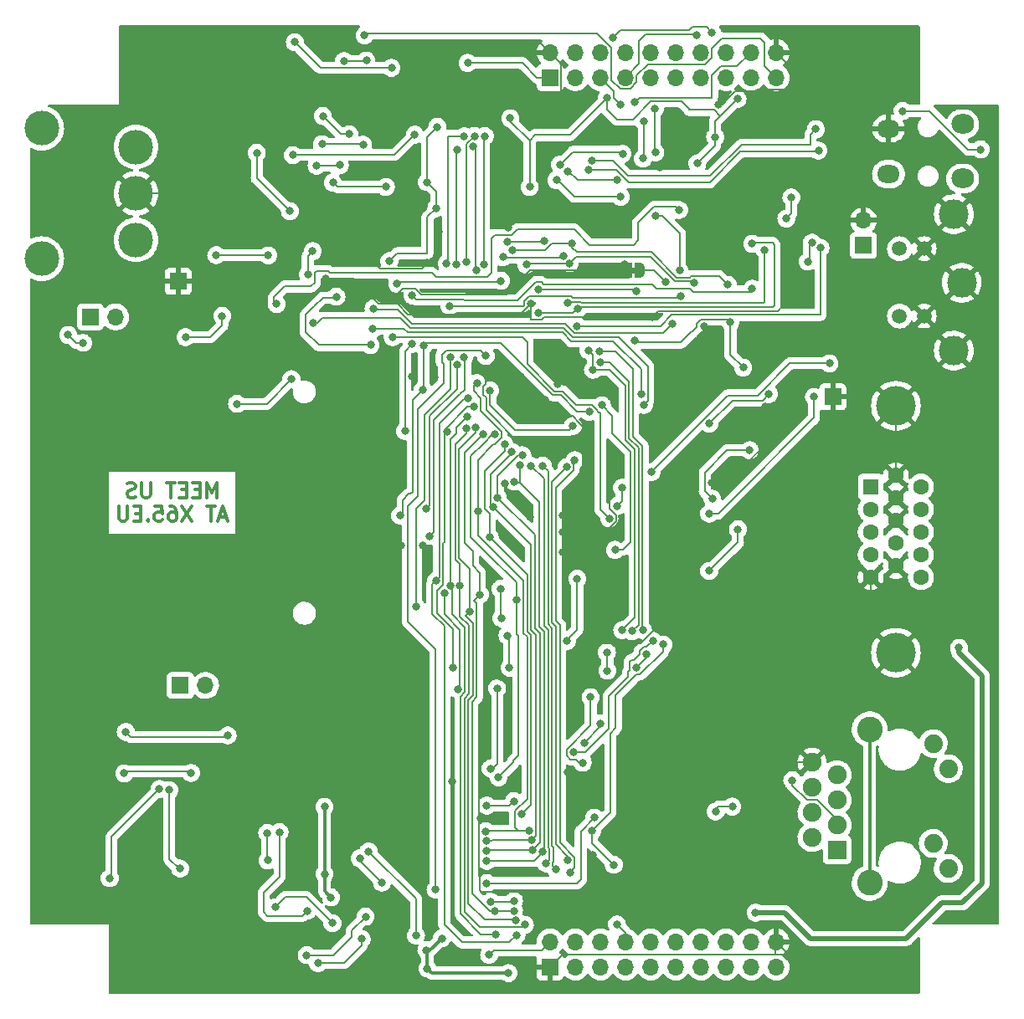
<source format=gbr>
%TF.GenerationSoftware,KiCad,Pcbnew,6.0.11-3.fc36*%
%TF.CreationDate,2023-04-28T14:31:49+02:00*%
%TF.ProjectId,openX65-vabo,6f70656e-5836-4352-9d76-61626f2e6b69,rev01*%
%TF.SameCoordinates,Original*%
%TF.FileFunction,Copper,L2,Bot*%
%TF.FilePolarity,Positive*%
%FSLAX46Y46*%
G04 Gerber Fmt 4.6, Leading zero omitted, Abs format (unit mm)*
G04 Created by KiCad (PCBNEW 6.0.11-3.fc36) date 2023-04-28 14:31:49*
%MOMM*%
%LPD*%
G01*
G04 APERTURE LIST*
G04 Aperture macros list*
%AMFreePoly0*
4,1,22,0.500000,-0.750000,0.000000,-0.750000,0.000000,-0.745033,-0.079941,-0.743568,-0.215256,-0.701293,-0.333266,-0.622738,-0.424486,-0.514219,-0.481581,-0.384460,-0.499164,-0.250000,-0.500000,-0.250000,-0.500000,0.250000,-0.499164,0.250000,-0.499963,0.256109,-0.478152,0.396186,-0.417904,0.524511,-0.324060,0.630769,-0.204165,0.706417,-0.067858,0.745374,0.000000,0.744959,0.000000,0.750000,
0.500000,0.750000,0.500000,-0.750000,0.500000,-0.750000,$1*%
%AMFreePoly1*
4,1,20,0.000000,0.744959,0.073905,0.744508,0.209726,0.703889,0.328688,0.626782,0.421226,0.519385,0.479903,0.390333,0.500000,0.250000,0.500000,-0.250000,0.499851,-0.262216,0.476331,-0.402017,0.414519,-0.529596,0.319384,-0.634700,0.198574,-0.708877,0.061801,-0.746166,0.000000,-0.745033,0.000000,-0.750000,-0.500000,-0.750000,-0.500000,0.750000,0.000000,0.750000,0.000000,0.744959,
0.000000,0.744959,$1*%
G04 Aperture macros list end*
%ADD10C,0.300000*%
%TA.AperFunction,NonConductor*%
%ADD11C,0.300000*%
%TD*%
%TA.AperFunction,ComponentPad*%
%ADD12R,1.700000X1.700000*%
%TD*%
%TA.AperFunction,ComponentPad*%
%ADD13C,1.500000*%
%TD*%
%TA.AperFunction,ComponentPad*%
%ADD14C,3.000000*%
%TD*%
%TA.AperFunction,ComponentPad*%
%ADD15O,1.700000X1.700000*%
%TD*%
%TA.AperFunction,ComponentPad*%
%ADD16C,3.500000*%
%TD*%
%TA.AperFunction,ComponentPad*%
%ADD17C,4.000000*%
%TD*%
%TA.AperFunction,ComponentPad*%
%ADD18R,1.600000X1.600000*%
%TD*%
%TA.AperFunction,ComponentPad*%
%ADD19C,1.600000*%
%TD*%
%TA.AperFunction,ComponentPad*%
%ADD20C,2.600000*%
%TD*%
%TA.AperFunction,ComponentPad*%
%ADD21C,1.890000*%
%TD*%
%TA.AperFunction,ComponentPad*%
%ADD22R,1.900000X1.900000*%
%TD*%
%TA.AperFunction,ComponentPad*%
%ADD23C,1.900000*%
%TD*%
%TA.AperFunction,ComponentPad*%
%ADD24O,2.300000X1.800000*%
%TD*%
%TA.AperFunction,ComponentPad*%
%ADD25O,2.300000X2.000000*%
%TD*%
%TA.AperFunction,SMDPad,CuDef*%
%ADD26FreePoly0,180.000000*%
%TD*%
%TA.AperFunction,SMDPad,CuDef*%
%ADD27FreePoly1,180.000000*%
%TD*%
%TA.AperFunction,ViaPad*%
%ADD28C,0.800000*%
%TD*%
%TA.AperFunction,Conductor*%
%ADD29C,0.200000*%
%TD*%
%TA.AperFunction,Conductor*%
%ADD30C,0.500000*%
%TD*%
%TA.AperFunction,Conductor*%
%ADD31C,0.300000*%
%TD*%
G04 APERTURE END LIST*
D10*
D11*
X79900000Y-88771071D02*
X79900000Y-87271071D01*
X79400000Y-88342500D01*
X78900000Y-87271071D01*
X78900000Y-88771071D01*
X78185714Y-87985357D02*
X77685714Y-87985357D01*
X77471428Y-88771071D02*
X78185714Y-88771071D01*
X78185714Y-87271071D01*
X77471428Y-87271071D01*
X76828571Y-87985357D02*
X76328571Y-87985357D01*
X76114285Y-88771071D02*
X76828571Y-88771071D01*
X76828571Y-87271071D01*
X76114285Y-87271071D01*
X75685714Y-87271071D02*
X74828571Y-87271071D01*
X75257142Y-88771071D02*
X75257142Y-87271071D01*
X73185714Y-87271071D02*
X73185714Y-88485357D01*
X73114285Y-88628214D01*
X73042857Y-88699642D01*
X72900000Y-88771071D01*
X72614285Y-88771071D01*
X72471428Y-88699642D01*
X72400000Y-88628214D01*
X72328571Y-88485357D01*
X72328571Y-87271071D01*
X71685714Y-88699642D02*
X71471428Y-88771071D01*
X71114285Y-88771071D01*
X70971428Y-88699642D01*
X70900000Y-88628214D01*
X70828571Y-88485357D01*
X70828571Y-88342500D01*
X70900000Y-88199642D01*
X70971428Y-88128214D01*
X71114285Y-88056785D01*
X71400000Y-87985357D01*
X71542857Y-87913928D01*
X71614285Y-87842500D01*
X71685714Y-87699642D01*
X71685714Y-87556785D01*
X71614285Y-87413928D01*
X71542857Y-87342500D01*
X71400000Y-87271071D01*
X71042857Y-87271071D01*
X70828571Y-87342500D01*
X80864285Y-90757500D02*
X80150000Y-90757500D01*
X81007142Y-91186071D02*
X80507142Y-89686071D01*
X80007142Y-91186071D01*
X79721428Y-89686071D02*
X78864285Y-89686071D01*
X79292857Y-91186071D02*
X79292857Y-89686071D01*
X77364285Y-89686071D02*
X76364285Y-91186071D01*
X76364285Y-89686071D02*
X77364285Y-91186071D01*
X75150000Y-89686071D02*
X75435714Y-89686071D01*
X75578571Y-89757500D01*
X75650000Y-89828928D01*
X75792857Y-90043214D01*
X75864285Y-90328928D01*
X75864285Y-90900357D01*
X75792857Y-91043214D01*
X75721428Y-91114642D01*
X75578571Y-91186071D01*
X75292857Y-91186071D01*
X75150000Y-91114642D01*
X75078571Y-91043214D01*
X75007142Y-90900357D01*
X75007142Y-90543214D01*
X75078571Y-90400357D01*
X75150000Y-90328928D01*
X75292857Y-90257500D01*
X75578571Y-90257500D01*
X75721428Y-90328928D01*
X75792857Y-90400357D01*
X75864285Y-90543214D01*
X73650000Y-89686071D02*
X74364285Y-89686071D01*
X74435714Y-90400357D01*
X74364285Y-90328928D01*
X74221428Y-90257500D01*
X73864285Y-90257500D01*
X73721428Y-90328928D01*
X73650000Y-90400357D01*
X73578571Y-90543214D01*
X73578571Y-90900357D01*
X73650000Y-91043214D01*
X73721428Y-91114642D01*
X73864285Y-91186071D01*
X74221428Y-91186071D01*
X74364285Y-91114642D01*
X74435714Y-91043214D01*
X72935714Y-91043214D02*
X72864285Y-91114642D01*
X72935714Y-91186071D01*
X73007142Y-91114642D01*
X72935714Y-91043214D01*
X72935714Y-91186071D01*
X72221428Y-90400357D02*
X71721428Y-90400357D01*
X71507142Y-91186071D02*
X72221428Y-91186071D01*
X72221428Y-89686071D01*
X71507142Y-89686071D01*
X70864285Y-89686071D02*
X70864285Y-90900357D01*
X70792857Y-91043214D01*
X70721428Y-91114642D01*
X70578571Y-91186071D01*
X70292857Y-91186071D01*
X70150000Y-91114642D01*
X70078571Y-91043214D01*
X70007142Y-90900357D01*
X70007142Y-89686071D01*
%TO.C,JP402*%
G36*
X122300000Y-66100000D02*
G01*
X121800000Y-66100000D01*
X121800000Y-65500000D01*
X122300000Y-65500000D01*
X122300000Y-66100000D01*
G37*
%TD*%
D12*
%TO.P,J504,1,Pin_1*%
%TO.N,GND*%
X142200000Y-78600000D03*
%TD*%
%TO.P,J503,1,Pin_1*%
%TO.N,GND*%
X76000000Y-66900000D03*
%TD*%
D13*
%TO.P,J302,1*%
%TO.N,GND*%
X151437500Y-63600000D03*
%TO.P,J302,2*%
X151437500Y-70400000D03*
%TO.P,J302,3*%
%TO.N,Net-(J302-Pad3)*%
X148937500Y-63600000D03*
%TO.P,J302,4*%
%TO.N,Net-(J302-Pad4)*%
X148937500Y-70400000D03*
D14*
%TO.P,J302,SH*%
%TO.N,GND*%
X154437500Y-60100000D03*
X154437500Y-73900000D03*
X155237500Y-67050000D03*
%TD*%
D12*
%TO.P,J703,1,Pin_1*%
%TO.N,/Audio DAC\u002C Output/SPK1*%
X76225000Y-107800000D03*
D15*
%TO.P,J703,2,Pin_2*%
%TO.N,/Audio DAC\u002C Output/SPK2*%
X78765000Y-107800000D03*
%TD*%
D16*
%TO.P,SW701,1,1*%
%TO.N,/Audio DAC\u002C Output/~{LOUD}*%
X71730000Y-62700000D03*
%TO.P,SW701,2,2*%
%TO.N,GND*%
X71730000Y-58000000D03*
%TO.P,SW701,3,3*%
%TO.N,/Audio DAC\u002C Output/~{MUTE}*%
X71730000Y-53300000D03*
%TO.P,SW701,4*%
%TO.N,N/C*%
X62200000Y-64605000D03*
%TO.P,SW701,5*%
X62200000Y-51395000D03*
%TD*%
D12*
%TO.P,J301,1,In*%
%TO.N,Net-(C303-Pad1)*%
X145300000Y-63275000D03*
D15*
%TO.P,J301,2,Ext*%
%TO.N,GND*%
X145300000Y-60735000D03*
%TD*%
D17*
%TO.P,J303,0*%
%TO.N,GND*%
X148575000Y-104495000D03*
X148575000Y-79505000D03*
D18*
%TO.P,J303,1*%
%TO.N,/Video Outputs/RED*%
X146035000Y-87685000D03*
D19*
%TO.P,J303,2*%
%TO.N,/Video Outputs/GREEN*%
X146035000Y-89975000D03*
%TO.P,J303,3*%
%TO.N,/Video Outputs/BLUE*%
X146035000Y-92265000D03*
%TO.P,J303,4*%
%TO.N,unconnected-(J303-Pad4)*%
X146035000Y-94555000D03*
%TO.P,J303,5*%
%TO.N,GND*%
X146035000Y-96845000D03*
%TO.P,J303,6*%
X148575000Y-86545000D03*
%TO.P,J303,7*%
X148575000Y-88835000D03*
%TO.P,J303,8*%
X148575000Y-91125000D03*
%TO.P,J303,9*%
%TO.N,unconnected-(J303-Pad9)*%
X148575000Y-93415000D03*
%TO.P,J303,10*%
%TO.N,GND*%
X148575000Y-95705000D03*
%TO.P,J303,11*%
%TO.N,unconnected-(J303-Pad11)*%
X151115000Y-87685000D03*
%TO.P,J303,12*%
%TO.N,unconnected-(J303-Pad12)*%
X151115000Y-89975000D03*
%TO.P,J303,13*%
%TO.N,/Video Outputs/HSYNC*%
X151115000Y-92265000D03*
%TO.P,J303,14*%
%TO.N,/Video Outputs/VSYNC*%
X151115000Y-94555000D03*
%TO.P,J303,15*%
%TO.N,unconnected-(J303-Pad15)*%
X151115000Y-96845000D03*
%TD*%
D12*
%TO.P,J702,1,Pin_1*%
%TO.N,/Audio DAC\u002C Output/SPK1*%
X67125000Y-70500000D03*
D15*
%TO.P,J702,2,Pin_2*%
%TO.N,/Audio DAC\u002C Output/SPK2*%
X69665000Y-70500000D03*
%TD*%
D20*
%TO.P,J801,13,SHIELD*%
%TO.N,/Ethernet/LANSH*%
X145920000Y-127775000D03*
X145920000Y-112225000D03*
D21*
%TO.P,J801,L1,LEDY_A*%
%TO.N,/Ethernet/CTVDD*%
X152350000Y-113675000D03*
%TO.P,J801,L2,LEDY_K*%
%TO.N,/Ethernet/LEDYK*%
X153870000Y-116215000D03*
%TO.P,J801,L3,LEDG_K*%
%TO.N,/Ethernet/LEDGK*%
X152350000Y-123785000D03*
%TO.P,J801,L4,LEDG_A*%
%TO.N,/Ethernet/CTVDD*%
X153870000Y-126325000D03*
D22*
%TO.P,J801,R1,TD+*%
%TO.N,/Ethernet/TDP*%
X142630000Y-124445000D03*
D23*
%TO.P,J801,R2,TD-*%
%TO.N,/Ethernet/TDN*%
X140090000Y-123175000D03*
%TO.P,J801,R3,RD+*%
%TO.N,/Ethernet/RDP*%
X142630000Y-121905000D03*
%TO.P,J801,R4,TCT*%
%TO.N,/Ethernet/CTVDD*%
X140090000Y-120635000D03*
%TO.P,J801,R5,RCT*%
X142630000Y-119365000D03*
%TO.P,J801,R6,RD-*%
%TO.N,/Ethernet/RDN*%
X140090000Y-118095000D03*
%TO.P,J801,R7,NC*%
%TO.N,unconnected-(J801-PadR7)*%
X142630000Y-116825000D03*
%TO.P,J801,R8,GND*%
%TO.N,GND*%
X140090000Y-115555000D03*
%TD*%
D24*
%TO.P,J701,R*%
%TO.N,/Audio DAC\u002C Output/RJACK*%
X147825000Y-56050000D03*
%TO.P,J701,S*%
%TO.N,GND*%
X147825000Y-51450000D03*
D25*
%TO.P,J701,T*%
%TO.N,/Audio DAC\u002C Output/LJACK*%
X155325000Y-51000000D03*
X155325000Y-56500000D03*
%TD*%
D12*
%TO.P,J501,1,Pin_1*%
%TO.N,GND*%
X113600000Y-136290000D03*
D15*
%TO.P,J501,2,Pin_2*%
%TO.N,~{MWR}*%
X113600000Y-133750000D03*
%TO.P,J501,3,Pin_3*%
%TO.N,A7*%
X116140000Y-136290000D03*
%TO.P,J501,4,Pin_4*%
%TO.N,A6*%
X116140000Y-133750000D03*
%TO.P,J501,5,Pin_5*%
%TO.N,A5*%
X118680000Y-136290000D03*
%TO.P,J501,6,Pin_6*%
%TO.N,A4*%
X118680000Y-133750000D03*
%TO.P,J501,7,Pin_7*%
%TO.N,A3*%
X121220000Y-136290000D03*
%TO.P,J501,8,Pin_8*%
%TO.N,A2*%
X121220000Y-133750000D03*
%TO.P,J501,9,Pin_9*%
%TO.N,A1*%
X123760000Y-136290000D03*
%TO.P,J501,10,Pin_10*%
%TO.N,A0*%
X123760000Y-133750000D03*
%TO.P,J501,11,Pin_11*%
%TO.N,D0*%
X126300000Y-136290000D03*
%TO.P,J501,12,Pin_12*%
%TO.N,D1*%
X126300000Y-133750000D03*
%TO.P,J501,13,Pin_13*%
%TO.N,D2*%
X128840000Y-136290000D03*
%TO.P,J501,14,Pin_14*%
%TO.N,D3*%
X128840000Y-133750000D03*
%TO.P,J501,15,Pin_15*%
%TO.N,D4*%
X131380000Y-136290000D03*
%TO.P,J501,16,Pin_16*%
%TO.N,D5*%
X131380000Y-133750000D03*
%TO.P,J501,17,Pin_17*%
%TO.N,D6*%
X133920000Y-136290000D03*
%TO.P,J501,18,Pin_18*%
%TO.N,D7*%
X133920000Y-133750000D03*
%TO.P,J501,19,Pin_19*%
%TO.N,~{MRD}*%
X136460000Y-136290000D03*
%TO.P,J501,20,Pin_20*%
%TO.N,GND*%
X136460000Y-133750000D03*
%TD*%
D12*
%TO.P,J502,1,Pin_1*%
%TO.N,NAUDIO_BCK*%
X113600000Y-46290000D03*
D15*
%TO.P,J502,2,Pin_2*%
%TO.N,GND*%
X113600000Y-43750000D03*
%TO.P,J502,3,Pin_3*%
%TO.N,~{VCS0}*%
X116140000Y-46290000D03*
%TO.P,J502,4,Pin_4*%
%TO.N,NAUDIO_DATA*%
X116140000Y-43750000D03*
%TO.P,J502,5,Pin_5*%
%TO.N,~{ACS1}*%
X118680000Y-46290000D03*
%TO.P,J502,6,Pin_6*%
%TO.N,NAUDIO_LRCK*%
X118680000Y-43750000D03*
%TO.P,J502,7,Pin_7*%
%TO.N,~{ECS2}*%
X121220000Y-46290000D03*
%TO.P,J502,8,Pin_8*%
%TO.N,/Motherboard Connectors/~{IRQ}*%
X121220000Y-43750000D03*
%TO.P,J502,9,Pin_9*%
%TO.N,FMISO*%
X123760000Y-46290000D03*
%TO.P,J502,10,Pin_10*%
%TO.N,VERAFCS*%
X123760000Y-43750000D03*
%TO.P,J502,11,Pin_11*%
%TO.N,FSCK*%
X126300000Y-46290000D03*
%TO.P,J502,12,Pin_12*%
%TO.N,FMOSI*%
X126300000Y-43750000D03*
%TO.P,J502,13,Pin_13*%
%TO.N,/Motherboard Connectors/FCDONE*%
X128840000Y-46290000D03*
%TO.P,J502,14,Pin_14*%
%TO.N,AURAFCS*%
X128840000Y-43750000D03*
%TO.P,J502,15,Pin_15*%
%TO.N,~{VRST}*%
X131380000Y-46290000D03*
%TO.P,J502,16,Pin_16*%
%TO.N,+3V3*%
X131380000Y-43750000D03*
%TO.P,J502,17,Pin_17*%
%TO.N,~{ARST}*%
X133920000Y-46290000D03*
%TO.P,J502,18,Pin_18*%
%TO.N,+1V2*%
X133920000Y-43750000D03*
%TO.P,J502,19,Pin_19*%
%TO.N,+5V*%
X136460000Y-46290000D03*
%TO.P,J502,20,Pin_20*%
%TO.N,GND*%
X136460000Y-43750000D03*
%TD*%
D26*
%TO.P,JP402,1,A*%
%TO.N,Net-(JP402-Pad1)*%
X122700000Y-65800000D03*
D27*
%TO.P,JP402,2,B*%
%TO.N,GND*%
X121400000Y-65800000D03*
%TD*%
D28*
%TO.N,D0*%
X106201748Y-77199393D03*
%TO.N,+3V3*%
X134387500Y-130787500D03*
%TO.N,GND*%
X91300000Y-112850000D03*
X97500000Y-129650000D03*
X102250000Y-47000000D03*
X114899500Y-94300000D03*
X65600000Y-102650000D03*
X110675000Y-76550000D03*
X138500000Y-136400000D03*
X90850000Y-47200000D03*
X104950000Y-47000000D03*
X123925000Y-70525000D03*
X107282058Y-103530065D03*
X98750000Y-43250000D03*
X119450000Y-77500000D03*
X96400000Y-76525000D03*
X117950000Y-125000000D03*
X92650000Y-61850000D03*
X153650000Y-85800000D03*
X85375000Y-51050000D03*
X122750000Y-107700500D03*
X158100000Y-85900000D03*
X103700000Y-117500000D03*
X85925000Y-46350000D03*
X127193750Y-107543750D03*
X114350000Y-77325000D03*
X152150000Y-101600000D03*
X130601137Y-48976947D03*
X127100000Y-87600000D03*
X117750000Y-105050000D03*
X106550000Y-121200000D03*
X127400000Y-92350500D03*
X134450000Y-119700000D03*
X144250000Y-46700000D03*
X99800000Y-126074500D03*
X112725000Y-75100000D03*
X97300000Y-55800000D03*
X118166089Y-92223154D03*
X131150000Y-128950000D03*
X102350000Y-61900000D03*
X94975000Y-46475000D03*
X121162000Y-61625000D03*
X65500000Y-77200000D03*
X86800000Y-66100000D03*
X70050000Y-130950000D03*
X124700000Y-55350000D03*
X150600000Y-119100000D03*
X133050000Y-126050000D03*
X113974500Y-50875000D03*
X111650000Y-69200000D03*
X133550000Y-64400000D03*
X125950000Y-95149500D03*
X130050000Y-100200000D03*
X76450000Y-54600000D03*
X127950000Y-102600000D03*
X93325000Y-76525000D03*
X143850000Y-43650000D03*
X84150000Y-102700000D03*
X129950000Y-87250000D03*
X69250000Y-110050000D03*
X96200000Y-105000000D03*
X109019768Y-87408713D03*
X96800000Y-133500000D03*
X89050000Y-91000000D03*
X98500500Y-93625000D03*
X143500000Y-88850000D03*
X113075000Y-78875000D03*
X143250000Y-70750000D03*
X82700000Y-66450000D03*
X137250000Y-109600000D03*
X90900000Y-66600000D03*
X88750000Y-126000000D03*
X65400000Y-120150000D03*
X106900000Y-117500000D03*
X100750000Y-93625000D03*
X106100000Y-75599500D03*
X108650000Y-106900000D03*
X75200000Y-100600000D03*
X96100000Y-115350000D03*
X148850000Y-43100000D03*
X147500000Y-121250000D03*
X124575000Y-124625000D03*
X138450000Y-62350000D03*
X129153058Y-71450511D03*
X99675000Y-76550000D03*
X96750000Y-86100000D03*
X88050000Y-112750000D03*
X109400500Y-61500000D03*
X138050000Y-79600000D03*
X97600000Y-106650000D03*
X123500000Y-115950000D03*
X107499128Y-105599128D03*
X71700000Y-45950000D03*
X109300000Y-111050000D03*
X117575000Y-60050000D03*
X89350000Y-83250000D03*
X135450000Y-116350000D03*
X107450000Y-102050000D03*
X130000000Y-119100000D03*
X110475000Y-94000000D03*
X119400000Y-97200500D03*
X101950000Y-76625000D03*
X136525000Y-55875000D03*
X117000000Y-83350000D03*
X101200000Y-65050000D03*
X114899500Y-92250000D03*
X89200000Y-133100000D03*
X87600000Y-73200000D03*
X128600000Y-50650000D03*
X158100000Y-101550000D03*
X110600000Y-78825000D03*
X115700000Y-110150000D03*
X75000000Y-81000000D03*
X135400000Y-79600000D03*
X143900000Y-92300000D03*
X98600000Y-113050000D03*
X115415686Y-116565686D03*
X84150000Y-77250000D03*
X94200000Y-91825000D03*
X98300000Y-61550000D03*
X100100000Y-119850000D03*
X98150000Y-86500000D03*
X132750000Y-60675000D03*
X111600000Y-90750000D03*
X100150000Y-50275000D03*
X154390000Y-110310000D03*
X106950000Y-110950000D03*
X118050000Y-65800000D03*
X123100000Y-110450000D03*
X130950000Y-113800000D03*
X136450000Y-59225000D03*
X126000500Y-76750000D03*
X121149500Y-65150000D03*
X114899500Y-90550000D03*
X132850000Y-77200000D03*
%TO.N,L_AUDIO*%
X117825500Y-54696742D03*
X140475000Y-51500000D03*
%TO.N,R_AUDIO*%
X117525000Y-55650000D03*
X140750000Y-53675000D03*
%TO.N,+3V3*%
X133125000Y-75625000D03*
X90800000Y-126875000D03*
X131850000Y-71050000D03*
X116350000Y-97000000D03*
X66375000Y-73125000D03*
X76750000Y-72550000D03*
X101150000Y-56850000D03*
X87800000Y-42700000D03*
X109300000Y-102750000D03*
X81000000Y-112850000D03*
X138000000Y-58400000D03*
X137500000Y-60550000D03*
X107550000Y-77950500D03*
X111550000Y-57350000D03*
X115899500Y-81550000D03*
X97574500Y-45300000D03*
X64880378Y-72330378D03*
X101200000Y-136449500D03*
X91450000Y-129250000D03*
X128500000Y-54950000D03*
X108650000Y-66850000D03*
X109399500Y-136900000D03*
X92000000Y-68450000D03*
X119350000Y-48350000D03*
X102650000Y-133400000D03*
X101100000Y-134600000D03*
X90800000Y-120075000D03*
X154955378Y-104005378D03*
X98155378Y-67155378D03*
X102100000Y-59500000D03*
X130300000Y-52300000D03*
X70700000Y-112500000D03*
X109500000Y-106000000D03*
X122130378Y-72849500D03*
X80450000Y-70400000D03*
X102197706Y-51259383D03*
X109575500Y-50400000D03*
X115299500Y-103300000D03*
X97355378Y-64844622D03*
X95450000Y-73350000D03*
X132550000Y-48450000D03*
%TO.N,+1V2*%
X104929803Y-52230453D03*
X98450000Y-90600000D03*
X100725000Y-77875000D03*
X100825000Y-73375000D03*
X103151879Y-65097467D03*
X118850000Y-79450000D03*
X117550000Y-80100000D03*
X122200000Y-48800000D03*
X120175000Y-94075000D03*
%TO.N,+5V*%
X94850000Y-42000000D03*
X87300000Y-59800000D03*
X83950000Y-53900000D03*
%TO.N,Net-(R303-Pad1)*%
X135744622Y-78294622D03*
X129700000Y-81300000D03*
%TO.N,Net-(R304-Pad1)*%
X140300000Y-78600000D03*
X129700000Y-90399500D03*
%TO.N,Net-(RN305-Pad8)*%
X130000000Y-88900000D03*
X133800000Y-84000000D03*
%TO.N,Net-(RN306-Pad8)*%
X129700000Y-96200000D03*
X132600000Y-92000500D03*
%TO.N,AUDIO_DATA*%
X135300000Y-63750000D03*
X115400000Y-69100000D03*
%TO.N,AUDIO_LRCK*%
X112450500Y-70100000D03*
X134050000Y-63100000D03*
X116400000Y-69700000D03*
%TO.N,AUDIO_BCK*%
X140950000Y-63500000D03*
X116350000Y-71450000D03*
%TO.N,VFPGA_CDONE*%
X92349500Y-55150000D03*
X89100000Y-66200000D03*
X76200000Y-126325000D03*
X97700000Y-72550000D03*
X114250000Y-56649500D03*
X119600000Y-90900000D03*
X89600000Y-63850000D03*
X75093792Y-118376926D03*
X120753838Y-58350500D03*
X90000000Y-55200000D03*
%TO.N,VSPI_MOSI*%
X89650000Y-71100000D03*
X123100000Y-79400000D03*
%TO.N,VSPI_SCK*%
X122800000Y-78300000D03*
X95700000Y-71700000D03*
%TO.N,VSPI_MISO*%
X95750000Y-69650000D03*
X126000500Y-71200000D03*
%TO.N,D7*%
X115399500Y-125500000D03*
X115286671Y-85699500D03*
%TO.N,D6*%
X115600000Y-126700000D03*
X116100000Y-85000000D03*
%TO.N,D5*%
X114178703Y-126366423D03*
X112860403Y-85560403D03*
%TO.N,D4*%
X113200000Y-125800000D03*
X111700000Y-85600000D03*
%TO.N,D3*%
X112838172Y-124656936D03*
X109988273Y-87161727D03*
X110600000Y-85500000D03*
X107200500Y-125543443D03*
%TO.N,D2*%
X110800000Y-84500000D03*
X107200500Y-124543940D03*
X108315378Y-88784622D03*
X111857625Y-124463204D03*
%TO.N,D1*%
X107875294Y-89744538D03*
X111737915Y-123470896D03*
X107200500Y-123544437D03*
X109755378Y-84155378D03*
%TO.N,D0*%
X107100000Y-122550000D03*
X106300000Y-90200000D03*
X111500500Y-122500000D03*
%TO.N,~{VCS0}*%
X104213858Y-53618243D03*
X104150000Y-65150000D03*
X104214073Y-75313443D03*
X101100000Y-89900000D03*
%TO.N,~{MWR}*%
X107450000Y-135050500D03*
X109000000Y-83400000D03*
X107500500Y-92790500D03*
X110750000Y-120800000D03*
%TO.N,A4*%
X110200000Y-133050500D03*
X105300000Y-78700000D03*
X102078567Y-97188924D03*
%TO.N,~{MRD}*%
X103500000Y-97700000D03*
X108100000Y-132976673D03*
X105226144Y-80594662D03*
%TO.N,A2*%
X105106611Y-81810377D03*
X120377205Y-131977205D03*
X111052457Y-132026392D03*
X104500000Y-97727465D03*
%TO.N,VAUDIO_BCK*%
X118619622Y-74030378D03*
X108700000Y-101000000D03*
X123000000Y-102199500D03*
X108600000Y-98000500D03*
%TO.N,A1*%
X106500000Y-98600000D03*
X108000500Y-130600000D03*
X106855378Y-82355378D03*
X109949500Y-130600000D03*
%TO.N,A0*%
X108400000Y-117100000D03*
X107594563Y-129686643D03*
X108000000Y-82400497D03*
X109949500Y-129600497D03*
X110200000Y-99100000D03*
%TO.N,A3*%
X110159592Y-131577173D03*
X105500000Y-100300000D03*
X106100000Y-81700000D03*
%TO.N,VAUDIO_DATA*%
X118649500Y-75117314D03*
X121893450Y-102310331D03*
%TO.N,VAUDIO_LRCK*%
X117500000Y-73900000D03*
X117950000Y-75849500D03*
X120900000Y-102200500D03*
%TO.N,Net-(C708-Pad1)*%
X99925000Y-52050000D03*
X79850000Y-64250000D03*
X85100000Y-64275000D03*
X87600000Y-54125000D03*
%TO.N,~{VIRQ}*%
X105950000Y-52199500D03*
X105150000Y-64949500D03*
X104913573Y-74599500D03*
X101449500Y-92675000D03*
%TO.N,FMISO*%
X123100000Y-50750000D03*
X112450500Y-67700000D03*
X123000000Y-54475500D03*
X122299500Y-67900000D03*
%TO.N,FSCK*%
X115850000Y-63100000D03*
X109806795Y-63734621D03*
X131575000Y-67250000D03*
%TO.N,FMOSI*%
X128150000Y-67050000D03*
X115574384Y-65080480D03*
X111200000Y-65199500D03*
%TO.N,~{ECS2}*%
X123983456Y-103290652D03*
X128400000Y-41950000D03*
X115969372Y-114569872D03*
%TO.N,~{ACS1}*%
X106121184Y-65763766D03*
X105854099Y-53284644D03*
X120700000Y-49000000D03*
%TO.N,VSYSCLK*%
X102900000Y-98500000D03*
X104300000Y-108200000D03*
%TO.N,ASYSCLK*%
X98950000Y-82050000D03*
X134050000Y-67650000D03*
X103202016Y-82082971D03*
X140099626Y-62974769D03*
X95025000Y-44550000D03*
X92775000Y-44600000D03*
X99675000Y-68325000D03*
X103800500Y-106000000D03*
X105900000Y-79600000D03*
X139675000Y-64899500D03*
X99675000Y-73225000D03*
%TO.N,VERAFCS*%
X124250000Y-53850000D03*
X124200000Y-49400000D03*
%TO.N,~{VSPI_SSEL}*%
X126799500Y-68400500D03*
X77300000Y-116650000D03*
X124275000Y-60300500D03*
X100050500Y-99850000D03*
X103450000Y-69400000D03*
X126700000Y-65800000D03*
X103514573Y-74599500D03*
X70550000Y-116700000D03*
%TO.N,~{SD_SSEL}*%
X85950000Y-69199500D03*
X126650000Y-59675000D03*
%TO.N,AURAFCS*%
X91650000Y-56900000D03*
X97000000Y-57350000D03*
%TO.N,/Motherboard Connectors/FCDONE*%
X114600000Y-55099500D03*
X94700000Y-53075000D03*
X90550000Y-53025000D03*
X120942878Y-53992878D03*
%TO.N,ASPI_MOSI*%
X114950000Y-64300000D03*
X108850000Y-64450000D03*
%TO.N,ASPI_SCK*%
X109249785Y-62904715D03*
X113000000Y-62850000D03*
%TO.N,Net-(JP402-Pad1)*%
X125274500Y-66950500D03*
%TO.N,/Video VERA FPGA/VFPGA_CRESB*%
X149250000Y-49650499D03*
X157150000Y-53550000D03*
X120850000Y-87800000D03*
X123850000Y-86199500D03*
X120404777Y-89622753D03*
X141850000Y-75200000D03*
%TO.N,~{SD_CD}*%
X86250000Y-122650000D03*
X89055378Y-130605378D03*
%TO.N,SD_WP*%
X85000000Y-122725500D03*
X85050000Y-125500000D03*
%TO.N,AFPGA_CDONE*%
X120349500Y-56650000D03*
X115350000Y-55800000D03*
X90625000Y-50175000D03*
X93300000Y-52000000D03*
%TO.N,~{AIRQ}*%
X106925000Y-65150000D03*
X107000000Y-52199500D03*
%TO.N,/Ethernet/3V3A*%
X117700000Y-109000000D03*
X116900695Y-115617742D03*
%TO.N,/Ethernet/1V2O*%
X107600000Y-116200000D03*
X108250000Y-108100000D03*
%TO.N,~{EIRQ}*%
X125050000Y-103650000D03*
X120050000Y-125950000D03*
X117850000Y-122500000D03*
X129950000Y-41700500D03*
X120000000Y-42250000D03*
%TO.N,/Ethernet/TDN*%
X132035522Y-120064478D03*
X130346278Y-120558600D03*
%TO.N,/Ethernet/RDP*%
X138100000Y-117395500D03*
%TO.N,~{ERST}*%
X96600000Y-127750000D03*
X94350000Y-125300000D03*
%TO.N,/Ethernet/3V3D*%
X109950000Y-119500000D03*
X107200500Y-119950000D03*
%TO.N,/Ethernet/~{WIZRST}*%
X118075000Y-121175000D03*
X107199500Y-127800000D03*
%TO.N,/VERA SPI-Flash\u002C SDC/BTNH*%
X69075000Y-127300000D03*
X81950000Y-79300000D03*
X74099500Y-118275000D03*
X87450000Y-76800000D03*
%TO.N,NAUDIO_BCK*%
X105275128Y-44795307D03*
%TO.N,~{IOCS}*%
X102025000Y-128450000D03*
X107100000Y-74450000D03*
%TO.N,/Ethernet/~{LLED}*%
X119350000Y-104450000D03*
X119400000Y-106300000D03*
%TO.N,/Ethernet/~{ALED}*%
X117050000Y-113574500D03*
X123350000Y-104600000D03*
X118700000Y-111650000D03*
X122350000Y-106000000D03*
%TO.N,/Motherboard Connectors/IOWR*%
X100050000Y-133100000D03*
X95250000Y-124600000D03*
%TO.N,/Motherboard Connectors/IORD*%
X91600000Y-131850000D03*
X85800000Y-130250000D03*
%TO.N,/Motherboard Connectors/DIP1*%
X94550000Y-133450000D03*
X90150000Y-135900000D03*
%TO.N,/Motherboard Connectors/DIP2*%
X89000000Y-135100000D03*
X94950000Y-131200000D03*
%TD*%
D29*
%TO.N,GND*%
X107150000Y-78675000D02*
X106850000Y-78375000D01*
X107100000Y-77300000D02*
X107100000Y-76100000D01*
X106850000Y-78375000D02*
X106850000Y-77550000D01*
X106850000Y-77550000D02*
X107100000Y-77300000D01*
%TO.N,D0*%
X105900000Y-77500000D02*
X106200607Y-77199393D01*
X106200607Y-77199393D02*
X106201748Y-77199393D01*
%TO.N,GND*%
X106600500Y-76100000D02*
X107100000Y-76100000D01*
X106100000Y-75599500D02*
X106600500Y-76100000D01*
%TO.N,D0*%
X105900000Y-77990686D02*
X105900000Y-77500000D01*
X106600000Y-78690686D02*
X105900000Y-77990686D01*
X106600000Y-80000000D02*
X106600000Y-78690686D01*
X107000000Y-80400000D02*
X106600000Y-80000000D01*
%TO.N,GND*%
X117000000Y-83350000D02*
X110550000Y-83350000D01*
X110550000Y-83350000D02*
X107150000Y-79950000D01*
X107150000Y-79950000D02*
X107150000Y-78675000D01*
%TO.N,D0*%
X108700000Y-82100000D02*
X107000000Y-80400000D01*
X108700000Y-82690447D02*
X108700000Y-82100000D01*
X107990447Y-83400000D02*
X108700000Y-82690447D01*
X107900000Y-83400000D02*
X107990447Y-83400000D01*
D30*
%TO.N,+3V3*%
X134387500Y-130787500D02*
X137287500Y-130787500D01*
X153200000Y-129800000D02*
X155300000Y-129800000D01*
X157300000Y-127800000D02*
X157300000Y-106800000D01*
X137287500Y-130787500D02*
X139900000Y-133400000D01*
X139900000Y-133400000D02*
X149600000Y-133400000D01*
X149600000Y-133400000D02*
X153200000Y-129800000D01*
X155300000Y-129800000D02*
X157300000Y-127800000D01*
X157300000Y-106800000D02*
X156650000Y-106150000D01*
D29*
%TO.N,GND*%
X148575000Y-104495000D02*
X155600000Y-111520000D01*
X155600000Y-111520000D02*
X155600000Y-120000000D01*
X155600000Y-120000000D02*
X151500000Y-120000000D01*
X151500000Y-120000000D02*
X150600000Y-119100000D01*
X138500000Y-136400000D02*
X137100000Y-135000000D01*
X137100000Y-135000000D02*
X136400000Y-135000000D01*
X138500000Y-136400000D02*
X138500000Y-135790000D01*
X138500000Y-135790000D02*
X136460000Y-133750000D01*
X136400000Y-135000000D02*
X114890000Y-135000000D01*
X136460000Y-133750000D02*
X136400000Y-133810000D01*
X136400000Y-133810000D02*
X136400000Y-135000000D01*
X114890000Y-135000000D02*
X113600000Y-136290000D01*
X83050000Y-66100000D02*
X82700000Y-66450000D01*
X109019768Y-88169768D02*
X111600000Y-90750000D01*
X135600000Y-116350000D02*
X135450000Y-116350000D01*
X120300000Y-90610050D02*
X120289950Y-90600000D01*
X114750000Y-50099500D02*
X114750000Y-44900000D01*
X158050000Y-101600000D02*
X158100000Y-101550000D01*
X69250000Y-106300000D02*
X69250000Y-110050000D01*
X108650000Y-106900000D02*
X107450000Y-105700000D01*
X123100000Y-108050500D02*
X122750000Y-107700500D01*
X76450000Y-54600000D02*
X76450000Y-50700000D01*
X137600000Y-81189950D02*
X137600000Y-80850000D01*
X136545000Y-115555000D02*
X135675000Y-116425000D01*
X132750000Y-61850000D02*
X132750000Y-60675000D01*
X111589450Y-65800000D02*
X109189450Y-68200000D01*
X113050000Y-75175000D02*
X112975000Y-75100000D01*
X143170000Y-109900000D02*
X137550000Y-109900000D01*
X115500000Y-90550000D02*
X114899500Y-90550000D01*
X93325000Y-126650000D02*
X93325000Y-123625000D01*
X96200000Y-105000000D02*
X97600000Y-106400000D01*
X148575000Y-79505000D02*
X148575000Y-86545000D01*
X110600000Y-70250000D02*
X99231372Y-70250000D01*
X118166089Y-92223154D02*
X118142935Y-92200000D01*
X107450000Y-104950000D02*
X107450000Y-102700000D01*
X94850000Y-46350000D02*
X94975000Y-46475000D01*
X112975000Y-75100000D02*
X112725000Y-75100000D01*
X113075000Y-78875000D02*
X113025000Y-78825000D01*
X115889450Y-80550000D02*
X114500000Y-80550000D01*
X131900000Y-77600000D02*
X132850000Y-77600000D01*
X114750000Y-44900000D02*
X113600000Y-43750000D01*
X144190000Y-46640000D02*
X144250000Y-46700000D01*
X87150000Y-64500000D02*
X86800000Y-64850000D01*
X100539950Y-68200000D02*
X99964950Y-67625000D01*
X112200000Y-70800000D02*
X112150000Y-70750000D01*
X121400000Y-65800000D02*
X121400000Y-65400500D01*
X101800000Y-76475000D02*
X101800000Y-74600000D01*
X100400000Y-47000000D02*
X102250000Y-47000000D01*
X102250000Y-46750000D02*
X98750000Y-43250000D01*
X107450000Y-103362123D02*
X107450000Y-102700000D01*
X104000000Y-46050000D02*
X104950000Y-47000000D01*
X143500000Y-84580000D02*
X143500000Y-88850000D01*
X130050000Y-100200000D02*
X127950000Y-102300000D01*
X98000000Y-61850000D02*
X98300000Y-61550000D01*
X87450000Y-136450000D02*
X87950000Y-136950000D01*
X117700000Y-103600000D02*
X117750000Y-103550000D01*
X87600000Y-73200000D02*
X87600000Y-73800000D01*
X143500000Y-88850000D02*
X143500000Y-91900000D01*
X96400000Y-65600000D02*
X98950000Y-65600000D01*
X137600000Y-80050000D02*
X138050000Y-79600000D01*
X132750000Y-63600000D02*
X132750000Y-61850000D01*
X136000000Y-61400000D02*
X133200000Y-61400000D01*
X138050000Y-79600000D02*
X139300000Y-78350000D01*
X92650000Y-61850000D02*
X89800000Y-61850000D01*
X91300000Y-112850000D02*
X91300000Y-109900000D01*
X118166089Y-92223154D02*
X117700000Y-92689243D01*
X116900000Y-83450000D02*
X116900000Y-89150000D01*
X106700000Y-126650000D02*
X110050000Y-126650000D01*
X123925000Y-70525000D02*
X124550000Y-69900000D01*
X111700000Y-70750000D02*
X111650000Y-70700000D01*
X106400000Y-121050000D02*
X108500000Y-121050000D01*
X117000000Y-83350000D02*
X117550000Y-82800000D01*
X118142935Y-92200000D02*
X115950000Y-92200000D01*
X138450000Y-62350000D02*
X138250000Y-62550000D01*
X110225000Y-76100000D02*
X110675000Y-76550000D01*
X137150000Y-69350000D02*
X137150000Y-62550000D01*
X116599500Y-81299500D02*
X116599500Y-81260050D01*
X144250000Y-44050000D02*
X143850000Y-43650000D01*
X96700500Y-91825000D02*
X98500500Y-93625000D01*
X117950000Y-126550000D02*
X118850000Y-127450000D01*
X121162000Y-61625000D02*
X119150000Y-61625000D01*
X90900000Y-67100000D02*
X87600000Y-70400000D01*
X106400000Y-117500000D02*
X106400000Y-120700000D01*
X98800000Y-57300000D02*
X98800000Y-57400000D01*
X106600000Y-126550000D02*
X106500000Y-126650000D01*
X117750000Y-105050000D02*
X117750000Y-103650000D01*
X83750000Y-61650000D02*
X80100000Y-58000000D01*
X134750000Y-124350000D02*
X134750000Y-119950000D01*
X98150000Y-86500000D02*
X97150000Y-86500000D01*
X107100000Y-76100000D02*
X110225000Y-76100000D01*
X106950000Y-110950000D02*
X106950000Y-112850000D01*
X89050000Y-86150000D02*
X89050000Y-83550000D01*
X127450000Y-102100000D02*
X127950000Y-102600000D01*
X99231372Y-70250000D02*
X98181372Y-69200000D01*
X101950000Y-76625000D02*
X101800000Y-76475000D01*
X113075000Y-79125000D02*
X113075000Y-78875000D01*
X133550000Y-64400000D02*
X132750000Y-63600000D01*
X139300000Y-78350000D02*
X139300000Y-77000000D01*
X96400000Y-76525000D02*
X93325000Y-76525000D01*
X123100000Y-110450000D02*
X123100000Y-108050500D01*
X137150000Y-62550000D02*
X136000000Y-61400000D01*
X139300000Y-77000000D02*
X143675000Y-77000000D01*
X139350000Y-47450000D02*
X139350000Y-46640000D01*
X99800000Y-126074500D02*
X100100000Y-125774500D01*
X132850000Y-77600000D02*
X132850000Y-77200000D01*
X124700000Y-55350000D02*
X124700000Y-55310050D01*
X104950000Y-47000000D02*
X102250000Y-47000000D01*
X98675000Y-67625000D02*
X97100000Y-69200000D01*
X135675000Y-116425000D02*
X135600000Y-116350000D01*
X97500000Y-129650000D02*
X96325000Y-129650000D01*
X132850000Y-77600000D02*
X133700000Y-77600000D01*
X137600000Y-73050000D02*
X137650000Y-73000000D01*
X143675000Y-71175000D02*
X143675000Y-77000000D01*
X136525000Y-59150000D02*
X136450000Y-59225000D01*
X73150000Y-102650000D02*
X75200000Y-100600000D01*
X96325000Y-129650000D02*
X93325000Y-126650000D01*
X93800000Y-115350000D02*
X96100000Y-115350000D01*
X124700000Y-55310050D02*
X128300000Y-51710050D01*
X88150000Y-112850000D02*
X91300000Y-112850000D01*
X138250000Y-62550000D02*
X137150000Y-62550000D01*
X126000500Y-76349500D02*
X129153058Y-73196942D01*
X97150000Y-86500000D02*
X96750000Y-86100000D01*
X96289950Y-69200000D02*
X93689950Y-66600000D01*
X117700000Y-92689243D02*
X117700000Y-97400000D01*
X65500000Y-77200000D02*
X71200000Y-77200000D01*
X158000000Y-85800000D02*
X158100000Y-85900000D01*
X116599500Y-81260050D02*
X115889450Y-80550000D01*
X144250000Y-46700000D02*
X144250000Y-44050000D01*
X75130000Y-54600000D02*
X76450000Y-54600000D01*
X127193750Y-107543750D02*
X130950000Y-111300000D01*
X119400000Y-97200500D02*
X119200500Y-97400000D01*
X143900000Y-92300000D02*
X143900000Y-97700000D01*
X65400000Y-126650000D02*
X69700000Y-130950000D01*
X106400000Y-120700000D02*
X106400000Y-121050000D01*
X89200000Y-133100000D02*
X72200000Y-133100000D01*
X106950000Y-102550000D02*
X107450000Y-102050000D01*
X115950000Y-93249500D02*
X114899500Y-94300000D01*
X90900000Y-66600000D02*
X90900000Y-67100000D01*
X143500000Y-91900000D02*
X143900000Y-92300000D01*
X107450000Y-102700000D02*
X107450000Y-102050000D01*
X113025000Y-78825000D02*
X110600000Y-78825000D01*
X127100000Y-86950000D02*
X127100000Y-87600000D01*
X100100000Y-125774500D02*
X100100000Y-119850000D01*
X94850000Y-61350000D02*
X93150000Y-61350000D01*
X85925000Y-46350000D02*
X94850000Y-46350000D01*
X119275000Y-77325000D02*
X114350000Y-77325000D01*
X106500000Y-126650000D02*
X106500000Y-128550000D01*
X65600000Y-102650000D02*
X73150000Y-102650000D01*
X76450000Y-50700000D02*
X71700000Y-45950000D01*
X91300000Y-109900000D02*
X96200000Y-105000000D01*
X128300000Y-50950000D02*
X128600000Y-50650000D01*
X106950000Y-110950000D02*
X106950000Y-102550000D01*
X101200000Y-65050000D02*
X102350000Y-63900000D01*
X134550000Y-47450000D02*
X139350000Y-47450000D01*
X131539950Y-87250000D02*
X137600000Y-81189950D01*
X109300000Y-111050000D02*
X109300000Y-107650000D01*
X140090000Y-115555000D02*
X136545000Y-115555000D01*
X116150000Y-107050000D02*
X116150000Y-109700000D01*
X117650000Y-128650000D02*
X118850000Y-127450000D01*
X107282058Y-103530065D02*
X107450000Y-103362123D01*
X98181372Y-69200000D02*
X97100000Y-69200000D01*
X127400000Y-92350500D02*
X127400000Y-93699500D01*
X106400000Y-126350000D02*
X106600000Y-126550000D01*
X119200500Y-97400000D02*
X117700000Y-97400000D01*
X150600000Y-119100000D02*
X149650000Y-119100000D01*
X86800000Y-66100000D02*
X83050000Y-66100000D01*
X71200000Y-77200000D02*
X75000000Y-81000000D01*
X137550000Y-109900000D02*
X137250000Y-109600000D01*
X98600000Y-113050000D02*
X96300000Y-115350000D01*
X134750000Y-119950000D02*
X134500000Y-119700000D01*
X111650000Y-70700000D02*
X111650000Y-69200000D01*
X131850000Y-48160050D02*
X132360050Y-47650000D01*
X97500000Y-132800000D02*
X97500000Y-129650000D01*
X133050000Y-127050000D02*
X133050000Y-126050000D01*
X91300000Y-112850000D02*
X93800000Y-115350000D01*
X129950000Y-87250000D02*
X131539950Y-87250000D01*
X137650000Y-73000000D02*
X141850000Y-73000000D01*
X112740450Y-70800000D02*
X112200000Y-70800000D01*
X85925000Y-50500000D02*
X85925000Y-46350000D01*
X109019768Y-87408713D02*
X109019768Y-88169768D01*
X102250000Y-47000000D02*
X102250000Y-46750000D01*
X141850000Y-73000000D02*
X143250000Y-71600000D01*
X89200000Y-133100000D02*
X87450000Y-134850000D01*
X127193750Y-107543750D02*
X127193750Y-109243750D01*
X87450000Y-134850000D02*
X87450000Y-136450000D01*
X87600000Y-73800000D02*
X84150000Y-77250000D01*
X114350000Y-77325000D02*
X114350000Y-76475000D01*
X94975000Y-46475000D02*
X95500000Y-47000000D01*
X131850000Y-48200000D02*
X131850000Y-48160050D01*
X96925500Y-123200000D02*
X99800000Y-126074500D01*
X89100000Y-86100000D02*
X89050000Y-86150000D01*
X120300000Y-91189950D02*
X120300000Y-90610050D01*
X114350000Y-76475000D02*
X113050000Y-75175000D01*
X100150000Y-47250000D02*
X100400000Y-47000000D01*
X71730000Y-58000000D02*
X75130000Y-54600000D01*
X136600000Y-69900000D02*
X137150000Y-69350000D01*
X127950000Y-106787500D02*
X127193750Y-107543750D01*
X88050000Y-112750000D02*
X88150000Y-112850000D01*
X132750000Y-60675000D02*
X134200000Y-59225000D01*
X107450000Y-105700000D02*
X107450000Y-104950000D01*
X98800000Y-57400000D02*
X94850000Y-61350000D01*
X143900000Y-97700000D02*
X144250000Y-98050000D01*
X144250000Y-98050000D02*
X144830000Y-98050000D01*
X94200000Y-91825000D02*
X96700500Y-91825000D01*
X127100000Y-92050500D02*
X127100000Y-87600000D01*
X86800000Y-64850000D02*
X86800000Y-66100000D01*
X117800000Y-105100000D02*
X117800000Y-105400000D01*
X149650000Y-119100000D02*
X147500000Y-121250000D01*
X106900000Y-117500000D02*
X106400000Y-117500000D01*
X106550000Y-120850000D02*
X106400000Y-120700000D01*
X144830000Y-98050000D02*
X146035000Y-96845000D01*
X106950000Y-112850000D02*
X106400000Y-113400000D01*
X110600000Y-78825000D02*
X110600000Y-76625000D01*
X117750000Y-105050000D02*
X117800000Y-105100000D01*
X72200000Y-133100000D02*
X70050000Y-130950000D01*
X124184158Y-102100000D02*
X127450000Y-102100000D01*
X117700000Y-97400000D02*
X117700000Y-103600000D01*
X85925000Y-46350000D02*
X90000000Y-46350000D01*
X97100000Y-69200000D02*
X96289950Y-69200000D01*
X106400000Y-113400000D02*
X106400000Y-117500000D01*
X92650000Y-61850000D02*
X98000000Y-61850000D01*
X118166089Y-92223154D02*
X119266796Y-92223154D01*
X113974500Y-50875000D02*
X114750000Y-50099500D01*
X130675000Y-76375000D02*
X131900000Y-77600000D01*
X124550000Y-69900000D02*
X136600000Y-69900000D01*
X117950000Y-125000000D02*
X117950000Y-126550000D01*
X95500000Y-47000000D02*
X100400000Y-47000000D01*
X98950000Y-65600000D02*
X100650000Y-65600000D01*
X111650000Y-69200000D02*
X110600000Y-70250000D01*
X144400000Y-43100000D02*
X148850000Y-43100000D01*
X106400000Y-121050000D02*
X106400000Y-126350000D01*
X89800000Y-61850000D02*
X87150000Y-64500000D01*
X134200000Y-59225000D02*
X136450000Y-59225000D01*
X106600000Y-128650000D02*
X117650000Y-128650000D01*
X110600000Y-76625000D02*
X110675000Y-76550000D01*
X117550000Y-82800000D02*
X117550000Y-82250000D01*
X115950000Y-92200000D02*
X115950000Y-93249500D01*
X117800000Y-105400000D02*
X116150000Y-107050000D01*
X127950000Y-102600000D02*
X127950000Y-106787500D01*
X116900000Y-89150000D02*
X115500000Y-90550000D01*
X133200000Y-61400000D02*
X132750000Y-61850000D01*
X134350000Y-47650000D02*
X134550000Y-47450000D01*
X96300000Y-115350000D02*
X96100000Y-115350000D01*
X124575000Y-125725000D02*
X124575000Y-124625000D01*
X127200000Y-109250000D02*
X126000000Y-110450000D01*
X143675000Y-77000000D02*
X146070000Y-77000000D01*
X109550000Y-107400000D02*
X109050000Y-106900000D01*
X94050000Y-136950000D02*
X96800000Y-134200000D01*
X153650000Y-101500000D02*
X153550000Y-101600000D01*
X137600000Y-73700000D02*
X137600000Y-73050000D01*
X99964950Y-67625000D02*
X98675000Y-67625000D01*
X65400000Y-120150000D02*
X65400000Y-126650000D01*
X102350000Y-61800000D02*
X102350000Y-61900000D01*
X133000000Y-82000000D02*
X132050000Y-82000000D01*
X93325000Y-76525000D02*
X90925000Y-76525000D01*
X92450000Y-61650000D02*
X83750000Y-61650000D01*
X131150000Y-128950000D02*
X133050000Y-127050000D01*
X148575000Y-79505000D02*
X153650000Y-84580000D01*
X87950000Y-136950000D02*
X94050000Y-136950000D01*
X130950000Y-111300000D02*
X130950000Y-113800000D01*
X106600000Y-126550000D02*
X106700000Y-126650000D01*
X92650000Y-61850000D02*
X92450000Y-61650000D01*
X69700000Y-130950000D02*
X70050000Y-130950000D01*
X122850000Y-127450000D02*
X124575000Y-125725000D01*
X126850000Y-115950000D02*
X123500000Y-115950000D01*
X119450000Y-77500000D02*
X119275000Y-77325000D01*
X153650000Y-85800000D02*
X153650000Y-101500000D01*
X133700000Y-77600000D02*
X137600000Y-73700000D01*
X116150000Y-109700000D02*
X115700000Y-110150000D01*
X90000000Y-46350000D02*
X90850000Y-47200000D01*
X97300000Y-55800000D02*
X98800000Y-57300000D01*
X88050000Y-112750000D02*
X88050000Y-125300000D01*
X143250000Y-70750000D02*
X143675000Y-71175000D01*
X153650000Y-84580000D02*
X153650000Y-85800000D01*
X109189450Y-68200000D02*
X100539950Y-68200000D01*
X106550000Y-121200000D02*
X106550000Y-120850000D01*
X96750000Y-86100000D02*
X89100000Y-86100000D01*
X132360050Y-47650000D02*
X134350000Y-47650000D01*
X106500000Y-128550000D02*
X106600000Y-128650000D01*
X126375500Y-76375000D02*
X130675000Y-76375000D01*
X127400000Y-92350500D02*
X127100000Y-92050500D01*
X104000000Y-43600000D02*
X104000000Y-46050000D01*
X114700000Y-92250000D02*
X114899500Y-92250000D01*
X132050000Y-82000000D02*
X127100000Y-86950000D01*
X102350000Y-63900000D02*
X102350000Y-61900000D01*
X130000000Y-119100000D02*
X126850000Y-115950000D01*
X93750000Y-123200000D02*
X96925500Y-123200000D01*
X88050000Y-125300000D02*
X88750000Y-126000000D01*
X97600000Y-106400000D02*
X97600000Y-106650000D01*
X117550000Y-82250000D02*
X116599500Y-81299500D01*
X146035000Y-96845000D02*
X146035000Y-101955000D01*
X114899500Y-91149500D02*
X114899500Y-90550000D01*
X112350000Y-42500000D02*
X105100000Y-42500000D01*
X119150000Y-61625000D02*
X117575000Y-60050000D01*
X130601137Y-48976947D02*
X131073053Y-48976947D01*
X136525000Y-55875000D02*
X136525000Y-59150000D01*
X127950000Y-102300000D02*
X127950000Y-102600000D01*
X153550000Y-101600000D02*
X152150000Y-101600000D01*
X96100000Y-115850000D02*
X96100000Y-115350000D01*
X89050000Y-83550000D02*
X89350000Y-83250000D01*
X87600000Y-70400000D02*
X87600000Y-73200000D01*
X148575000Y-104495000D02*
X143170000Y-109900000D01*
X117000000Y-83350000D02*
X116900000Y-83450000D01*
X105100000Y-42500000D02*
X104000000Y-43600000D01*
X107499128Y-105599128D02*
X107499128Y-104999128D01*
X93150000Y-61350000D02*
X92650000Y-61850000D01*
X118850000Y-127450000D02*
X122850000Y-127450000D01*
X113600000Y-43750000D02*
X112350000Y-42500000D01*
X129153058Y-73196942D02*
X129153058Y-71450511D01*
X119266796Y-92223154D02*
X120300000Y-91189950D01*
X126000500Y-76750000D02*
X126000500Y-76349500D01*
X139350000Y-46640000D02*
X136460000Y-43750000D01*
X85375000Y-51050000D02*
X85925000Y-50500000D01*
X121400000Y-65400500D02*
X121149500Y-65150000D01*
X134450000Y-117650000D02*
X134450000Y-119700000D01*
X122734158Y-103550000D02*
X124184158Y-102100000D01*
X90925000Y-76525000D02*
X87600000Y-73200000D01*
X114650000Y-92200000D02*
X114700000Y-92250000D01*
X146070000Y-77000000D02*
X148575000Y-79505000D01*
X146035000Y-101955000D02*
X148575000Y-104495000D01*
X112150000Y-70750000D02*
X111700000Y-70750000D01*
X153650000Y-85800000D02*
X158000000Y-85800000D01*
X126000000Y-110450000D02*
X123100000Y-110450000D01*
X117750000Y-103550000D02*
X122734158Y-103550000D01*
X137600000Y-80850000D02*
X137600000Y-80050000D01*
X143250000Y-71600000D02*
X143250000Y-70750000D01*
X109300000Y-107650000D02*
X109550000Y-107400000D01*
X134500000Y-119700000D02*
X134450000Y-119700000D01*
X113015450Y-70525000D02*
X112740450Y-70800000D01*
X126000500Y-76750000D02*
X126375500Y-76375000D01*
X100100000Y-119850000D02*
X96100000Y-115850000D01*
X127400000Y-93699500D02*
X125950000Y-95149500D01*
X119600000Y-89910050D02*
X119600000Y-88300000D01*
X65600000Y-102650000D02*
X69250000Y-106300000D01*
X115950000Y-92200000D02*
X114899500Y-91149500D01*
X139350000Y-46640000D02*
X144190000Y-46640000D01*
X148575000Y-79505000D02*
X143500000Y-84580000D01*
X123925000Y-70525000D02*
X113015450Y-70525000D01*
X128300000Y-51710050D02*
X128300000Y-50950000D01*
X107499128Y-104999128D02*
X107450000Y-104950000D01*
X121400000Y-65800000D02*
X111589450Y-65800000D01*
X133050000Y-126050000D02*
X134750000Y-124350000D01*
X80100000Y-58000000D02*
X71730000Y-58000000D01*
X93325000Y-123625000D02*
X93750000Y-123200000D01*
X100650000Y-65600000D02*
X101200000Y-65050000D01*
X120289950Y-90600000D02*
X119600000Y-89910050D01*
X93689950Y-66600000D02*
X90900000Y-66600000D01*
X152150000Y-101600000D02*
X158050000Y-101600000D01*
X109050000Y-106900000D02*
X108650000Y-106900000D01*
X135400000Y-79600000D02*
X133000000Y-82000000D01*
X115950000Y-92200000D02*
X114650000Y-92200000D01*
X114500000Y-80550000D02*
X113075000Y-79125000D01*
X117750000Y-103650000D02*
X117700000Y-103600000D01*
X135675000Y-116425000D02*
X134450000Y-117650000D01*
X127193750Y-109243750D02*
X127200000Y-109250000D01*
X131073053Y-48976947D02*
X131850000Y-48200000D01*
X100150000Y-50275000D02*
X100150000Y-47250000D01*
X96800000Y-134200000D02*
X96800000Y-133500000D01*
X89050000Y-91000000D02*
X89050000Y-86150000D01*
X92650000Y-61850000D02*
X96400000Y-65600000D01*
X143850000Y-43650000D02*
X144400000Y-43100000D01*
X96800000Y-133500000D02*
X97500000Y-132800000D01*
%TO.N,L_AUDIO*%
X139925000Y-52050000D02*
X139925000Y-53075000D01*
X140475000Y-51500000D02*
X139925000Y-52050000D01*
X121505136Y-56250000D02*
X119951878Y-54696742D01*
X119951878Y-54696742D02*
X117825500Y-54696742D01*
X139925000Y-53075000D02*
X132984315Y-53075000D01*
X129809315Y-56250000D02*
X121505136Y-56250000D01*
X132984315Y-53075000D02*
X129809315Y-56250000D01*
%TO.N,R_AUDIO*%
X140750000Y-53675000D02*
X140650000Y-53775000D01*
X129775000Y-56850000D02*
X121539450Y-56850000D01*
X140650000Y-53775000D02*
X132850000Y-53775000D01*
X121539450Y-56850000D02*
X120339450Y-55650000D01*
X132850000Y-53775000D02*
X129775000Y-56850000D01*
X120339450Y-55650000D02*
X117525000Y-55650000D01*
%TO.N,+3V3*%
X108650000Y-66850000D02*
X108500000Y-67000000D01*
X119350000Y-48350000D02*
X119350000Y-49500000D01*
X128453058Y-71160561D02*
X128863108Y-70750511D01*
X116350000Y-97000000D02*
X116350000Y-102150000D01*
X112100000Y-52100000D02*
X115600000Y-52100000D01*
X80450000Y-71350000D02*
X79250000Y-72550000D01*
D31*
X91450000Y-129250000D02*
X90800000Y-128600000D01*
X102650000Y-133400000D02*
X101450000Y-134600000D01*
D29*
X102100000Y-59500000D02*
X101200000Y-60400000D01*
X81000000Y-112900000D02*
X81000000Y-112850000D01*
X102100000Y-57800000D02*
X101150000Y-56850000D01*
X91900000Y-68550000D02*
X92000000Y-68450000D01*
X101150000Y-56850000D02*
X101150000Y-52307089D01*
X126850000Y-73100000D02*
X127950000Y-72000000D01*
D31*
X101650500Y-136900000D02*
X101200000Y-136449500D01*
D29*
X90650000Y-68550000D02*
X91650000Y-68550000D01*
X98310756Y-67000000D02*
X98155378Y-67155378D01*
D31*
X109399500Y-136900000D02*
X101650500Y-136900000D01*
D29*
X97650000Y-45350000D02*
X97624500Y-45350000D01*
X130300000Y-53150000D02*
X130300000Y-52300000D01*
X128453058Y-71546942D02*
X128453058Y-71160561D01*
D31*
X90800000Y-128600000D02*
X90800000Y-126875000D01*
D29*
X115300000Y-103200000D02*
X115299500Y-103200500D01*
X97624500Y-45350000D02*
X97574500Y-45300000D01*
X71200000Y-113000000D02*
X80900000Y-113000000D01*
D31*
X90800000Y-120075000D02*
X90800000Y-126875000D01*
D29*
X123800000Y-48700000D02*
X126900000Y-48700000D01*
X99800000Y-67000000D02*
X98310756Y-67000000D01*
X70700000Y-112500000D02*
X71200000Y-113000000D01*
X91650000Y-68550000D02*
X91900000Y-68550000D01*
X107550000Y-77950500D02*
X107550000Y-79450000D01*
X80900000Y-113000000D02*
X81000000Y-112900000D01*
X116350000Y-102150000D02*
X115300000Y-103200000D01*
X64880378Y-72330378D02*
X65675000Y-73125000D01*
X101150000Y-52307089D02*
X102197706Y-51259383D01*
D31*
X101450000Y-134600000D02*
X101100000Y-134600000D01*
D29*
X138000000Y-58400000D02*
X138000000Y-60050000D01*
X130200000Y-49550000D02*
X130825000Y-50175000D01*
X109575500Y-50675500D02*
X111550000Y-52650000D01*
X130300000Y-50700000D02*
X130825000Y-50175000D01*
X115600000Y-52100000D02*
X119350000Y-48350000D01*
D30*
X154955378Y-104455378D02*
X156650000Y-106150000D01*
D29*
X111550000Y-52650000D02*
X112100000Y-52100000D01*
X95450000Y-73350000D02*
X90200000Y-73350000D01*
X109300000Y-102750000D02*
X109500000Y-102950000D01*
X130200000Y-49550000D02*
X127700000Y-49550000D01*
X97600000Y-45300000D02*
X97650000Y-45350000D01*
D31*
X101200000Y-134700000D02*
X101200000Y-136449500D01*
D29*
X122000000Y-50500000D02*
X123800000Y-48700000D01*
X76750000Y-72550000D02*
X79250000Y-72550000D01*
X122130378Y-72849500D02*
X122380878Y-73100000D01*
X90200000Y-73350000D02*
X88900000Y-72050000D01*
X120350000Y-50500000D02*
X122000000Y-50500000D01*
D31*
X101100000Y-134600000D02*
X101200000Y-134700000D01*
D29*
X65675000Y-73125000D02*
X66375000Y-73125000D01*
X130300000Y-52300000D02*
X130300000Y-50700000D01*
X126900000Y-48700000D02*
X127650000Y-49450000D01*
X109575500Y-50400000D02*
X109575500Y-50675500D01*
X107550000Y-79450000D02*
X110025000Y-81925000D01*
X98150000Y-64050000D02*
X97355378Y-64844622D01*
X101200000Y-60400000D02*
X101200000Y-64050000D01*
X138000000Y-60050000D02*
X137500000Y-60550000D01*
X110025000Y-81925000D02*
X115524500Y-81925000D01*
X101200000Y-64050000D02*
X98150000Y-64050000D01*
X128000000Y-72000000D02*
X128453058Y-71546942D01*
X115524500Y-81925000D02*
X115899500Y-81550000D01*
X88900000Y-72050000D02*
X88900000Y-70300000D01*
X111550000Y-57350000D02*
X111550000Y-52650000D01*
X127950000Y-72000000D02*
X128000000Y-72000000D01*
X87800000Y-42700000D02*
X90400000Y-45300000D01*
X119350000Y-49500000D02*
X120350000Y-50500000D01*
X109500000Y-102950000D02*
X109500000Y-106000000D01*
X133125000Y-75625000D02*
X131850000Y-74350000D01*
X115299500Y-103200500D02*
X115299500Y-103300000D01*
X131850000Y-74350000D02*
X131850000Y-71050000D01*
X122380878Y-73100000D02*
X126850000Y-73100000D01*
X89750000Y-69450000D02*
X90650000Y-68550000D01*
X130825000Y-50175000D02*
X132550000Y-48450000D01*
X128863108Y-70750511D02*
X131550511Y-70750511D01*
D30*
X154955378Y-104005378D02*
X154955378Y-104455378D01*
D29*
X128500000Y-54950000D02*
X130300000Y-53150000D01*
X131550511Y-70750511D02*
X131850000Y-71050000D01*
X102100000Y-59500000D02*
X102100000Y-57800000D01*
X90400000Y-45300000D02*
X97600000Y-45300000D01*
X80450000Y-70400000D02*
X80450000Y-71350000D01*
X108500000Y-67000000D02*
X99800000Y-67000000D01*
X88900000Y-70300000D02*
X89750000Y-69450000D01*
%TO.N,+1V2*%
X130860000Y-45140000D02*
X129990000Y-46010000D01*
X121750000Y-93325000D02*
X121000000Y-94075000D01*
X116350000Y-80100000D02*
X117550000Y-80100000D01*
X99725000Y-88175000D02*
X99725000Y-78875000D01*
X98450000Y-90600000D02*
X98700000Y-90350000D01*
X119875000Y-80475000D02*
X119875000Y-82275000D01*
X129990000Y-46010000D02*
X129990000Y-48260000D01*
X103300000Y-64949346D02*
X103300000Y-52200000D01*
X98700000Y-90350000D02*
X98700000Y-89025000D01*
X129950000Y-48300000D02*
X122700000Y-48300000D01*
X118850000Y-79450000D02*
X119875000Y-80475000D01*
X100825000Y-77775000D02*
X100825000Y-73525000D01*
X121000000Y-94075000D02*
X120175000Y-94075000D01*
X133920000Y-43750000D02*
X132530000Y-45140000D01*
X104899350Y-52200000D02*
X104929803Y-52230453D01*
X114675000Y-78425000D02*
X116350000Y-80100000D01*
X99500000Y-88400000D02*
X99725000Y-88175000D01*
X99325000Y-88400000D02*
X99500000Y-88400000D01*
X108619364Y-73150000D02*
X113894365Y-78425000D01*
X100825000Y-73525000D02*
X100825000Y-73375000D01*
X121750000Y-84150000D02*
X121750000Y-93325000D01*
X100825000Y-73375000D02*
X101050000Y-73150000D01*
X129990000Y-48260000D02*
X129950000Y-48300000D01*
X98700000Y-89025000D02*
X99325000Y-88400000D01*
X103151879Y-65097467D02*
X103300000Y-64949346D01*
X101050000Y-73150000D02*
X108619364Y-73150000D01*
X132530000Y-45140000D02*
X130860000Y-45140000D01*
X119875000Y-82275000D02*
X121750000Y-84150000D01*
X100725000Y-77875000D02*
X100825000Y-77775000D01*
X122700000Y-48300000D02*
X122200000Y-48800000D01*
X103300000Y-52200000D02*
X104899350Y-52200000D01*
X99725000Y-78875000D02*
X100725000Y-77875000D01*
X113894365Y-78425000D02*
X114675000Y-78425000D01*
%TO.N,+5V*%
X122370000Y-46053654D02*
X122370000Y-46766346D01*
X135310000Y-45140000D02*
X135310000Y-42710000D01*
X129990000Y-43310000D02*
X129990000Y-44260000D01*
X136460000Y-46290000D02*
X135310000Y-45140000D01*
X119830000Y-46526346D02*
X119830000Y-43273654D01*
X129300000Y-44950000D02*
X123473654Y-44950000D01*
X123473654Y-44950000D02*
X122370000Y-46053654D01*
X94800000Y-41950000D02*
X94850000Y-42000000D01*
X120743654Y-47440000D02*
X119830000Y-46526346D01*
X94800000Y-41900000D02*
X94800000Y-41950000D01*
X131000000Y-42300000D02*
X129990000Y-43310000D01*
X121696346Y-47440000D02*
X120743654Y-47440000D01*
X134900000Y-42300000D02*
X131000000Y-42300000D01*
X87300000Y-59800000D02*
X83950000Y-56450000D01*
X119830000Y-43273654D02*
X118381346Y-41825000D01*
X94875000Y-41825000D02*
X94800000Y-41900000D01*
X122370000Y-46766346D02*
X121696346Y-47440000D01*
X118381346Y-41825000D02*
X94875000Y-41825000D01*
X83950000Y-56450000D02*
X83950000Y-53900000D01*
X135310000Y-42710000D02*
X134900000Y-42300000D01*
X129990000Y-44260000D02*
X129300000Y-44950000D01*
%TO.N,Net-(R303-Pad1)*%
X135089244Y-78950000D02*
X132050000Y-78950000D01*
X135744622Y-78294622D02*
X135089244Y-78950000D01*
X132050000Y-78950000D02*
X129700000Y-81300000D01*
%TO.N,Net-(R304-Pad1)*%
X130600500Y-90399500D02*
X131800000Y-89200000D01*
X131800000Y-89200000D02*
X140300000Y-80700000D01*
X140300000Y-80700000D02*
X140300000Y-78600000D01*
X129700000Y-90399500D02*
X130600500Y-90399500D01*
%TO.N,Net-(RN305-Pad8)*%
X129250000Y-86250000D02*
X131500000Y-84000000D01*
X131500000Y-84000000D02*
X133800000Y-84000000D01*
X129250000Y-88150000D02*
X129250000Y-86250000D01*
X130000000Y-88900000D02*
X129250000Y-88150000D01*
%TO.N,Net-(RN306-Pad8)*%
X132600000Y-93300000D02*
X129700000Y-96200000D01*
X132600000Y-92000500D02*
X132600000Y-93300000D01*
%TO.N,AUDIO_DATA*%
X135300000Y-69000000D02*
X135200000Y-69100000D01*
X135300000Y-63750000D02*
X135300000Y-69000000D01*
X116789950Y-69100000D02*
X116689950Y-69000000D01*
X135200000Y-69100000D02*
X116789950Y-69100000D01*
X115500000Y-69000000D02*
X115400000Y-69100000D01*
X116689950Y-69000000D02*
X115500000Y-69000000D01*
%TO.N,AUDIO_LRCK*%
X116300000Y-69700000D02*
X116400000Y-69700000D01*
X116200000Y-69800000D02*
X116300000Y-69700000D01*
X136100000Y-69500000D02*
X136300000Y-69300000D01*
X136300000Y-69300000D02*
X136300000Y-63200000D01*
X136300000Y-63200000D02*
X136100000Y-63000000D01*
X112450500Y-70100000D02*
X115900000Y-70100000D01*
X116400000Y-69700000D02*
X116612132Y-69487868D01*
X116624265Y-69500000D02*
X136100000Y-69500000D01*
X136100000Y-63000000D02*
X134150000Y-63000000D01*
X115900000Y-70100000D02*
X116200000Y-69800000D01*
X116612132Y-69487868D02*
X116624265Y-69500000D01*
X134150000Y-63000000D02*
X134050000Y-63100000D01*
%TO.N,AUDIO_BCK*%
X125910550Y-70300000D02*
X124760550Y-71450000D01*
X140950000Y-70300000D02*
X125910550Y-70300000D01*
X140950000Y-63500000D02*
X140950000Y-70300000D01*
X124760550Y-71450000D02*
X116350000Y-71450000D01*
%TO.N,VFPGA_CDONE*%
X117839950Y-79400000D02*
X118250000Y-79810050D01*
X116250000Y-79400000D02*
X117839950Y-79400000D01*
X118700000Y-90000000D02*
X119600000Y-90900000D01*
X110775000Y-72525000D02*
X111325000Y-73075000D01*
X76075000Y-126325000D02*
X75093792Y-125343792D01*
X89600000Y-63850000D02*
X89100000Y-64350000D01*
X97725000Y-72525000D02*
X110775000Y-72525000D01*
X118700000Y-80150000D02*
X118700000Y-90000000D01*
X76200000Y-126325000D02*
X76075000Y-126325000D01*
X118560050Y-80150000D02*
X118700000Y-80150000D01*
X97700000Y-72550000D02*
X97725000Y-72525000D01*
X118250000Y-79839950D02*
X118560050Y-80150000D01*
X118250000Y-79810050D02*
X118250000Y-79839950D01*
X116050500Y-58350500D02*
X114250000Y-56550000D01*
X114060050Y-78025000D02*
X114875000Y-78025000D01*
X111325000Y-73075000D02*
X111325000Y-75289950D01*
X75093792Y-125343792D02*
X75093792Y-118376926D01*
X114875000Y-78025000D02*
X116250000Y-79400000D01*
X92299500Y-55200000D02*
X90000000Y-55200000D01*
X120753838Y-58350500D02*
X116050500Y-58350500D01*
X111325000Y-75289950D02*
X114060050Y-78025000D01*
X92349500Y-55150000D02*
X92299500Y-55200000D01*
X114250000Y-56550000D02*
X114250000Y-56649500D01*
X89100000Y-64350000D02*
X89100000Y-66200000D01*
%TO.N,VSPI_MOSI*%
X123500000Y-79000000D02*
X123500000Y-75500000D01*
X123100000Y-79400000D02*
X123500000Y-79000000D01*
X115894364Y-72550000D02*
X114944364Y-71600000D01*
X90050000Y-71100000D02*
X89650000Y-71100000D01*
X99450000Y-71600000D02*
X98450000Y-70600000D01*
X98450000Y-70600000D02*
X90550000Y-70600000D01*
X123500000Y-75500000D02*
X120550000Y-72550000D01*
X120550000Y-72550000D02*
X115894364Y-72550000D01*
X90550000Y-70600000D02*
X90050000Y-71100000D01*
X114944364Y-71600000D02*
X99450000Y-71600000D01*
%TO.N,VSPI_SCK*%
X98800000Y-71700000D02*
X95700000Y-71700000D01*
X122800000Y-75800000D02*
X119950000Y-72950000D01*
X114853678Y-72075000D02*
X99175000Y-72075000D01*
X115728678Y-72950000D02*
X114853678Y-72075000D01*
X99175000Y-72075000D02*
X98800000Y-71700000D01*
X122800000Y-78300000D02*
X122800000Y-75800000D01*
X119950000Y-72950000D02*
X115728678Y-72950000D01*
%TO.N,VSPI_MISO*%
X98165686Y-69750000D02*
X99615686Y-71200000D01*
X99615686Y-71200000D02*
X115110050Y-71200000D01*
X125050500Y-72150000D02*
X126000500Y-71200000D01*
X95750000Y-69650000D02*
X95850000Y-69750000D01*
X115110050Y-71200000D02*
X116060050Y-72150000D01*
X116060050Y-72150000D02*
X125050500Y-72150000D01*
X95850000Y-69750000D02*
X98165686Y-69750000D01*
%TO.N,D7*%
X113800000Y-101440198D02*
X114200000Y-101840199D01*
X114200000Y-101840199D02*
X114200000Y-123897443D01*
X113800000Y-87186171D02*
X113800000Y-101440198D01*
X115399500Y-125096943D02*
X115399500Y-125500000D01*
X115286671Y-85699500D02*
X113800000Y-87186171D01*
X114200000Y-123897443D02*
X115399500Y-125096943D01*
%TO.N,D6*%
X114600000Y-123710550D02*
X116099500Y-125210050D01*
X115986671Y-85409550D02*
X115986671Y-85989450D01*
X114600000Y-101674514D02*
X114600000Y-123710550D01*
X115986671Y-85989450D02*
X114200000Y-87776121D01*
X116100000Y-85000000D02*
X115838560Y-85261440D01*
X116099500Y-125210050D02*
X116099500Y-126200500D01*
X114200000Y-101274513D02*
X114600000Y-101674514D01*
X114200000Y-87776121D02*
X114200000Y-101274513D01*
X115838560Y-85261440D02*
X115986671Y-85409550D01*
X116099500Y-126200500D02*
X115600000Y-126700000D01*
%TO.N,D5*%
X113938172Y-124201301D02*
X113800000Y-124063129D01*
X113800000Y-102005884D02*
X113400000Y-101605884D01*
X113900000Y-126087720D02*
X113900000Y-125665686D01*
X114178703Y-126366423D02*
X113900000Y-126087720D01*
X113938172Y-125627513D02*
X113938172Y-124201301D01*
X113900000Y-125665686D02*
X113938172Y-125627513D01*
X113800000Y-124063129D02*
X113800000Y-102005884D01*
X113400000Y-101605884D02*
X113400000Y-86100000D01*
X113400000Y-86100000D02*
X112860403Y-85560403D01*
%TO.N,D4*%
X113538172Y-124366986D02*
X113400000Y-124228814D01*
X113400000Y-124228814D02*
X113400000Y-102171570D01*
X113538172Y-125461828D02*
X113538172Y-124366986D01*
X113000000Y-101771570D02*
X113000000Y-86900000D01*
X113000000Y-86900000D02*
X111700000Y-85600000D01*
X113400000Y-102171570D02*
X113000000Y-101771570D01*
X113200000Y-125800000D02*
X113538172Y-125461828D01*
%TO.N,D3*%
X109988273Y-87161727D02*
X110126546Y-87300000D01*
X110600000Y-85500000D02*
X110600000Y-87300000D01*
X113000000Y-124495108D02*
X113000000Y-102337256D01*
X110126546Y-87300000D02*
X110600000Y-87300000D01*
X112006557Y-125543443D02*
X107200500Y-125543443D01*
X112500000Y-89200000D02*
X110600000Y-87300000D01*
X112500000Y-101837256D02*
X112500000Y-89200000D01*
X112838172Y-124711828D02*
X112350000Y-125200000D01*
X112838172Y-124656936D02*
X113000000Y-124495108D01*
X112350000Y-125200000D02*
X112006557Y-125543443D01*
X113000000Y-102337256D02*
X112500000Y-101837256D01*
X112838172Y-124656936D02*
X112838172Y-124711828D01*
%TO.N,D2*%
X112100000Y-92569244D02*
X108315378Y-88784622D01*
X112600000Y-123720829D02*
X112600000Y-102502942D01*
X112100000Y-102002942D02*
X112100000Y-92569244D01*
X107336796Y-124463204D02*
X107300000Y-124500000D01*
X108315378Y-88784622D02*
X108315378Y-86584622D01*
X111857625Y-124463204D02*
X107336796Y-124463204D01*
X107256060Y-124543940D02*
X107200500Y-124543940D01*
X107300000Y-124500000D02*
X107256060Y-124543940D01*
X108315378Y-86584622D02*
X110300000Y-84600000D01*
X111857625Y-124463204D02*
X112600000Y-123720829D01*
X110400000Y-84500000D02*
X110800000Y-84500000D01*
X112600000Y-102502942D02*
X112100000Y-102002942D01*
X110300000Y-84600000D02*
X110400000Y-84500000D01*
%TO.N,D1*%
X107729104Y-123470896D02*
X107700000Y-123500000D01*
X107700000Y-123500000D02*
X107244937Y-123500000D01*
X111700000Y-102168628D02*
X111700000Y-93569244D01*
X111737915Y-123470896D02*
X107729104Y-123470896D01*
X107600000Y-86400000D02*
X109800000Y-84200000D01*
X107875294Y-89744538D02*
X107600000Y-89469244D01*
X107600000Y-86900000D02*
X107600000Y-86400000D01*
X109800000Y-84200000D02*
X109755378Y-84155378D01*
X107244937Y-123500000D02*
X107200500Y-123544437D01*
X112200500Y-123008311D02*
X112200500Y-102669128D01*
X107600000Y-89469244D02*
X107600000Y-86900000D01*
X112200500Y-102669128D02*
X111700000Y-102168628D01*
X111700000Y-93569244D02*
X107875294Y-89744538D01*
X111737915Y-123470896D02*
X112200500Y-123008311D01*
%TO.N,D0*%
X107800000Y-83500000D02*
X107900000Y-83400000D01*
X107100000Y-122500000D02*
X107050000Y-122550000D01*
X111300000Y-102900000D02*
X110900000Y-102500000D01*
X110900000Y-102500000D02*
X110900000Y-97179950D01*
X107050000Y-122550000D02*
X107100000Y-122550000D01*
X111300000Y-119260050D02*
X111300000Y-102900000D01*
X106300000Y-85000000D02*
X107800000Y-83500000D01*
X110900000Y-97179950D02*
X106300000Y-92579950D01*
X110050000Y-122150000D02*
X110050000Y-120510050D01*
X107900000Y-83400000D02*
X108000000Y-83400000D01*
X111500500Y-122500000D02*
X107100000Y-122500000D01*
X111500500Y-122500000D02*
X110400000Y-122500000D01*
X110400000Y-122500000D02*
X110050000Y-122150000D01*
X110050000Y-120510050D02*
X111300000Y-119260050D01*
X106300000Y-92579950D02*
X106300000Y-90200000D01*
X106300000Y-90200000D02*
X106300000Y-85000000D01*
%TO.N,~{VCS0}*%
X101450000Y-80550000D02*
X101450000Y-89550000D01*
X104150000Y-53682101D02*
X104150000Y-65150000D01*
X104214073Y-77785927D02*
X101450000Y-80550000D01*
X101450000Y-89550000D02*
X101100000Y-89900000D01*
X104213858Y-53618243D02*
X104150000Y-53682101D01*
X104214073Y-75313443D02*
X104214073Y-77785927D01*
%TO.N,~{MWR}*%
X107450000Y-135050500D02*
X107900500Y-134600000D01*
X108700000Y-84400000D02*
X109000000Y-84100000D01*
X107900500Y-134600000D02*
X112750000Y-134600000D01*
X111300000Y-102334314D02*
X111300000Y-96590000D01*
X111300000Y-96590000D02*
X107500500Y-92790500D01*
X110750000Y-120800000D02*
X111700000Y-119850000D01*
X107500500Y-92790500D02*
X107500500Y-90400500D01*
X107000000Y-86100000D02*
X108700000Y-84400000D01*
X111700000Y-119850000D02*
X111700000Y-102734314D01*
X107500500Y-90400500D02*
X107000000Y-89900000D01*
X112750000Y-134600000D02*
X113600000Y-133750000D01*
X109000000Y-84100000D02*
X109000000Y-83400000D01*
X107000000Y-89900000D02*
X107000000Y-86100000D01*
X111700000Y-102734314D02*
X111300000Y-102334314D01*
%TO.N,A4*%
X102078567Y-97188924D02*
X101700000Y-97567491D01*
X102900000Y-132000000D02*
X104700000Y-133800000D01*
X105200000Y-78800000D02*
X105300000Y-78700000D01*
X104900000Y-78800000D02*
X105200000Y-78800000D01*
X102078567Y-97188924D02*
X102400000Y-96867491D01*
X109450500Y-133800000D02*
X110200000Y-133050500D01*
X102400000Y-81300000D02*
X104900000Y-78800000D01*
X101700000Y-97567491D02*
X101700000Y-100600000D01*
X102400000Y-96867491D02*
X102400000Y-81300000D01*
X101700000Y-100600000D02*
X102900000Y-101800000D01*
X102900000Y-101800000D02*
X102900000Y-132000000D01*
X104700000Y-133800000D02*
X109450500Y-133800000D01*
%TO.N,~{MRD}*%
X105226144Y-80594662D02*
X104100000Y-81720806D01*
X105000000Y-101900000D02*
X105000000Y-108489950D01*
X105000000Y-108489950D02*
X104550000Y-108939950D01*
X103500000Y-97700000D02*
X103500000Y-82900000D01*
X103500000Y-82900000D02*
X104100000Y-82300000D01*
X104550000Y-130915686D02*
X106610987Y-132976673D01*
X103700000Y-97900000D02*
X103700000Y-100600000D01*
X103700000Y-100600000D02*
X105000000Y-101900000D01*
X104100000Y-81720806D02*
X104100000Y-82300000D01*
X103500000Y-97700000D02*
X103700000Y-97900000D01*
X104550000Y-108939950D02*
X104550000Y-130915686D01*
X106610987Y-132976673D02*
X108100000Y-132976673D01*
%TO.N,A2*%
X105400000Y-108655636D02*
X104950000Y-109105636D01*
X105400000Y-101700000D02*
X105400000Y-108655636D01*
X105106611Y-82293389D02*
X104000000Y-83400000D01*
X106477173Y-132277173D02*
X110449542Y-132277173D01*
X120377205Y-131977205D02*
X121220000Y-132820000D01*
X104950000Y-109105636D02*
X104950000Y-130750000D01*
X104500000Y-95531372D02*
X104500000Y-97727465D01*
X104000000Y-95031372D02*
X104500000Y-95531372D01*
X104500000Y-100800000D02*
X105400000Y-101700000D01*
X104000000Y-83400000D02*
X104000000Y-95031372D01*
X110878849Y-132200000D02*
X111052457Y-132026392D01*
X104500000Y-97727465D02*
X104500000Y-100800000D01*
X121220000Y-132820000D02*
X121220000Y-133750000D01*
X105106611Y-81810377D02*
X105106611Y-82293389D01*
X104950000Y-130750000D02*
X106477173Y-132277173D01*
X110526715Y-132200000D02*
X110878849Y-132200000D01*
X110449542Y-132277173D02*
X110526715Y-132200000D01*
%TO.N,VAUDIO_BCK*%
X108600000Y-98000500D02*
X108600000Y-100700000D01*
X122950000Y-83550000D02*
X122950000Y-102149500D01*
X122950000Y-102149500D02*
X123000000Y-102199500D01*
X122000000Y-75800000D02*
X122000000Y-82600000D01*
X108800000Y-100900000D02*
X108700000Y-101000000D01*
X120230378Y-74030378D02*
X122000000Y-75800000D01*
X108600000Y-100700000D02*
X108800000Y-100900000D01*
X122000000Y-82600000D02*
X122950000Y-83550000D01*
X118619622Y-74030378D02*
X120230378Y-74030378D01*
%TO.N,A1*%
X106500000Y-82700000D02*
X106600000Y-82600000D01*
X107517970Y-130600000D02*
X108000500Y-130600000D01*
X109800000Y-130600000D02*
X109949500Y-130600000D01*
X106510756Y-82700000D02*
X106500000Y-82700000D01*
X106500000Y-98600000D02*
X105900000Y-99200000D01*
X106200000Y-99500000D02*
X106200000Y-108987008D01*
X105750000Y-109437008D02*
X105750000Y-128832030D01*
X106855378Y-82355378D02*
X106510756Y-82700000D01*
X105000000Y-84200000D02*
X106500000Y-82700000D01*
X105750000Y-128832030D02*
X107517970Y-130600000D01*
X106200000Y-108987008D02*
X105750000Y-109437008D01*
X106500000Y-96400000D02*
X105800000Y-95700000D01*
X106500000Y-98600000D02*
X106500000Y-96400000D01*
X105000000Y-93400000D02*
X105000000Y-84200000D01*
X108000500Y-130600000D02*
X109800000Y-130600000D01*
X105800000Y-94200000D02*
X105000000Y-93400000D01*
X105800000Y-95700000D02*
X105800000Y-94200000D01*
X105900000Y-99200000D02*
X106200000Y-99500000D01*
%TO.N,A0*%
X107799503Y-82400497D02*
X108000000Y-82400497D01*
X106900000Y-83300000D02*
X107799503Y-82400497D01*
X110400000Y-114900000D02*
X109900000Y-115400000D01*
X110200000Y-97400000D02*
X107100000Y-94300000D01*
X110200000Y-99100000D02*
X110200000Y-102599500D01*
X109900000Y-115600000D02*
X108400000Y-117100000D01*
X110400000Y-102799500D02*
X110400000Y-114900000D01*
X109200000Y-129700000D02*
X109849997Y-129700000D01*
X107100000Y-94300000D02*
X105600000Y-92800000D01*
X109186643Y-129686643D02*
X109200000Y-129700000D01*
X109849997Y-129700000D02*
X109949500Y-129600497D01*
X110200000Y-102599500D02*
X110400000Y-102799500D01*
X105600000Y-84600000D02*
X106900000Y-83300000D01*
X105600000Y-92800000D02*
X105600000Y-84600000D01*
X109900000Y-115400000D02*
X109900000Y-115600000D01*
X107594563Y-129686643D02*
X109186643Y-129686643D01*
X110200000Y-99100000D02*
X110200000Y-97400000D01*
%TO.N,A3*%
X105050000Y-100784314D02*
X105800000Y-101534315D01*
X105050000Y-100750000D02*
X105050000Y-100784314D01*
X104400000Y-94865686D02*
X105500000Y-95965686D01*
X106100000Y-81700000D02*
X106100000Y-82200000D01*
X105500000Y-100300000D02*
X105050000Y-100750000D01*
X110082419Y-131500000D02*
X110159592Y-131577173D01*
X105800000Y-101534315D02*
X105800000Y-108821322D01*
X107000000Y-131500000D02*
X110082419Y-131500000D01*
X105800000Y-108821322D02*
X105350000Y-109271322D01*
X105500000Y-95965686D02*
X105500000Y-100300000D01*
X105350000Y-109271322D02*
X105350000Y-129850000D01*
X106100000Y-82200000D02*
X104400000Y-83900000D01*
X104400000Y-83900000D02*
X104400000Y-94865686D01*
X105350000Y-129850000D02*
X107000000Y-131500000D01*
%TO.N,VAUDIO_DATA*%
X122550000Y-83715686D02*
X122550000Y-101653781D01*
X118649500Y-75117314D02*
X119655792Y-75117314D01*
X121600000Y-77061522D02*
X121600000Y-82765686D01*
X122550000Y-101653781D02*
X121893450Y-102310331D01*
X121600000Y-82765686D02*
X122550000Y-83715686D01*
X119655792Y-75117314D02*
X121600000Y-77061522D01*
%TO.N,VAUDIO_LRCK*%
X117950000Y-75849500D02*
X119599500Y-75849500D01*
X122150000Y-83881372D02*
X122150000Y-100950500D01*
X119599500Y-75849500D02*
X121200000Y-77450000D01*
X122150000Y-100950500D02*
X120900000Y-102200500D01*
X121200000Y-77450000D02*
X121200000Y-82931372D01*
X117950000Y-75849500D02*
X117950000Y-74350000D01*
X121200000Y-82931372D02*
X122150000Y-83881372D01*
X117950000Y-74350000D02*
X117500000Y-73900000D01*
%TO.N,Net-(C708-Pad1)*%
X85100000Y-64275000D02*
X79875000Y-64275000D01*
X87675000Y-54075000D02*
X87650000Y-54075000D01*
X99925000Y-52050000D02*
X97900000Y-54075000D01*
X97900000Y-54075000D02*
X87675000Y-54075000D01*
X87650000Y-54075000D02*
X87600000Y-54125000D01*
X79875000Y-64275000D02*
X79850000Y-64250000D01*
%TO.N,~{VIRQ}*%
X105150000Y-52999500D02*
X105150000Y-64949500D01*
X104450000Y-78350000D02*
X101850000Y-80950000D01*
X105000306Y-77849694D02*
X104500000Y-78350000D01*
X101850000Y-80950000D02*
X101850000Y-92274500D01*
X105000306Y-74686233D02*
X105000306Y-77849694D01*
X101850000Y-92274500D02*
X101449500Y-92675000D01*
X105950000Y-52199500D02*
X105150000Y-52999500D01*
X104500000Y-78350000D02*
X104450000Y-78350000D01*
X104913573Y-74599500D02*
X105000306Y-74686233D01*
%TO.N,FMISO*%
X123100000Y-54375500D02*
X123100000Y-50750000D01*
X122299500Y-67900000D02*
X122200000Y-67800500D01*
X122099500Y-67700000D02*
X122299500Y-67900000D01*
X112450500Y-67700000D02*
X122099500Y-67700000D01*
X123000000Y-54475500D02*
X123100000Y-54375500D01*
%TO.N,FSCK*%
X131575000Y-67250000D02*
X130675000Y-66350000D01*
X126410050Y-66500000D02*
X123860050Y-63950000D01*
X116300000Y-63950000D02*
X115850000Y-63500000D01*
X123860050Y-63950000D02*
X116300000Y-63950000D01*
X127860050Y-66350000D02*
X127710050Y-66500000D01*
X127710050Y-66500000D02*
X126410050Y-66500000D01*
X109806795Y-63734621D02*
X113105329Y-63734621D01*
X115850000Y-63500000D02*
X115850000Y-63100000D01*
X130675000Y-66350000D02*
X127860050Y-66350000D01*
X113105329Y-63734621D02*
X113739950Y-63100000D01*
X113739950Y-63100000D02*
X115850000Y-63100000D01*
%TO.N,FMOSI*%
X111200000Y-65199500D02*
X111299500Y-65100000D01*
X123744364Y-64400000D02*
X116254864Y-64400000D01*
X127937868Y-66837868D02*
X127875735Y-66900000D01*
X115650000Y-65100000D02*
X115630480Y-65080480D01*
X126244364Y-66900000D02*
X123744364Y-64400000D01*
X116254864Y-64400000D02*
X115574384Y-65080480D01*
X128150000Y-67050000D02*
X127937868Y-66837868D01*
X127875735Y-66900000D02*
X126244364Y-66900000D01*
X115630480Y-65080480D02*
X115574384Y-65080480D01*
X111299500Y-65100000D02*
X115650000Y-65100000D01*
%TO.N,~{ECS2}*%
X123060050Y-103900000D02*
X123374108Y-103900000D01*
X122610000Y-42540000D02*
X122610000Y-44900000D01*
X122610000Y-44900000D02*
X121220000Y-46290000D01*
X122650000Y-104624108D02*
X122650000Y-104310050D01*
X121500000Y-106900000D02*
X121500000Y-106439950D01*
X122074108Y-105200000D02*
X122650000Y-104624108D01*
X121500000Y-106439950D02*
X121650000Y-106289950D01*
X128350000Y-41900000D02*
X123250000Y-41900000D01*
X119550000Y-108850000D02*
X121500000Y-106900000D01*
X121650000Y-105400000D02*
X121850000Y-105200000D01*
X119550000Y-112200000D02*
X119550000Y-108850000D01*
X121850000Y-105200000D02*
X122074108Y-105200000D01*
X117200000Y-114550000D02*
X119550000Y-112200000D01*
X121650000Y-106289950D02*
X121650000Y-105400000D01*
X115989244Y-114550000D02*
X117200000Y-114550000D01*
X123374108Y-103900000D02*
X123983456Y-103290652D01*
X122650000Y-104310050D02*
X123060050Y-103900000D01*
X123250000Y-41900000D02*
X122610000Y-42540000D01*
X115969372Y-114569872D02*
X115989244Y-114550000D01*
X128400000Y-41950000D02*
X128350000Y-41900000D01*
%TO.N,~{ACS1}*%
X105854099Y-53284644D02*
X106075000Y-53505545D01*
X106075000Y-65717582D02*
X106121184Y-65763766D01*
X106075000Y-53505545D02*
X106075000Y-65717582D01*
X120700000Y-49000000D02*
X120050000Y-48350000D01*
X120050000Y-48350000D02*
X120050000Y-47660000D01*
X120050000Y-47660000D02*
X118680000Y-46290000D01*
%TO.N,VSYSCLK*%
X103000000Y-100700000D02*
X104500000Y-102200000D01*
X102900000Y-100600000D02*
X103000000Y-100700000D01*
X104500000Y-108000000D02*
X104300000Y-108200000D01*
X104500000Y-102900000D02*
X104500000Y-108000000D01*
X104500000Y-102200000D02*
X104500000Y-102900000D01*
X102900000Y-98500000D02*
X102900000Y-100600000D01*
%TO.N,ASYSCLK*%
X112160550Y-67000000D02*
X112740450Y-67000000D01*
X140099626Y-62974769D02*
X139825000Y-63249395D01*
X110310550Y-68850000D02*
X112160550Y-67000000D01*
X127775000Y-67650000D02*
X128075000Y-67950000D01*
X128075000Y-67950000D02*
X133825000Y-67950000D01*
X103800500Y-106000000D02*
X103800500Y-102066186D01*
X139825000Y-64700000D02*
X139675000Y-64850000D01*
X112740450Y-67000000D02*
X112940450Y-67200000D01*
X102800000Y-93400000D02*
X102900000Y-93300000D01*
X102800000Y-97610050D02*
X102800000Y-93400000D01*
X102200000Y-98210050D02*
X102800000Y-97610050D01*
X139825000Y-63249395D02*
X139825000Y-64700000D01*
X112940450Y-67200000D02*
X123925000Y-67200000D01*
X92775000Y-44600000D02*
X94975000Y-44600000D01*
X133950000Y-67950000D02*
X134050000Y-67850000D01*
X102200000Y-100465685D02*
X102200000Y-98210050D01*
X124375000Y-67650000D02*
X127775000Y-67650000D01*
X105230856Y-79600000D02*
X106000000Y-79600000D01*
X123925000Y-67200000D02*
X124375000Y-67650000D01*
X102900000Y-81930856D02*
X105230856Y-79600000D01*
X102900000Y-93300000D02*
X102900000Y-82100000D01*
X133825000Y-67950000D02*
X133825000Y-67875000D01*
X103184987Y-82100000D02*
X102900000Y-82100000D01*
X104804523Y-68700000D02*
X104954523Y-68850000D01*
X106000000Y-79600000D02*
X105900000Y-79600000D01*
X102900000Y-82100000D02*
X102900000Y-81930856D01*
X139675000Y-64850000D02*
X139675000Y-64899500D01*
X99675000Y-68325000D02*
X100050000Y-68700000D01*
X133825000Y-67950000D02*
X133950000Y-67950000D01*
X103202016Y-82082971D02*
X103184987Y-82100000D01*
X98950000Y-73950000D02*
X99675000Y-73225000D01*
X98950000Y-82050000D02*
X98950000Y-73950000D01*
X103800500Y-102066186D02*
X102200000Y-100465685D01*
X104954523Y-68850000D02*
X110310550Y-68850000D01*
X94975000Y-44600000D02*
X95025000Y-44550000D01*
X133825000Y-67875000D02*
X134050000Y-67650000D01*
X100050000Y-68700000D02*
X104804523Y-68700000D01*
%TO.N,VERAFCS*%
X124200000Y-53800000D02*
X124200000Y-49400000D01*
X124250000Y-53850000D02*
X124200000Y-53800000D01*
%TO.N,~{VSPI_SSEL}*%
X110950000Y-69334314D02*
X110950000Y-68910050D01*
X100900000Y-89050000D02*
X100050500Y-89899500D01*
X77300000Y-116650000D02*
X77150000Y-116500000D01*
X110950000Y-68910050D02*
X111460050Y-68400000D01*
X70750000Y-116500000D02*
X70550000Y-116700000D01*
X124962500Y-60300000D02*
X124275500Y-60300000D01*
X126700000Y-65800000D02*
X126700000Y-62037500D01*
X103514573Y-77835427D02*
X100900000Y-80450000D01*
X126600000Y-68600000D02*
X126799500Y-68400500D01*
X103514573Y-74599500D02*
X103514573Y-77835427D01*
X126700000Y-62037500D02*
X124962500Y-60300000D01*
X100050500Y-89899500D02*
X100050500Y-99850000D01*
X115889950Y-68600000D02*
X126600000Y-68600000D01*
X100900000Y-80450000D02*
X100900000Y-89050000D01*
X77150000Y-116500000D02*
X70750000Y-116500000D01*
X111460050Y-68400000D02*
X115689950Y-68400000D01*
X115689950Y-68400000D02*
X115889950Y-68600000D01*
X124275500Y-60300000D02*
X124275000Y-60300500D01*
X103450000Y-69400000D02*
X110884314Y-69400000D01*
X110884314Y-69400000D02*
X110950000Y-69334314D01*
%TO.N,~{SD_SSEL}*%
X107675000Y-62525000D02*
X108000000Y-62200000D01*
X91189950Y-65900000D02*
X91339950Y-66050000D01*
X89950000Y-65900000D02*
X91189950Y-65900000D01*
X101650000Y-66050000D02*
X102063766Y-66463766D01*
X85675000Y-68525000D02*
X86775000Y-67425000D01*
X89825000Y-67025000D02*
X89825000Y-66025000D01*
X117625000Y-63200000D02*
X122050000Y-63200000D01*
X122525000Y-60950000D02*
X124125000Y-59350000D01*
X91339950Y-66050000D02*
X101650000Y-66050000D01*
X126325000Y-59350000D02*
X126650000Y-59675000D01*
X109690450Y-62200000D02*
X110265450Y-61625000D01*
X124125000Y-59350000D02*
X126325000Y-59350000D01*
X122525000Y-62725000D02*
X122525000Y-60950000D01*
X85950000Y-69199500D02*
X85675000Y-68924500D01*
X89425000Y-67425000D02*
X89825000Y-67025000D01*
X110265450Y-61625000D02*
X116050000Y-61625000D01*
X122050000Y-63200000D02*
X122525000Y-62725000D01*
X89825000Y-66025000D02*
X89950000Y-65900000D01*
X107675000Y-66025000D02*
X107675000Y-62525000D01*
X102063766Y-66463766D02*
X107236234Y-66463766D01*
X107236234Y-66463766D02*
X107675000Y-66025000D01*
X86775000Y-67425000D02*
X89425000Y-67425000D01*
X116050000Y-61625000D02*
X117625000Y-63200000D01*
X108000000Y-62200000D02*
X109690450Y-62200000D01*
X85675000Y-68924500D02*
X85675000Y-68525000D01*
%TO.N,AURAFCS*%
X92100000Y-57350000D02*
X97000000Y-57350000D01*
X91650000Y-56900000D02*
X92100000Y-57350000D01*
%TO.N,/Motherboard Connectors/FCDONE*%
X90550000Y-53025000D02*
X94650000Y-53025000D01*
X115899500Y-53800000D02*
X114600000Y-55099500D01*
X120942878Y-53992878D02*
X120750000Y-53800000D01*
X94650000Y-53025000D02*
X94700000Y-53075000D01*
X120750000Y-53800000D02*
X115899500Y-53800000D01*
%TO.N,ASPI_MOSI*%
X114750000Y-64500000D02*
X108900000Y-64500000D01*
X108900000Y-64500000D02*
X108850000Y-64450000D01*
X114950000Y-64300000D02*
X114750000Y-64500000D01*
%TO.N,ASPI_SCK*%
X109254500Y-62900000D02*
X111800000Y-62900000D01*
X111800000Y-62900000D02*
X112950000Y-62900000D01*
X109249785Y-62904715D02*
X109254500Y-62900000D01*
X112950000Y-62900000D02*
X113000000Y-62850000D01*
%TO.N,Net-(JP402-Pad1)*%
X124124000Y-65800000D02*
X125274500Y-66950500D01*
X122700000Y-65800000D02*
X124124000Y-65800000D01*
%TO.N,/Video VERA FPGA/VFPGA_CRESB*%
X123850000Y-86160050D02*
X123850000Y-86199500D01*
X120850000Y-89177530D02*
X120850000Y-87800000D01*
X120404777Y-89622753D02*
X120850000Y-89177530D01*
X151987021Y-49650499D02*
X149250000Y-49650499D01*
X157150000Y-53550000D02*
X155886522Y-53550000D01*
X141850000Y-75200000D02*
X137850000Y-75200000D01*
X134600000Y-78450000D02*
X131560050Y-78450000D01*
X131560050Y-78450000D02*
X123850000Y-86160050D01*
X155886522Y-53550000D02*
X151987021Y-49650499D01*
X137850000Y-75200000D02*
X134600000Y-78450000D01*
%TO.N,~{SD_CD}*%
X86250000Y-127150000D02*
X86250000Y-122650000D01*
X89055378Y-130605378D02*
X88560756Y-131100000D01*
X84660050Y-130760050D02*
X84660050Y-128739950D01*
X85000000Y-131100000D02*
X84660050Y-130760050D01*
X88560756Y-131100000D02*
X85000000Y-131100000D01*
X84660050Y-128739950D02*
X86250000Y-127150000D01*
%TO.N,SD_WP*%
X85000000Y-122725500D02*
X85000000Y-125450000D01*
X85000000Y-125450000D02*
X85050000Y-125500000D01*
%TO.N,AFPGA_CDONE*%
X115375000Y-55775000D02*
X115350000Y-55800000D01*
X93300000Y-52000000D02*
X92450000Y-52000000D01*
X116375000Y-56650000D02*
X115500000Y-55775000D01*
X120349500Y-56650000D02*
X116375000Y-56650000D01*
X115500000Y-55775000D02*
X115375000Y-55775000D01*
X92450000Y-52000000D02*
X90625000Y-50175000D01*
%TO.N,~{AIRQ}*%
X106925000Y-52274500D02*
X106925000Y-65150000D01*
X107000000Y-52199500D02*
X106925000Y-52274500D01*
%TO.N,/Ethernet/3V3A*%
X116259322Y-115269872D02*
X115679422Y-115269872D01*
X116607192Y-115617742D02*
X116259322Y-115269872D01*
X116900695Y-115617742D02*
X116607192Y-115617742D01*
X115269372Y-114280628D02*
X117700000Y-111850000D01*
X115679422Y-115269872D02*
X115269372Y-114859822D01*
X117700000Y-111850000D02*
X117700000Y-109000000D01*
X115269372Y-114859822D02*
X115269372Y-114280628D01*
%TO.N,/Ethernet/1V2O*%
X108250000Y-115750000D02*
X107850000Y-116150000D01*
X107850000Y-116150000D02*
X107800000Y-116200000D01*
X108250000Y-108100000D02*
X108250000Y-115750000D01*
X107800000Y-116200000D02*
X107600000Y-116200000D01*
%TO.N,~{EIRQ}*%
X117850000Y-122500000D02*
X117850000Y-123750000D01*
X117850000Y-123750000D02*
X120050000Y-125950000D01*
X129399500Y-41150000D02*
X128000000Y-41150000D01*
X122350000Y-106700000D02*
X120250000Y-108800000D01*
X127650000Y-41500000D02*
X120750000Y-41500000D01*
X125050000Y-103650000D02*
X125050000Y-104350000D01*
X122700000Y-106700000D02*
X122350000Y-106700000D01*
X120750000Y-41500000D02*
X120000000Y-42250000D01*
X120250000Y-112100000D02*
X119700000Y-112650000D01*
X128000000Y-41150000D02*
X127650000Y-41500000D01*
X120250000Y-108800000D02*
X120250000Y-112100000D01*
X125050000Y-104350000D02*
X122700000Y-106700000D01*
X129950000Y-41700500D02*
X129399500Y-41150000D01*
X119700000Y-112650000D02*
X119700000Y-120650000D01*
X119700000Y-120650000D02*
X117850000Y-122500000D01*
D31*
%TO.N,/Ethernet/LANSH*%
X145920000Y-112225000D02*
X145920000Y-127775000D01*
D29*
%TO.N,/Ethernet/TDN*%
X130346278Y-120558600D02*
X130346278Y-120353722D01*
X130346278Y-120353722D02*
X130635522Y-120064478D01*
X130635522Y-120064478D02*
X132035522Y-120064478D01*
%TO.N,/Ethernet/RDP*%
X138100000Y-117395500D02*
X138100000Y-117900000D01*
X139585000Y-119385000D02*
X140607767Y-119385000D01*
X140607767Y-119385000D02*
X142630000Y-121407233D01*
X142630000Y-121407233D02*
X142630000Y-121905000D01*
X138100000Y-117900000D02*
X139585000Y-119385000D01*
%TO.N,~{ERST}*%
X94450000Y-125600000D02*
X94450000Y-125300000D01*
X96600000Y-127750000D02*
X94450000Y-125600000D01*
X94450000Y-125300000D02*
X94350000Y-125300000D01*
%TO.N,/Ethernet/3V3D*%
X109950000Y-119500000D02*
X109500000Y-119950000D01*
X109500000Y-119950000D02*
X107200500Y-119950000D01*
%TO.N,/Ethernet/~{WIZRST}*%
X118075000Y-121175000D02*
X116700000Y-122550000D01*
X116700000Y-122550000D02*
X116700000Y-127450000D01*
X116700000Y-127450000D02*
X116350000Y-127800000D01*
X116350000Y-127800000D02*
X107199500Y-127800000D01*
%TO.N,/VERA SPI-Flash\u002C SDC/BTNH*%
X69075000Y-127300000D02*
X69250000Y-127125000D01*
X69250000Y-123124500D02*
X74099500Y-118275000D01*
X84950000Y-79300000D02*
X87450000Y-76800000D01*
X81950000Y-79300000D02*
X84950000Y-79300000D01*
X69250000Y-127125000D02*
X69250000Y-123124500D01*
%TO.N,NAUDIO_BCK*%
X110795307Y-44795307D02*
X112290000Y-46290000D01*
X112290000Y-46290000D02*
X113600000Y-46290000D01*
X105275128Y-44795307D02*
X110795307Y-44795307D01*
%TO.N,~{IOCS}*%
X102850000Y-75250000D02*
X102850000Y-77175000D01*
X99200000Y-89650000D02*
X99200000Y-101350000D01*
X106550000Y-73900000D02*
X103100000Y-73900000D01*
X102650000Y-74350000D02*
X102650000Y-75050000D01*
X103100000Y-73900000D02*
X102650000Y-74350000D01*
X107100000Y-74450000D02*
X106550000Y-73900000D01*
X102650000Y-75050000D02*
X102850000Y-75250000D01*
X100225000Y-88625000D02*
X99200000Y-89650000D01*
X99200000Y-101350000D02*
X102025000Y-104175000D01*
X100225000Y-79800000D02*
X100225000Y-88625000D01*
X102850000Y-77175000D02*
X100225000Y-79800000D01*
X102025000Y-104175000D02*
X102025000Y-128450000D01*
%TO.N,/Ethernet/~{LLED}*%
X119400000Y-106300000D02*
X119400000Y-104500000D01*
X119400000Y-104500000D02*
X119350000Y-104450000D01*
%TO.N,/Ethernet/~{ALED}*%
X123250000Y-105100000D02*
X123250000Y-104750000D01*
X123250000Y-104750000D02*
X123250000Y-104700000D01*
X122350000Y-106000000D02*
X123250000Y-105100000D01*
X117050000Y-113574500D02*
X118700000Y-111924500D01*
X118700000Y-111924500D02*
X118700000Y-111850000D01*
X123250000Y-104700000D02*
X123350000Y-104600000D01*
X118700000Y-111850000D02*
X118700000Y-111650000D01*
%TO.N,/Motherboard Connectors/IOWR*%
X95250000Y-124600000D02*
X100050000Y-129400000D01*
X100050000Y-129400000D02*
X100050000Y-133100000D01*
%TO.N,/Motherboard Connectors/IORD*%
X88950000Y-129200000D02*
X86850000Y-129200000D01*
X86850000Y-129200000D02*
X85800000Y-130250000D01*
X91600000Y-131850000D02*
X88950000Y-129200000D01*
%TO.N,/Motherboard Connectors/DIP1*%
X94550000Y-134100000D02*
X92750000Y-135900000D01*
X92750000Y-135900000D02*
X90150000Y-135900000D01*
X94550000Y-133450000D02*
X94550000Y-134100000D01*
%TO.N,/Motherboard Connectors/DIP2*%
X93550000Y-133250000D02*
X91700000Y-135100000D01*
X94950000Y-131200000D02*
X93550000Y-132600000D01*
X93550000Y-132600000D02*
X93550000Y-133250000D01*
X91700000Y-135100000D02*
X89000000Y-135100000D01*
%TD*%
%TA.AperFunction,Conductor*%
%TO.N,GND*%
G36*
X94361083Y-41020002D02*
G01*
X94407576Y-41073658D01*
X94417680Y-41143932D01*
X94388186Y-41208512D01*
X94367025Y-41227934D01*
X94238747Y-41321134D01*
X94234326Y-41326044D01*
X94234325Y-41326045D01*
X94197879Y-41366523D01*
X94110960Y-41463056D01*
X94015473Y-41628444D01*
X93956458Y-41810072D01*
X93955768Y-41816633D01*
X93955768Y-41816635D01*
X93953152Y-41841523D01*
X93936496Y-42000000D01*
X93937186Y-42006565D01*
X93954235Y-42168774D01*
X93956458Y-42189928D01*
X94015473Y-42371556D01*
X94018776Y-42377278D01*
X94018777Y-42377279D01*
X94029914Y-42396568D01*
X94110960Y-42536944D01*
X94115378Y-42541851D01*
X94115379Y-42541852D01*
X94211425Y-42648522D01*
X94238747Y-42678866D01*
X94313780Y-42733381D01*
X94371726Y-42775481D01*
X94393248Y-42791118D01*
X94399276Y-42793802D01*
X94399278Y-42793803D01*
X94561681Y-42866109D01*
X94567712Y-42868794D01*
X94636263Y-42883365D01*
X94748056Y-42907128D01*
X94748061Y-42907128D01*
X94754513Y-42908500D01*
X94945487Y-42908500D01*
X94951939Y-42907128D01*
X94951944Y-42907128D01*
X95063737Y-42883365D01*
X95132288Y-42868794D01*
X95138319Y-42866109D01*
X95300722Y-42793803D01*
X95300724Y-42793802D01*
X95306752Y-42791118D01*
X95328275Y-42775481D01*
X95386220Y-42733381D01*
X95461253Y-42678866D01*
X95488575Y-42648522D01*
X95584621Y-42541852D01*
X95584622Y-42541851D01*
X95589040Y-42536944D01*
X95593314Y-42529542D01*
X95612392Y-42496499D01*
X95663775Y-42447506D01*
X95721510Y-42433500D01*
X112713875Y-42433500D01*
X112781996Y-42453502D01*
X112828489Y-42507158D01*
X112838593Y-42577432D01*
X112809099Y-42642012D01*
X112789528Y-42660260D01*
X112699433Y-42727905D01*
X112691726Y-42734748D01*
X112544590Y-42888717D01*
X112538104Y-42896727D01*
X112418098Y-43072649D01*
X112413000Y-43081623D01*
X112323338Y-43274783D01*
X112319775Y-43284470D01*
X112264389Y-43484183D01*
X112265912Y-43492607D01*
X112278292Y-43496000D01*
X113728000Y-43496000D01*
X113796121Y-43516002D01*
X113842614Y-43569658D01*
X113854000Y-43622000D01*
X113854000Y-43878000D01*
X113833998Y-43946121D01*
X113780342Y-43992614D01*
X113728000Y-44004000D01*
X112283225Y-44004000D01*
X112269694Y-44007973D01*
X112268257Y-44017966D01*
X112298565Y-44152446D01*
X112301645Y-44162275D01*
X112381770Y-44359603D01*
X112386413Y-44368794D01*
X112497694Y-44550388D01*
X112503777Y-44558699D01*
X112643213Y-44719667D01*
X112650577Y-44726879D01*
X112655522Y-44730985D01*
X112695156Y-44789889D01*
X112696653Y-44860870D01*
X112659537Y-44921392D01*
X112619264Y-44945910D01*
X112511705Y-44986232D01*
X112511704Y-44986233D01*
X112503295Y-44989385D01*
X112386739Y-45076739D01*
X112381358Y-45083919D01*
X112304767Y-45186113D01*
X112304765Y-45186116D01*
X112299385Y-45193295D01*
X112296235Y-45201698D01*
X112294188Y-45205437D01*
X112243931Y-45255584D01*
X112174540Y-45270598D01*
X112108047Y-45245713D01*
X112094573Y-45234024D01*
X111259622Y-44399073D01*
X111248755Y-44386682D01*
X111234320Y-44367870D01*
X111229294Y-44361320D01*
X111197382Y-44336833D01*
X111197379Y-44336830D01*
X111102183Y-44263783D01*
X110954158Y-44202469D01*
X110945971Y-44201391D01*
X110945970Y-44201391D01*
X110934765Y-44199916D01*
X110903569Y-44195809D01*
X110835192Y-44186807D01*
X110835189Y-44186807D01*
X110835181Y-44186806D01*
X110803496Y-44182635D01*
X110795307Y-44181557D01*
X110763614Y-44185729D01*
X110747171Y-44186807D01*
X106005838Y-44186807D01*
X105937717Y-44166805D01*
X105912202Y-44145118D01*
X105890796Y-44121344D01*
X105890794Y-44121343D01*
X105886381Y-44116441D01*
X105781891Y-44040524D01*
X105737222Y-44008070D01*
X105737221Y-44008069D01*
X105731880Y-44004189D01*
X105725852Y-44001505D01*
X105725850Y-44001504D01*
X105563447Y-43929198D01*
X105563446Y-43929198D01*
X105557416Y-43926513D01*
X105464015Y-43906660D01*
X105377072Y-43888179D01*
X105377067Y-43888179D01*
X105370615Y-43886807D01*
X105179641Y-43886807D01*
X105173189Y-43888179D01*
X105173184Y-43888179D01*
X105086241Y-43906660D01*
X104992840Y-43926513D01*
X104986810Y-43929198D01*
X104986809Y-43929198D01*
X104824406Y-44001504D01*
X104824404Y-44001505D01*
X104818376Y-44004189D01*
X104813035Y-44008069D01*
X104813034Y-44008070D01*
X104768365Y-44040524D01*
X104663875Y-44116441D01*
X104659454Y-44121351D01*
X104659453Y-44121352D01*
X104546615Y-44246672D01*
X104536088Y-44258363D01*
X104532787Y-44264081D01*
X104448499Y-44410072D01*
X104440601Y-44423751D01*
X104381586Y-44605379D01*
X104380896Y-44611940D01*
X104380896Y-44611942D01*
X104365014Y-44763056D01*
X104361624Y-44795307D01*
X104362314Y-44801872D01*
X104379679Y-44967087D01*
X104381586Y-44985235D01*
X104440601Y-45166863D01*
X104443904Y-45172585D01*
X104443905Y-45172586D01*
X104460716Y-45201703D01*
X104536088Y-45332251D01*
X104540506Y-45337158D01*
X104540507Y-45337159D01*
X104638054Y-45445496D01*
X104663875Y-45474173D01*
X104818376Y-45586425D01*
X104824404Y-45589109D01*
X104824406Y-45589110D01*
X104986809Y-45661416D01*
X104992840Y-45664101D01*
X105086240Y-45683954D01*
X105173184Y-45702435D01*
X105173189Y-45702435D01*
X105179641Y-45703807D01*
X105370615Y-45703807D01*
X105377067Y-45702435D01*
X105377072Y-45702435D01*
X105464016Y-45683954D01*
X105557416Y-45664101D01*
X105563447Y-45661416D01*
X105725850Y-45589110D01*
X105725852Y-45589109D01*
X105731880Y-45586425D01*
X105770316Y-45558500D01*
X105873729Y-45483365D01*
X105886381Y-45474173D01*
X105895826Y-45463684D01*
X105912202Y-45445496D01*
X105972648Y-45408257D01*
X106005838Y-45403807D01*
X110491068Y-45403807D01*
X110559189Y-45423809D01*
X110580163Y-45440712D01*
X111825685Y-46686234D01*
X111836552Y-46698625D01*
X111856013Y-46723987D01*
X111862563Y-46729013D01*
X111887925Y-46748474D01*
X111887928Y-46748477D01*
X111965174Y-46807750D01*
X111983124Y-46821524D01*
X112131149Y-46882838D01*
X112139337Y-46883916D01*
X112147313Y-46886053D01*
X112146431Y-46889345D01*
X112196898Y-46911686D01*
X112235974Y-46970961D01*
X112241500Y-47007865D01*
X112241500Y-47188134D01*
X112248255Y-47250316D01*
X112299385Y-47386705D01*
X112386739Y-47503261D01*
X112503295Y-47590615D01*
X112639684Y-47641745D01*
X112701866Y-47648500D01*
X114498134Y-47648500D01*
X114560316Y-47641745D01*
X114696705Y-47590615D01*
X114813261Y-47503261D01*
X114900615Y-47386705D01*
X114939514Y-47282943D01*
X114944598Y-47269382D01*
X114987240Y-47212618D01*
X115053802Y-47187918D01*
X115123150Y-47203126D01*
X115157817Y-47231114D01*
X115186250Y-47263938D01*
X115358126Y-47406632D01*
X115551000Y-47519338D01*
X115759692Y-47599030D01*
X115764760Y-47600061D01*
X115764763Y-47600062D01*
X115852155Y-47617842D01*
X115978597Y-47643567D01*
X115983772Y-47643757D01*
X115983774Y-47643757D01*
X116196673Y-47651564D01*
X116196677Y-47651564D01*
X116201837Y-47651753D01*
X116206957Y-47651097D01*
X116206959Y-47651097D01*
X116418288Y-47624025D01*
X116418289Y-47624025D01*
X116423416Y-47623368D01*
X116441835Y-47617842D01*
X116632429Y-47560661D01*
X116632434Y-47560659D01*
X116637384Y-47559174D01*
X116837994Y-47460896D01*
X117019860Y-47331173D01*
X117039197Y-47311904D01*
X117163616Y-47187918D01*
X117178096Y-47173489D01*
X117308453Y-46992077D01*
X117309776Y-46993028D01*
X117356645Y-46949857D01*
X117426580Y-46937625D01*
X117492026Y-46965144D01*
X117519875Y-46996994D01*
X117579987Y-47095088D01*
X117726250Y-47263938D01*
X117898126Y-47406632D01*
X118091000Y-47519338D01*
X118299692Y-47599030D01*
X118304760Y-47600061D01*
X118304763Y-47600062D01*
X118517309Y-47643305D01*
X118580074Y-47676486D01*
X118614936Y-47738334D01*
X118610827Y-47809212D01*
X118601307Y-47829775D01*
X118518777Y-47972721D01*
X118515473Y-47978444D01*
X118456458Y-48160072D01*
X118455768Y-48166633D01*
X118455768Y-48166635D01*
X118445955Y-48260000D01*
X118436496Y-48350000D01*
X118436684Y-48351786D01*
X118417184Y-48418196D01*
X118400281Y-48439170D01*
X115384856Y-51454595D01*
X115322544Y-51488621D01*
X115295761Y-51491500D01*
X112148136Y-51491500D01*
X112131690Y-51490422D01*
X112108188Y-51487328D01*
X112100000Y-51486250D01*
X112091812Y-51487328D01*
X112060129Y-51491499D01*
X112060120Y-51491500D01*
X112060115Y-51491500D01*
X111941150Y-51507162D01*
X111793125Y-51568476D01*
X111780172Y-51578415D01*
X111697928Y-51641523D01*
X111697925Y-51641526D01*
X111666013Y-51666013D01*
X111649515Y-51687514D01*
X111592178Y-51729383D01*
X111521307Y-51733606D01*
X111460456Y-51699907D01*
X110494563Y-50734014D01*
X110460537Y-50671702D01*
X110463827Y-50605978D01*
X110467000Y-50596215D01*
X110467002Y-50596206D01*
X110469042Y-50589928D01*
X110470032Y-50580517D01*
X110488314Y-50406565D01*
X110489004Y-50400000D01*
X110474639Y-50263327D01*
X110469732Y-50216635D01*
X110469732Y-50216633D01*
X110469042Y-50210072D01*
X110410027Y-50028444D01*
X110387262Y-49989013D01*
X110366242Y-49952607D01*
X110314540Y-49863056D01*
X110296339Y-49842841D01*
X110191175Y-49726045D01*
X110191174Y-49726044D01*
X110186753Y-49721134D01*
X110032252Y-49608882D01*
X110026224Y-49606198D01*
X110026222Y-49606197D01*
X109863819Y-49533891D01*
X109863818Y-49533891D01*
X109857788Y-49531206D01*
X109745160Y-49507266D01*
X109677444Y-49492872D01*
X109677439Y-49492872D01*
X109670987Y-49491500D01*
X109480013Y-49491500D01*
X109473561Y-49492872D01*
X109473556Y-49492872D01*
X109405840Y-49507266D01*
X109293212Y-49531206D01*
X109287182Y-49533891D01*
X109287181Y-49533891D01*
X109124778Y-49606197D01*
X109124776Y-49606198D01*
X109118748Y-49608882D01*
X108964247Y-49721134D01*
X108959826Y-49726044D01*
X108959825Y-49726045D01*
X108854662Y-49842841D01*
X108836460Y-49863056D01*
X108784758Y-49952607D01*
X108763739Y-49989013D01*
X108740973Y-50028444D01*
X108681958Y-50210072D01*
X108681268Y-50216633D01*
X108681268Y-50216635D01*
X108676361Y-50263327D01*
X108661996Y-50400000D01*
X108662686Y-50406565D01*
X108678227Y-50554426D01*
X108681958Y-50589928D01*
X108740973Y-50771556D01*
X108744276Y-50777278D01*
X108744277Y-50777279D01*
X108765047Y-50813253D01*
X108836460Y-50936944D01*
X108840878Y-50941851D01*
X108840879Y-50941852D01*
X108955773Y-51069455D01*
X108964247Y-51078866D01*
X109118748Y-51191118D01*
X109124776Y-51193802D01*
X109124778Y-51193803D01*
X109293212Y-51268794D01*
X109292702Y-51269939D01*
X109335796Y-51296345D01*
X110904595Y-52865144D01*
X110938621Y-52927456D01*
X110941500Y-52954239D01*
X110941500Y-56619710D01*
X110921498Y-56687831D01*
X110909136Y-56704020D01*
X110827308Y-56794900D01*
X110810960Y-56813056D01*
X110715473Y-56978444D01*
X110656458Y-57160072D01*
X110655768Y-57166633D01*
X110655768Y-57166635D01*
X110640860Y-57308477D01*
X110636496Y-57350000D01*
X110637186Y-57356565D01*
X110647900Y-57458499D01*
X110656458Y-57539928D01*
X110715473Y-57721556D01*
X110718776Y-57727278D01*
X110718777Y-57727279D01*
X110736803Y-57758500D01*
X110810960Y-57886944D01*
X110815378Y-57891851D01*
X110815379Y-57891852D01*
X110920409Y-58008500D01*
X110938747Y-58028866D01*
X111025422Y-58091839D01*
X111073068Y-58126456D01*
X111093248Y-58141118D01*
X111099276Y-58143802D01*
X111099278Y-58143803D01*
X111248122Y-58210072D01*
X111267712Y-58218794D01*
X111361113Y-58238647D01*
X111448056Y-58257128D01*
X111448061Y-58257128D01*
X111454513Y-58258500D01*
X111645487Y-58258500D01*
X111651939Y-58257128D01*
X111651944Y-58257128D01*
X111738887Y-58238647D01*
X111832288Y-58218794D01*
X111851878Y-58210072D01*
X112000722Y-58143803D01*
X112000724Y-58143802D01*
X112006752Y-58141118D01*
X112026933Y-58126456D01*
X112074578Y-58091839D01*
X112161253Y-58028866D01*
X112179591Y-58008500D01*
X112284621Y-57891852D01*
X112284622Y-57891851D01*
X112289040Y-57886944D01*
X112363197Y-57758500D01*
X112381223Y-57727279D01*
X112381224Y-57727278D01*
X112384527Y-57721556D01*
X112443542Y-57539928D01*
X112452101Y-57458499D01*
X112462814Y-57356565D01*
X112463504Y-57350000D01*
X112459140Y-57308477D01*
X112444232Y-57166635D01*
X112444232Y-57166633D01*
X112443542Y-57160072D01*
X112384527Y-56978444D01*
X112289040Y-56813056D01*
X112272692Y-56794900D01*
X112190864Y-56704020D01*
X112160146Y-56640013D01*
X112158500Y-56619710D01*
X112158500Y-52954239D01*
X112178502Y-52886118D01*
X112195405Y-52865144D01*
X112315144Y-52745405D01*
X112377456Y-52711379D01*
X112404239Y-52708500D01*
X115551864Y-52708500D01*
X115568307Y-52709578D01*
X115600000Y-52713750D01*
X115608189Y-52712672D01*
X115639874Y-52708501D01*
X115639884Y-52708500D01*
X115639885Y-52708500D01*
X115741425Y-52695132D01*
X115750664Y-52693916D01*
X115750666Y-52693916D01*
X115758851Y-52692838D01*
X115906876Y-52631524D01*
X115925536Y-52617206D01*
X116002072Y-52558477D01*
X116002075Y-52558474D01*
X116027437Y-52539013D01*
X116033987Y-52533987D01*
X116053458Y-52508613D01*
X116064316Y-52496233D01*
X118688747Y-49871802D01*
X118751059Y-49837776D01*
X118821874Y-49842841D01*
X118877802Y-49884191D01*
X118891523Y-49902072D01*
X118891526Y-49902075D01*
X118916013Y-49933987D01*
X118922568Y-49939017D01*
X118941379Y-49953452D01*
X118953770Y-49964319D01*
X119885685Y-50896234D01*
X119896552Y-50908625D01*
X119916013Y-50933987D01*
X119922563Y-50939013D01*
X119947921Y-50958471D01*
X119947937Y-50958485D01*
X119997305Y-50996366D01*
X120043124Y-51031524D01*
X120191149Y-51092838D01*
X120199337Y-51093916D01*
X120228080Y-51097700D01*
X120350000Y-51113751D01*
X120381699Y-51109578D01*
X120398144Y-51108500D01*
X121951864Y-51108500D01*
X121968307Y-51109578D01*
X122000000Y-51113750D01*
X122008189Y-51112672D01*
X122039874Y-51108501D01*
X122039884Y-51108500D01*
X122039885Y-51108500D01*
X122077849Y-51103502D01*
X122139457Y-51095391D01*
X122158850Y-51092838D01*
X122159317Y-51096387D01*
X122213890Y-51097700D01*
X122272675Y-51137509D01*
X122284612Y-51154705D01*
X122360960Y-51286944D01*
X122365378Y-51291851D01*
X122365379Y-51291852D01*
X122459136Y-51395980D01*
X122489854Y-51459987D01*
X122491500Y-51480290D01*
X122491500Y-53657779D01*
X122471498Y-53725900D01*
X122439564Y-53759713D01*
X122388747Y-53796634D01*
X122260960Y-53938556D01*
X122231829Y-53989013D01*
X122169941Y-54096206D01*
X122165473Y-54103944D01*
X122106458Y-54285572D01*
X122105768Y-54292133D01*
X122105768Y-54292135D01*
X122089659Y-54445405D01*
X122086496Y-54475500D01*
X122087186Y-54482065D01*
X122105491Y-54656226D01*
X122106458Y-54665428D01*
X122165473Y-54847056D01*
X122168776Y-54852778D01*
X122168777Y-54852779D01*
X122189347Y-54888407D01*
X122260960Y-55012444D01*
X122265378Y-55017351D01*
X122265379Y-55017352D01*
X122355646Y-55117604D01*
X122388747Y-55154366D01*
X122543248Y-55266618D01*
X122549276Y-55269302D01*
X122549278Y-55269303D01*
X122711681Y-55341609D01*
X122717712Y-55344294D01*
X122797206Y-55361191D01*
X122898056Y-55382628D01*
X122898061Y-55382628D01*
X122904513Y-55384000D01*
X123095487Y-55384000D01*
X123101939Y-55382628D01*
X123101944Y-55382628D01*
X123202794Y-55361191D01*
X123282288Y-55344294D01*
X123288319Y-55341609D01*
X123450722Y-55269303D01*
X123450724Y-55269302D01*
X123456752Y-55266618D01*
X123611253Y-55154366D01*
X123644354Y-55117604D01*
X123734621Y-55017352D01*
X123734622Y-55017351D01*
X123739040Y-55012444D01*
X123810653Y-54888407D01*
X123831223Y-54852779D01*
X123831224Y-54852778D01*
X123834527Y-54847056D01*
X123840575Y-54828444D01*
X123847055Y-54808499D01*
X123887128Y-54749893D01*
X123952524Y-54722255D01*
X123993084Y-54724187D01*
X124040328Y-54734229D01*
X124148056Y-54757128D01*
X124148061Y-54757128D01*
X124154513Y-54758500D01*
X124345487Y-54758500D01*
X124351939Y-54757128D01*
X124351944Y-54757128D01*
X124459672Y-54734229D01*
X124532288Y-54718794D01*
X124596561Y-54690178D01*
X124700722Y-54643803D01*
X124700724Y-54643802D01*
X124706752Y-54641118D01*
X124721656Y-54630290D01*
X124814883Y-54562556D01*
X124861253Y-54528866D01*
X124915334Y-54468803D01*
X124984621Y-54391852D01*
X124984622Y-54391851D01*
X124989040Y-54386944D01*
X125079244Y-54230706D01*
X125081223Y-54227279D01*
X125081224Y-54227278D01*
X125084527Y-54221556D01*
X125143542Y-54039928D01*
X125154197Y-53938556D01*
X125162814Y-53856565D01*
X125163504Y-53850000D01*
X125143542Y-53660072D01*
X125084527Y-53478444D01*
X125071525Y-53455923D01*
X125037249Y-53396556D01*
X124989040Y-53313056D01*
X124980386Y-53303444D01*
X124865675Y-53176045D01*
X124865674Y-53176044D01*
X124861253Y-53171134D01*
X124855909Y-53167251D01*
X124851002Y-53162833D01*
X124852888Y-53160738D01*
X124817100Y-53114359D01*
X124808500Y-53068607D01*
X124808500Y-50130290D01*
X124828502Y-50062169D01*
X124840864Y-50045980D01*
X124934621Y-49941852D01*
X124934622Y-49941851D01*
X124939040Y-49936944D01*
X125014135Y-49806876D01*
X125031223Y-49777279D01*
X125031224Y-49777278D01*
X125034527Y-49771556D01*
X125093542Y-49589928D01*
X125111262Y-49421329D01*
X125138275Y-49355673D01*
X125196497Y-49315043D01*
X125236572Y-49308500D01*
X126595761Y-49308500D01*
X126663882Y-49328502D01*
X126684856Y-49345405D01*
X127131060Y-49791609D01*
X127158374Y-49832487D01*
X127165314Y-49849243D01*
X127165317Y-49849247D01*
X127168476Y-49856875D01*
X127266013Y-49983987D01*
X127393125Y-50081524D01*
X127541150Y-50142838D01*
X127660115Y-50158500D01*
X129693007Y-50158500D01*
X129761128Y-50178502D01*
X129807621Y-50232158D01*
X129817725Y-50302432D01*
X129792971Y-50361202D01*
X129768476Y-50393124D01*
X129707162Y-50541149D01*
X129707162Y-50541150D01*
X129705414Y-50554426D01*
X129699093Y-50602437D01*
X129691500Y-50660115D01*
X129691500Y-50660120D01*
X129686250Y-50700000D01*
X129688469Y-50716852D01*
X129690422Y-50731690D01*
X129691500Y-50748136D01*
X129691500Y-51569710D01*
X129671498Y-51637831D01*
X129659136Y-51654020D01*
X129572037Y-51750754D01*
X129560960Y-51763056D01*
X129465473Y-51928444D01*
X129406458Y-52110072D01*
X129405768Y-52116633D01*
X129405768Y-52116635D01*
X129398819Y-52182749D01*
X129386496Y-52300000D01*
X129387186Y-52306565D01*
X129403996Y-52466500D01*
X129406458Y-52489928D01*
X129465473Y-52671556D01*
X129468776Y-52677278D01*
X129468777Y-52677279D01*
X129486802Y-52708499D01*
X129560960Y-52836944D01*
X129565378Y-52841851D01*
X129565379Y-52841852D01*
X129571708Y-52848881D01*
X129602425Y-52912888D01*
X129593660Y-52983342D01*
X129567166Y-53022285D01*
X128584856Y-54004595D01*
X128522544Y-54038621D01*
X128495761Y-54041500D01*
X128404513Y-54041500D01*
X128398061Y-54042872D01*
X128398056Y-54042872D01*
X128311112Y-54061353D01*
X128217712Y-54081206D01*
X128211682Y-54083891D01*
X128211681Y-54083891D01*
X128049278Y-54156197D01*
X128049276Y-54156198D01*
X128043248Y-54158882D01*
X128037907Y-54162762D01*
X128037906Y-54162763D01*
X127997153Y-54192372D01*
X127888747Y-54271134D01*
X127884326Y-54276044D01*
X127884325Y-54276045D01*
X127810759Y-54357749D01*
X127760960Y-54413056D01*
X127728698Y-54468935D01*
X127671345Y-54568274D01*
X127665473Y-54578444D01*
X127606458Y-54760072D01*
X127605768Y-54766633D01*
X127605768Y-54766635D01*
X127591405Y-54903294D01*
X127586496Y-54950000D01*
X127587186Y-54956565D01*
X127604483Y-55121134D01*
X127606458Y-55139928D01*
X127665473Y-55321556D01*
X127668776Y-55327278D01*
X127668777Y-55327279D01*
X127741074Y-55452500D01*
X127757812Y-55521495D01*
X127734592Y-55588587D01*
X127678785Y-55632474D01*
X127631955Y-55641500D01*
X121809375Y-55641500D01*
X121741254Y-55621498D01*
X121720280Y-55604595D01*
X121182972Y-55067287D01*
X121148946Y-55004975D01*
X121154011Y-54934160D01*
X121196558Y-54877324D01*
X121225461Y-54862335D01*
X121225166Y-54861672D01*
X121393600Y-54786681D01*
X121393602Y-54786680D01*
X121399630Y-54783996D01*
X121423336Y-54766773D01*
X121484609Y-54722255D01*
X121554131Y-54671744D01*
X121562955Y-54661944D01*
X121677499Y-54534730D01*
X121677500Y-54534729D01*
X121681918Y-54529822D01*
X121777405Y-54364434D01*
X121836420Y-54182806D01*
X121837783Y-54169843D01*
X121855692Y-53999443D01*
X121856382Y-53992878D01*
X121852782Y-53958625D01*
X121837110Y-53809513D01*
X121837110Y-53809511D01*
X121836420Y-53802950D01*
X121777405Y-53621322D01*
X121773360Y-53614315D01*
X121721241Y-53524044D01*
X121681918Y-53455934D01*
X121669765Y-53442436D01*
X121558553Y-53318923D01*
X121558552Y-53318922D01*
X121554131Y-53314012D01*
X121421806Y-53217872D01*
X121404972Y-53205641D01*
X121404971Y-53205640D01*
X121399630Y-53201760D01*
X121393602Y-53199076D01*
X121393600Y-53199075D01*
X121231197Y-53126769D01*
X121231196Y-53126769D01*
X121225166Y-53124084D01*
X121120630Y-53101864D01*
X121044822Y-53085750D01*
X121044817Y-53085750D01*
X121038365Y-53084378D01*
X120847391Y-53084378D01*
X120840939Y-53085750D01*
X120840934Y-53085750D01*
X120744741Y-53106197D01*
X120660590Y-53124084D01*
X120654557Y-53126770D01*
X120654554Y-53126771D01*
X120533636Y-53180607D01*
X120482388Y-53191500D01*
X115947644Y-53191500D01*
X115931198Y-53190422D01*
X115907688Y-53187327D01*
X115899500Y-53186249D01*
X115740650Y-53207162D01*
X115733023Y-53210321D01*
X115733020Y-53210322D01*
X115695062Y-53226045D01*
X115592624Y-53268476D01*
X115551541Y-53300000D01*
X115497437Y-53341515D01*
X115497421Y-53341529D01*
X115472066Y-53360984D01*
X115472063Y-53360987D01*
X115465513Y-53366013D01*
X115460483Y-53372568D01*
X115446048Y-53391379D01*
X115435181Y-53403770D01*
X114684856Y-54154095D01*
X114622544Y-54188121D01*
X114595761Y-54191000D01*
X114504513Y-54191000D01*
X114498061Y-54192372D01*
X114498056Y-54192372D01*
X114411112Y-54210853D01*
X114317712Y-54230706D01*
X114311682Y-54233391D01*
X114311681Y-54233391D01*
X114149278Y-54305697D01*
X114149276Y-54305698D01*
X114143248Y-54308382D01*
X113988747Y-54420634D01*
X113984326Y-54425544D01*
X113984325Y-54425545D01*
X113886015Y-54534730D01*
X113860960Y-54562556D01*
X113806654Y-54656617D01*
X113769964Y-54720166D01*
X113765473Y-54727944D01*
X113706458Y-54909572D01*
X113705768Y-54916133D01*
X113705768Y-54916135D01*
X113699988Y-54971134D01*
X113686496Y-55099500D01*
X113687186Y-55106065D01*
X113705304Y-55278444D01*
X113706458Y-55289428D01*
X113765473Y-55471056D01*
X113768776Y-55476778D01*
X113768777Y-55476779D01*
X113777213Y-55491390D01*
X113860960Y-55636444D01*
X113868192Y-55644476D01*
X113869248Y-55646677D01*
X113869259Y-55646692D01*
X113869256Y-55646694D01*
X113898906Y-55708483D01*
X113890140Y-55778936D01*
X113844675Y-55833466D01*
X113825799Y-55843889D01*
X113799284Y-55855694D01*
X113799279Y-55855697D01*
X113793248Y-55858382D01*
X113787907Y-55862262D01*
X113787906Y-55862263D01*
X113766623Y-55877726D01*
X113638747Y-55970634D01*
X113634326Y-55975544D01*
X113634325Y-55975545D01*
X113516686Y-56106197D01*
X113510960Y-56112556D01*
X113507659Y-56118274D01*
X113420747Y-56268810D01*
X113415473Y-56277944D01*
X113356458Y-56459572D01*
X113355768Y-56466133D01*
X113355768Y-56466135D01*
X113342056Y-56596601D01*
X113336496Y-56649500D01*
X113337186Y-56656065D01*
X113347782Y-56756876D01*
X113356458Y-56839428D01*
X113415473Y-57021056D01*
X113418776Y-57026778D01*
X113418777Y-57026779D01*
X113426369Y-57039928D01*
X113510960Y-57186444D01*
X113515378Y-57191351D01*
X113515379Y-57191352D01*
X113634325Y-57323455D01*
X113638747Y-57328366D01*
X113793248Y-57440618D01*
X113799276Y-57443302D01*
X113799278Y-57443303D01*
X113961681Y-57515609D01*
X113967712Y-57518294D01*
X114041090Y-57533891D01*
X114148056Y-57556628D01*
X114148061Y-57556628D01*
X114154513Y-57558000D01*
X114345261Y-57558000D01*
X114413382Y-57578002D01*
X114434356Y-57594905D01*
X115586185Y-58746734D01*
X115597052Y-58759125D01*
X115616513Y-58784487D01*
X115623063Y-58789513D01*
X115648421Y-58808971D01*
X115648437Y-58808985D01*
X115686031Y-58837831D01*
X115743624Y-58882024D01*
X115769814Y-58892872D01*
X115884020Y-58940178D01*
X115884023Y-58940179D01*
X115891650Y-58943338D01*
X116050500Y-58964251D01*
X116082199Y-58960078D01*
X116098644Y-58959000D01*
X120023128Y-58959000D01*
X120091249Y-58979002D01*
X120116764Y-59000689D01*
X120127636Y-59012763D01*
X120142585Y-59029366D01*
X120151593Y-59035911D01*
X120287778Y-59134855D01*
X120297086Y-59141618D01*
X120303114Y-59144302D01*
X120303116Y-59144303D01*
X120465519Y-59216609D01*
X120471550Y-59219294D01*
X120564950Y-59239147D01*
X120651894Y-59257628D01*
X120651899Y-59257628D01*
X120658351Y-59259000D01*
X120849325Y-59259000D01*
X120855777Y-59257628D01*
X120855782Y-59257628D01*
X120942726Y-59239147D01*
X121036126Y-59219294D01*
X121042157Y-59216609D01*
X121204560Y-59144303D01*
X121204562Y-59144302D01*
X121210590Y-59141618D01*
X121219899Y-59134855D01*
X121265995Y-59101364D01*
X121365091Y-59029366D01*
X121369513Y-59024455D01*
X121488459Y-58892352D01*
X121488460Y-58892351D01*
X121492878Y-58887444D01*
X121565038Y-58762460D01*
X121585061Y-58727779D01*
X121585062Y-58727778D01*
X121588365Y-58722056D01*
X121647380Y-58540428D01*
X121650316Y-58512500D01*
X121666652Y-58357065D01*
X121667342Y-58350500D01*
X121662968Y-58308881D01*
X121648070Y-58167135D01*
X121648070Y-58167133D01*
X121647380Y-58160572D01*
X121588365Y-57978944D01*
X121580813Y-57965862D01*
X121508831Y-57841188D01*
X121492878Y-57813556D01*
X121443306Y-57758500D01*
X121369512Y-57676544D01*
X121365091Y-57671634D01*
X121364115Y-57670925D01*
X121327925Y-57612186D01*
X121329275Y-57541203D01*
X121368787Y-57482217D01*
X121433917Y-57453957D01*
X121465919Y-57454071D01*
X121499547Y-57458498D01*
X121499557Y-57458499D01*
X121499565Y-57458500D01*
X121499568Y-57458500D01*
X121499579Y-57458501D01*
X121531262Y-57462672D01*
X121539450Y-57463750D01*
X121571143Y-57459578D01*
X121587586Y-57458500D01*
X129726864Y-57458500D01*
X129743307Y-57459578D01*
X129775000Y-57463750D01*
X129783189Y-57462672D01*
X129814874Y-57458501D01*
X129814884Y-57458500D01*
X129814885Y-57458500D01*
X129814901Y-57458498D01*
X129914457Y-57445391D01*
X129925664Y-57443916D01*
X129925666Y-57443915D01*
X129933851Y-57442838D01*
X130081876Y-57381524D01*
X130099986Y-57367628D01*
X130177072Y-57308477D01*
X130177075Y-57308474D01*
X130202437Y-57289013D01*
X130208987Y-57283987D01*
X130228458Y-57258613D01*
X130239316Y-57246233D01*
X131502138Y-55983411D01*
X146162977Y-55983411D01*
X146163177Y-55988740D01*
X146163177Y-55988741D01*
X146164305Y-56018794D01*
X146171945Y-56222274D01*
X146189380Y-56305369D01*
X146219581Y-56449303D01*
X146221030Y-56456211D01*
X146308829Y-56678533D01*
X146432832Y-56882883D01*
X146436329Y-56886913D01*
X146569109Y-57039928D01*
X146589493Y-57063419D01*
X146593619Y-57066802D01*
X146593623Y-57066806D01*
X146699870Y-57153922D01*
X146774333Y-57214978D01*
X146778969Y-57217617D01*
X146778972Y-57217619D01*
X146914704Y-57294882D01*
X146982066Y-57333227D01*
X147206753Y-57414784D01*
X147212002Y-57415733D01*
X147212005Y-57415734D01*
X147437885Y-57456580D01*
X147437893Y-57456581D01*
X147441969Y-57457318D01*
X147460359Y-57458185D01*
X147465544Y-57458430D01*
X147465551Y-57458430D01*
X147467032Y-57458500D01*
X148135012Y-57458500D01*
X148313175Y-57443383D01*
X148318339Y-57442043D01*
X148318343Y-57442042D01*
X148539375Y-57384673D01*
X148539380Y-57384671D01*
X148544540Y-57383332D01*
X148597902Y-57359294D01*
X148757619Y-57287347D01*
X148757622Y-57287346D01*
X148762480Y-57285157D01*
X148960762Y-57151666D01*
X148977276Y-57135913D01*
X149084773Y-57033365D01*
X149133718Y-56986674D01*
X149276402Y-56794900D01*
X149295735Y-56756876D01*
X149382314Y-56586586D01*
X149382314Y-56586585D01*
X149384733Y-56581828D01*
X149425883Y-56449303D01*
X149454032Y-56358651D01*
X149454033Y-56358645D01*
X149455616Y-56353548D01*
X149470325Y-56242575D01*
X150761404Y-56242575D01*
X150763313Y-56263554D01*
X150779633Y-56442872D01*
X150780218Y-56449303D01*
X150781956Y-56455209D01*
X150781957Y-56455213D01*
X150812162Y-56557841D01*
X150838827Y-56648440D01*
X150934999Y-56832400D01*
X151065071Y-56994177D01*
X151069788Y-56998135D01*
X151069790Y-56998137D01*
X151111773Y-57033365D01*
X151224089Y-57127609D01*
X151229481Y-57130573D01*
X151229485Y-57130576D01*
X151376855Y-57211593D01*
X151405995Y-57227613D01*
X151603861Y-57290379D01*
X151609978Y-57291065D01*
X151609982Y-57291066D01*
X151686598Y-57299659D01*
X151765413Y-57308500D01*
X151877237Y-57308500D01*
X151880293Y-57308200D01*
X151880300Y-57308200D01*
X152025466Y-57293966D01*
X152025469Y-57293965D01*
X152031592Y-57293365D01*
X152183388Y-57247536D01*
X152224407Y-57235152D01*
X152224410Y-57235151D01*
X152230315Y-57233368D01*
X152237635Y-57229476D01*
X152408153Y-57138809D01*
X152408155Y-57138808D01*
X152413599Y-57135913D01*
X152539336Y-57033365D01*
X152569689Y-57008610D01*
X152569692Y-57008607D01*
X152574464Y-57004715D01*
X152586346Y-56990353D01*
X152702855Y-56849518D01*
X152706783Y-56844770D01*
X152713220Y-56832865D01*
X152802584Y-56667590D01*
X152802586Y-56667585D01*
X152805514Y-56662170D01*
X152866898Y-56463871D01*
X152868121Y-56452237D01*
X152887952Y-56263554D01*
X152887952Y-56263552D01*
X152888596Y-56257425D01*
X152872432Y-56079818D01*
X152870341Y-56056836D01*
X152870340Y-56056833D01*
X152869782Y-56050697D01*
X152867298Y-56042255D01*
X152818874Y-55877726D01*
X152811173Y-55851560D01*
X152715001Y-55667600D01*
X152698179Y-55646677D01*
X152637780Y-55571556D01*
X152584929Y-55505823D01*
X152572371Y-55495285D01*
X152430629Y-55376350D01*
X152425911Y-55372391D01*
X152420519Y-55369427D01*
X152420515Y-55369424D01*
X152249402Y-55275354D01*
X152244005Y-55272387D01*
X152046139Y-55209621D01*
X152040022Y-55208935D01*
X152040018Y-55208934D01*
X151960366Y-55200000D01*
X151884587Y-55191500D01*
X151772763Y-55191500D01*
X151769707Y-55191800D01*
X151769700Y-55191800D01*
X151624534Y-55206034D01*
X151624531Y-55206035D01*
X151618408Y-55206635D01*
X151537862Y-55230953D01*
X151425593Y-55264848D01*
X151425590Y-55264849D01*
X151419685Y-55266632D01*
X151414240Y-55269527D01*
X151414238Y-55269528D01*
X151241847Y-55361191D01*
X151241845Y-55361192D01*
X151236401Y-55364087D01*
X151204717Y-55389928D01*
X151080311Y-55491390D01*
X151080308Y-55491393D01*
X151075536Y-55495285D01*
X151071608Y-55500033D01*
X151071607Y-55500034D01*
X151052380Y-55523275D01*
X150943217Y-55655230D01*
X150940288Y-55660647D01*
X150940286Y-55660650D01*
X150847416Y-55832410D01*
X150847414Y-55832415D01*
X150844486Y-55837830D01*
X150783102Y-56036129D01*
X150782458Y-56042254D01*
X150782458Y-56042255D01*
X150763658Y-56221134D01*
X150761404Y-56242575D01*
X149470325Y-56242575D01*
X149474975Y-56207488D01*
X149486323Y-56121873D01*
X149486323Y-56121869D01*
X149487023Y-56116589D01*
X149485643Y-56079818D01*
X149482023Y-55983411D01*
X149478055Y-55877726D01*
X149449440Y-55741349D01*
X149430067Y-55649016D01*
X149430066Y-55649013D01*
X149428970Y-55643789D01*
X149341171Y-55421467D01*
X149217168Y-55217117D01*
X149208072Y-55206635D01*
X149064007Y-55040614D01*
X149064005Y-55040612D01*
X149060507Y-55036581D01*
X149056381Y-55033198D01*
X149056377Y-55033194D01*
X148897951Y-54903294D01*
X148875667Y-54885022D01*
X148871031Y-54882383D01*
X148871028Y-54882381D01*
X148672577Y-54769416D01*
X148667934Y-54766773D01*
X148443247Y-54685216D01*
X148437998Y-54684267D01*
X148437995Y-54684266D01*
X148212115Y-54643420D01*
X148212107Y-54643419D01*
X148208031Y-54642682D01*
X148189641Y-54641815D01*
X148184456Y-54641570D01*
X148184449Y-54641570D01*
X148182968Y-54641500D01*
X147514988Y-54641500D01*
X147336825Y-54656617D01*
X147331661Y-54657957D01*
X147331657Y-54657958D01*
X147110625Y-54715327D01*
X147110620Y-54715329D01*
X147105460Y-54716668D01*
X147100594Y-54718860D01*
X146892381Y-54812653D01*
X146892378Y-54812654D01*
X146887520Y-54814843D01*
X146689238Y-54948334D01*
X146685381Y-54952013D01*
X146685379Y-54952015D01*
X146644398Y-54991109D01*
X146516282Y-55113326D01*
X146513099Y-55117603D01*
X146513099Y-55117604D01*
X146493880Y-55143435D01*
X146373598Y-55305100D01*
X146371182Y-55309851D01*
X146371180Y-55309855D01*
X146269105Y-55510623D01*
X146265267Y-55518172D01*
X146249844Y-55567842D01*
X146195968Y-55741349D01*
X146195967Y-55741355D01*
X146194384Y-55746452D01*
X146180553Y-55850801D01*
X146164020Y-55975545D01*
X146162977Y-55983411D01*
X131502138Y-55983411D01*
X133065144Y-54420405D01*
X133127456Y-54386379D01*
X133154239Y-54383500D01*
X140138595Y-54383500D01*
X140206716Y-54403502D01*
X140212656Y-54407564D01*
X140237405Y-54425545D01*
X140293248Y-54466118D01*
X140299276Y-54468802D01*
X140299278Y-54468803D01*
X140461681Y-54541109D01*
X140467712Y-54543794D01*
X140532890Y-54557648D01*
X140648056Y-54582128D01*
X140648061Y-54582128D01*
X140654513Y-54583500D01*
X140845487Y-54583500D01*
X140851939Y-54582128D01*
X140851944Y-54582128D01*
X140967110Y-54557648D01*
X141032288Y-54543794D01*
X141038319Y-54541109D01*
X141200722Y-54468803D01*
X141200724Y-54468802D01*
X141206752Y-54466118D01*
X141361253Y-54353866D01*
X141396313Y-54314928D01*
X141484621Y-54216852D01*
X141484622Y-54216851D01*
X141489040Y-54211944D01*
X141584527Y-54046556D01*
X141643542Y-53864928D01*
X141663504Y-53675000D01*
X141643542Y-53485072D01*
X141584527Y-53303444D01*
X141580161Y-53295881D01*
X141528060Y-53205641D01*
X141489040Y-53138056D01*
X141463887Y-53110120D01*
X141365675Y-53001045D01*
X141365674Y-53001044D01*
X141361253Y-52996134D01*
X141254804Y-52918794D01*
X141212094Y-52887763D01*
X141212093Y-52887762D01*
X141206752Y-52883882D01*
X141200724Y-52881198D01*
X141200722Y-52881197D01*
X141038319Y-52808891D01*
X141038318Y-52808891D01*
X141032288Y-52806206D01*
X140928754Y-52784199D01*
X140851944Y-52767872D01*
X140851939Y-52767872D01*
X140845487Y-52766500D01*
X140659500Y-52766500D01*
X140591379Y-52746498D01*
X140544886Y-52692842D01*
X140533500Y-52640500D01*
X140533500Y-52518395D01*
X140553502Y-52450274D01*
X140607158Y-52403781D01*
X140633303Y-52395148D01*
X140651086Y-52391368D01*
X140757288Y-52368794D01*
X140763319Y-52366109D01*
X140925722Y-52293803D01*
X140925724Y-52293802D01*
X140931752Y-52291118D01*
X140941712Y-52283882D01*
X141002268Y-52239885D01*
X141086253Y-52178866D01*
X141096152Y-52167872D01*
X141209621Y-52041852D01*
X141209622Y-52041851D01*
X141214040Y-52036944D01*
X141282099Y-51919062D01*
X141306223Y-51877279D01*
X141306224Y-51877278D01*
X141309527Y-51871556D01*
X141359232Y-51718580D01*
X146192662Y-51718580D01*
X146220413Y-51850840D01*
X146223473Y-51861037D01*
X146307315Y-52073340D01*
X146312049Y-52082876D01*
X146430468Y-52278025D01*
X146436734Y-52286618D01*
X146586342Y-52459027D01*
X146593972Y-52466447D01*
X146770488Y-52611180D01*
X146779255Y-52617206D01*
X146977633Y-52730129D01*
X146987297Y-52734595D01*
X147201868Y-52812481D01*
X147212135Y-52815251D01*
X147437932Y-52856081D01*
X147446162Y-52857016D01*
X147465550Y-52857930D01*
X147468526Y-52858000D01*
X147552885Y-52858000D01*
X147568124Y-52853525D01*
X147569329Y-52852135D01*
X147571000Y-52844452D01*
X147571000Y-52839885D01*
X148079000Y-52839885D01*
X148083475Y-52855124D01*
X148084865Y-52856329D01*
X148092548Y-52858000D01*
X148132340Y-52858000D01*
X148137649Y-52857775D01*
X148307771Y-52843340D01*
X148318259Y-52841548D01*
X148539211Y-52784199D01*
X148549239Y-52780667D01*
X148757363Y-52686915D01*
X148766669Y-52681735D01*
X148956024Y-52554253D01*
X148964307Y-52547594D01*
X149129478Y-52390029D01*
X149136530Y-52382058D01*
X149272790Y-52198918D01*
X149278394Y-52189881D01*
X149381851Y-51986394D01*
X149385852Y-51976541D01*
X149453544Y-51758539D01*
X149455828Y-51748152D01*
X149459300Y-51721957D01*
X149457104Y-51707793D01*
X149443919Y-51704000D01*
X148097115Y-51704000D01*
X148081876Y-51708475D01*
X148080671Y-51709865D01*
X148079000Y-51717548D01*
X148079000Y-52839885D01*
X147571000Y-52839885D01*
X147571000Y-51722115D01*
X147566525Y-51706876D01*
X147565135Y-51705671D01*
X147557452Y-51704000D01*
X146207718Y-51704000D01*
X146194187Y-51707973D01*
X146192662Y-51718580D01*
X141359232Y-51718580D01*
X141368542Y-51689928D01*
X141371460Y-51662170D01*
X141387814Y-51506565D01*
X141388504Y-51500000D01*
X141378593Y-51405698D01*
X141369232Y-51316635D01*
X141369232Y-51316633D01*
X141368542Y-51310072D01*
X141325643Y-51178043D01*
X146190700Y-51178043D01*
X146192896Y-51192207D01*
X146206081Y-51196000D01*
X147552885Y-51196000D01*
X147568124Y-51191525D01*
X147569329Y-51190135D01*
X147571000Y-51182452D01*
X147571000Y-50060115D01*
X147566525Y-50044876D01*
X147565135Y-50043671D01*
X147557452Y-50042000D01*
X147517660Y-50042000D01*
X147512351Y-50042225D01*
X147342229Y-50056660D01*
X147331741Y-50058452D01*
X147110789Y-50115801D01*
X147100761Y-50119333D01*
X146892637Y-50213085D01*
X146883331Y-50218265D01*
X146693976Y-50345747D01*
X146685693Y-50352406D01*
X146520522Y-50509971D01*
X146513470Y-50517942D01*
X146377210Y-50701082D01*
X146371606Y-50710119D01*
X146268149Y-50913606D01*
X146264148Y-50923459D01*
X146196456Y-51141461D01*
X146194172Y-51151848D01*
X146190700Y-51178043D01*
X141325643Y-51178043D01*
X141309527Y-51128444D01*
X141301059Y-51113776D01*
X141256229Y-51036129D01*
X141214040Y-50963056D01*
X141086253Y-50821134D01*
X140966343Y-50734014D01*
X140937094Y-50712763D01*
X140937093Y-50712762D01*
X140931752Y-50708882D01*
X140925724Y-50706198D01*
X140925722Y-50706197D01*
X140763319Y-50633891D01*
X140763318Y-50633891D01*
X140757288Y-50631206D01*
X140663887Y-50611353D01*
X140576944Y-50592872D01*
X140576939Y-50592872D01*
X140570487Y-50591500D01*
X140379513Y-50591500D01*
X140373061Y-50592872D01*
X140373056Y-50592872D01*
X140286113Y-50611353D01*
X140192712Y-50631206D01*
X140186682Y-50633891D01*
X140186681Y-50633891D01*
X140024278Y-50706197D01*
X140024276Y-50706198D01*
X140018248Y-50708882D01*
X140012907Y-50712762D01*
X140012906Y-50712763D01*
X139983657Y-50734014D01*
X139863747Y-50821134D01*
X139735960Y-50963056D01*
X139693771Y-51036129D01*
X139648942Y-51113776D01*
X139640473Y-51128444D01*
X139581458Y-51310072D01*
X139580768Y-51316633D01*
X139580768Y-51316635D01*
X139571407Y-51405698D01*
X139561496Y-51500000D01*
X139561621Y-51501189D01*
X139542184Y-51567385D01*
X139512890Y-51599226D01*
X139491013Y-51616013D01*
X139466526Y-51647925D01*
X139466523Y-51647928D01*
X139455064Y-51662862D01*
X139420449Y-51707973D01*
X139393476Y-51743124D01*
X139336235Y-51881316D01*
X139332162Y-51891150D01*
X139331084Y-51899339D01*
X139316500Y-52010115D01*
X139316500Y-52010120D01*
X139313722Y-52031226D01*
X139311250Y-52050000D01*
X139312328Y-52058188D01*
X139315422Y-52081690D01*
X139316500Y-52098136D01*
X139316500Y-52340500D01*
X139296498Y-52408621D01*
X139242842Y-52455114D01*
X139190500Y-52466500D01*
X133032451Y-52466500D01*
X133016008Y-52465422D01*
X132984315Y-52461250D01*
X132976126Y-52462328D01*
X132944441Y-52466499D01*
X132944432Y-52466500D01*
X132944430Y-52466500D01*
X132944424Y-52466501D01*
X132944422Y-52466501D01*
X132844858Y-52479609D01*
X132833651Y-52481084D01*
X132833649Y-52481085D01*
X132825464Y-52482162D01*
X132677439Y-52543476D01*
X132582243Y-52616523D01*
X132582240Y-52616526D01*
X132550328Y-52641013D01*
X132545298Y-52647568D01*
X132530863Y-52666379D01*
X132519996Y-52678770D01*
X129594171Y-55604595D01*
X129531859Y-55638621D01*
X129505076Y-55641500D01*
X129368045Y-55641500D01*
X129299924Y-55621498D01*
X129253431Y-55567842D01*
X129243327Y-55497568D01*
X129258926Y-55452500D01*
X129331223Y-55327279D01*
X129331224Y-55327278D01*
X129334527Y-55321556D01*
X129393542Y-55139928D01*
X129395518Y-55121134D01*
X129412814Y-54956565D01*
X129413504Y-54950000D01*
X129413316Y-54948214D01*
X129432816Y-54881804D01*
X129449719Y-54860830D01*
X130696234Y-53614315D01*
X130708625Y-53603448D01*
X130727437Y-53589013D01*
X130733987Y-53583987D01*
X130758474Y-53552075D01*
X130758477Y-53552072D01*
X130758481Y-53552066D01*
X130758491Y-53552055D01*
X130816025Y-53477074D01*
X130816026Y-53477072D01*
X130826498Y-53463425D01*
X130831524Y-53456875D01*
X130835799Y-53446556D01*
X130889678Y-53316479D01*
X130892838Y-53308850D01*
X130908500Y-53189885D01*
X130908500Y-53189878D01*
X130913750Y-53150000D01*
X130909578Y-53118307D01*
X130908500Y-53101864D01*
X130908500Y-53030290D01*
X130928502Y-52962169D01*
X130940864Y-52945980D01*
X131034621Y-52841852D01*
X131034622Y-52841851D01*
X131039040Y-52836944D01*
X131113198Y-52708499D01*
X131131223Y-52677279D01*
X131131224Y-52677278D01*
X131134527Y-52671556D01*
X131193542Y-52489928D01*
X131196005Y-52466500D01*
X131212814Y-52306565D01*
X131213504Y-52300000D01*
X131201181Y-52182749D01*
X131194232Y-52116635D01*
X131194232Y-52116633D01*
X131193542Y-52110072D01*
X131134527Y-51928444D01*
X131039040Y-51763056D01*
X131027963Y-51750754D01*
X130940864Y-51654020D01*
X130910146Y-51590013D01*
X130908500Y-51569710D01*
X130908500Y-51004239D01*
X130928502Y-50936118D01*
X130945405Y-50915144D01*
X131221234Y-50639315D01*
X131233625Y-50628448D01*
X131252437Y-50614013D01*
X131258987Y-50608987D01*
X131278448Y-50583625D01*
X131289315Y-50571234D01*
X132465144Y-49395405D01*
X132527456Y-49361379D01*
X132554239Y-49358500D01*
X132645487Y-49358500D01*
X132651939Y-49357128D01*
X132651944Y-49357128D01*
X132738888Y-49338647D01*
X132832288Y-49318794D01*
X132855409Y-49308500D01*
X133000722Y-49243803D01*
X133000724Y-49243802D01*
X133006752Y-49241118D01*
X133028447Y-49225356D01*
X133128334Y-49152783D01*
X133161253Y-49128866D01*
X133203480Y-49081968D01*
X133284621Y-48991852D01*
X133284622Y-48991851D01*
X133289040Y-48986944D01*
X133384527Y-48821556D01*
X133443542Y-48639928D01*
X133463504Y-48450000D01*
X133443542Y-48260072D01*
X133384527Y-48078444D01*
X133289040Y-47913056D01*
X133161253Y-47771134D01*
X133030982Y-47676486D01*
X133012094Y-47662763D01*
X133012093Y-47662762D01*
X133006752Y-47658882D01*
X133000724Y-47656198D01*
X133000722Y-47656197D01*
X132838319Y-47583891D01*
X132838318Y-47583891D01*
X132832288Y-47581206D01*
X132728636Y-47559174D01*
X132651944Y-47542872D01*
X132651939Y-47542872D01*
X132645487Y-47541500D01*
X132454513Y-47541500D01*
X132448061Y-47542872D01*
X132448056Y-47542872D01*
X132375142Y-47558371D01*
X132349728Y-47563773D01*
X132278937Y-47558371D01*
X132222305Y-47515554D01*
X132197811Y-47448917D01*
X132213232Y-47379615D01*
X132250363Y-47337947D01*
X132255657Y-47334171D01*
X132259860Y-47331173D01*
X132279197Y-47311904D01*
X132403616Y-47187918D01*
X132418096Y-47173489D01*
X132548453Y-46992077D01*
X132549776Y-46993028D01*
X132596645Y-46949857D01*
X132666580Y-46937625D01*
X132732026Y-46965144D01*
X132759875Y-46996994D01*
X132819987Y-47095088D01*
X132966250Y-47263938D01*
X133138126Y-47406632D01*
X133331000Y-47519338D01*
X133539692Y-47599030D01*
X133544760Y-47600061D01*
X133544763Y-47600062D01*
X133632155Y-47617842D01*
X133758597Y-47643567D01*
X133763772Y-47643757D01*
X133763774Y-47643757D01*
X133976673Y-47651564D01*
X133976677Y-47651564D01*
X133981837Y-47651753D01*
X133986957Y-47651097D01*
X133986959Y-47651097D01*
X134198288Y-47624025D01*
X134198289Y-47624025D01*
X134203416Y-47623368D01*
X134221835Y-47617842D01*
X134412429Y-47560661D01*
X134412434Y-47560659D01*
X134417384Y-47559174D01*
X134617994Y-47460896D01*
X134799860Y-47331173D01*
X134819197Y-47311904D01*
X134943616Y-47187918D01*
X134958096Y-47173489D01*
X135088453Y-46992077D01*
X135089776Y-46993028D01*
X135136645Y-46949857D01*
X135206580Y-46937625D01*
X135272026Y-46965144D01*
X135299875Y-46996994D01*
X135359987Y-47095088D01*
X135506250Y-47263938D01*
X135678126Y-47406632D01*
X135871000Y-47519338D01*
X136079692Y-47599030D01*
X136084760Y-47600061D01*
X136084763Y-47600062D01*
X136172155Y-47617842D01*
X136298597Y-47643567D01*
X136303772Y-47643757D01*
X136303774Y-47643757D01*
X136516673Y-47651564D01*
X136516677Y-47651564D01*
X136521837Y-47651753D01*
X136526957Y-47651097D01*
X136526959Y-47651097D01*
X136738288Y-47624025D01*
X136738289Y-47624025D01*
X136743416Y-47623368D01*
X136761835Y-47617842D01*
X136952429Y-47560661D01*
X136952434Y-47560659D01*
X136957384Y-47559174D01*
X137157994Y-47460896D01*
X137339860Y-47331173D01*
X137359197Y-47311904D01*
X137483616Y-47187918D01*
X137498096Y-47173489D01*
X137628453Y-46992077D01*
X137649320Y-46949857D01*
X137725136Y-46796453D01*
X137725137Y-46796451D01*
X137727430Y-46791811D01*
X137792370Y-46578069D01*
X137821529Y-46356590D01*
X137823156Y-46290000D01*
X137804852Y-46067361D01*
X137750431Y-45850702D01*
X137661354Y-45645840D01*
X137571613Y-45507121D01*
X137542822Y-45462617D01*
X137542820Y-45462614D01*
X137540014Y-45458277D01*
X137389670Y-45293051D01*
X137385619Y-45289852D01*
X137385615Y-45289848D01*
X137218414Y-45157800D01*
X137218410Y-45157798D01*
X137214359Y-45154598D01*
X137172569Y-45131529D01*
X137122598Y-45081097D01*
X137107826Y-45011654D01*
X137132942Y-44945248D01*
X137160294Y-44918641D01*
X137335328Y-44793792D01*
X137343200Y-44787139D01*
X137494052Y-44636812D01*
X137500730Y-44628965D01*
X137625003Y-44456020D01*
X137630313Y-44447183D01*
X137724670Y-44256267D01*
X137728469Y-44246672D01*
X137790377Y-44042910D01*
X137792555Y-44032837D01*
X137793986Y-44021962D01*
X137791775Y-44007778D01*
X137778617Y-44004000D01*
X136332000Y-44004000D01*
X136263879Y-43983998D01*
X136217386Y-43930342D01*
X136206000Y-43878000D01*
X136206000Y-43477885D01*
X136714000Y-43477885D01*
X136718475Y-43493124D01*
X136719865Y-43494329D01*
X136727548Y-43496000D01*
X137778344Y-43496000D01*
X137791875Y-43492027D01*
X137793180Y-43482947D01*
X137751214Y-43315875D01*
X137747894Y-43306124D01*
X137662972Y-43110814D01*
X137658105Y-43101739D01*
X137542426Y-42922926D01*
X137536136Y-42914757D01*
X137392806Y-42757240D01*
X137385273Y-42750215D01*
X137218139Y-42618222D01*
X137209552Y-42612517D01*
X137023117Y-42509599D01*
X137013705Y-42505369D01*
X136812959Y-42434280D01*
X136802988Y-42431646D01*
X136731837Y-42418972D01*
X136718540Y-42420432D01*
X136714000Y-42434989D01*
X136714000Y-43477885D01*
X136206000Y-43477885D01*
X136206000Y-42433102D01*
X136202082Y-42419758D01*
X136187806Y-42417771D01*
X136149324Y-42423660D01*
X136139288Y-42426051D01*
X135996039Y-42472872D01*
X135925075Y-42475023D01*
X135864213Y-42438467D01*
X135847775Y-42416108D01*
X135844686Y-42410759D01*
X135841524Y-42403124D01*
X135768478Y-42307929D01*
X135768474Y-42307925D01*
X135768471Y-42307921D01*
X135749016Y-42282566D01*
X135749013Y-42282563D01*
X135743987Y-42276013D01*
X135726910Y-42262909D01*
X135718621Y-42256548D01*
X135706230Y-42245681D01*
X135364315Y-41903766D01*
X135353448Y-41891375D01*
X135339013Y-41872563D01*
X135333987Y-41866013D01*
X135302075Y-41841526D01*
X135302072Y-41841523D01*
X135269638Y-41816635D01*
X135213429Y-41773504D01*
X135213427Y-41773503D01*
X135206876Y-41768476D01*
X135058851Y-41707162D01*
X135050664Y-41706084D01*
X135050663Y-41706084D01*
X135039458Y-41704609D01*
X135008246Y-41700500D01*
X134939885Y-41691500D01*
X134939882Y-41691500D01*
X134939874Y-41691499D01*
X134908189Y-41687328D01*
X134900000Y-41686250D01*
X134868307Y-41690422D01*
X134851864Y-41691500D01*
X131048144Y-41691500D01*
X131031698Y-41690422D01*
X131008188Y-41687327D01*
X131000000Y-41686249D01*
X130991812Y-41687327D01*
X130983554Y-41687327D01*
X130983554Y-41685948D01*
X130921983Y-41676349D01*
X130868882Y-41629223D01*
X130850370Y-41575535D01*
X130844232Y-41517135D01*
X130844232Y-41517133D01*
X130843542Y-41510572D01*
X130784527Y-41328944D01*
X130766953Y-41298504D01*
X130703730Y-41189000D01*
X130686992Y-41120005D01*
X130710212Y-41052913D01*
X130766019Y-41009026D01*
X130812849Y-41000000D01*
X150874000Y-41000000D01*
X150942121Y-41020002D01*
X150988614Y-41073658D01*
X151000000Y-41126000D01*
X151000000Y-48915999D01*
X150979998Y-48984120D01*
X150926342Y-49030613D01*
X150874000Y-49041999D01*
X149980710Y-49041999D01*
X149912589Y-49021997D01*
X149887074Y-49000310D01*
X149865668Y-48976536D01*
X149865666Y-48976535D01*
X149861253Y-48971633D01*
X149756315Y-48895391D01*
X149712094Y-48863262D01*
X149712093Y-48863261D01*
X149706752Y-48859381D01*
X149700724Y-48856697D01*
X149700722Y-48856696D01*
X149538319Y-48784390D01*
X149538318Y-48784390D01*
X149532288Y-48781705D01*
X149438888Y-48761852D01*
X149351944Y-48743371D01*
X149351939Y-48743371D01*
X149345487Y-48741999D01*
X149154513Y-48741999D01*
X149148061Y-48743371D01*
X149148056Y-48743371D01*
X149061112Y-48761852D01*
X148967712Y-48781705D01*
X148961682Y-48784390D01*
X148961681Y-48784390D01*
X148799278Y-48856696D01*
X148799276Y-48856697D01*
X148793248Y-48859381D01*
X148638747Y-48971633D01*
X148634326Y-48976543D01*
X148634325Y-48976544D01*
X148551140Y-49068931D01*
X148510960Y-49113555D01*
X148489331Y-49151017D01*
X148426767Y-49259382D01*
X148415473Y-49278943D01*
X148356458Y-49460571D01*
X148355768Y-49467132D01*
X148355768Y-49467134D01*
X148343552Y-49583365D01*
X148336496Y-49650499D01*
X148337186Y-49657064D01*
X148353232Y-49809729D01*
X148356458Y-49840427D01*
X148358498Y-49846705D01*
X148370595Y-49883936D01*
X148372623Y-49954903D01*
X148335960Y-50015701D01*
X148272248Y-50047027D01*
X148228342Y-50046861D01*
X148212071Y-50043919D01*
X148203838Y-50042984D01*
X148184450Y-50042070D01*
X148181474Y-50042000D01*
X148097115Y-50042000D01*
X148081876Y-50046475D01*
X148080671Y-50047865D01*
X148079000Y-50055548D01*
X148079000Y-51177885D01*
X148083475Y-51193124D01*
X148084865Y-51194329D01*
X148092548Y-51196000D01*
X149442282Y-51196000D01*
X149455813Y-51192027D01*
X149457338Y-51181420D01*
X149429587Y-51049160D01*
X149426527Y-51038963D01*
X149342685Y-50826660D01*
X149337954Y-50817129D01*
X149292136Y-50741624D01*
X149273897Y-50673010D01*
X149295648Y-50605427D01*
X149350485Y-50560333D01*
X149373658Y-50553011D01*
X149377102Y-50552279D01*
X149532288Y-50519293D01*
X149575545Y-50500034D01*
X149700722Y-50444302D01*
X149700724Y-50444301D01*
X149706752Y-50441617D01*
X149732729Y-50422744D01*
X149855914Y-50333244D01*
X149861253Y-50329365D01*
X149887074Y-50300688D01*
X149947520Y-50263449D01*
X149980710Y-50258999D01*
X151011402Y-50258999D01*
X151079523Y-50279001D01*
X151126016Y-50332657D01*
X151136120Y-50402931D01*
X151106626Y-50467511D01*
X151091037Y-50482642D01*
X151080316Y-50491386D01*
X151080313Y-50491389D01*
X151075536Y-50495285D01*
X151071608Y-50500033D01*
X151071607Y-50500034D01*
X151026610Y-50554426D01*
X150943217Y-50655230D01*
X150940288Y-50660647D01*
X150940286Y-50660650D01*
X150847416Y-50832410D01*
X150847414Y-50832415D01*
X150844486Y-50837830D01*
X150783102Y-51036129D01*
X150782458Y-51042254D01*
X150782458Y-51042255D01*
X150766916Y-51190135D01*
X150761404Y-51242575D01*
X150767154Y-51305752D01*
X150779621Y-51442739D01*
X150780218Y-51449303D01*
X150781956Y-51455209D01*
X150781957Y-51455213D01*
X150821584Y-51589854D01*
X150838827Y-51648440D01*
X150934999Y-51832400D01*
X150938859Y-51837200D01*
X150938859Y-51837201D01*
X150961428Y-51865271D01*
X151065071Y-51994177D01*
X151069788Y-51998135D01*
X151069790Y-51998137D01*
X151132195Y-52050501D01*
X151224089Y-52127609D01*
X151229481Y-52130573D01*
X151229485Y-52130576D01*
X151397506Y-52222946D01*
X151405995Y-52227613D01*
X151603861Y-52290379D01*
X151609978Y-52291065D01*
X151609982Y-52291066D01*
X151686598Y-52299659D01*
X151765413Y-52308500D01*
X151877237Y-52308500D01*
X151880293Y-52308200D01*
X151880300Y-52308200D01*
X152025466Y-52293966D01*
X152025469Y-52293965D01*
X152031592Y-52293365D01*
X152181377Y-52248143D01*
X152224407Y-52235152D01*
X152224410Y-52235151D01*
X152230315Y-52233368D01*
X152237635Y-52229476D01*
X152408153Y-52138809D01*
X152408155Y-52138808D01*
X152413599Y-52135913D01*
X152490321Y-52073340D01*
X152569689Y-52008610D01*
X152569692Y-52008607D01*
X152574464Y-52004715D01*
X152578572Y-51999750D01*
X152679889Y-51877279D01*
X152706783Y-51844770D01*
X152710876Y-51837201D01*
X152802584Y-51667590D01*
X152802586Y-51667585D01*
X152805514Y-51662170D01*
X152822376Y-51607698D01*
X152861628Y-51548539D01*
X152926633Y-51519992D01*
X152996751Y-51531121D01*
X153031836Y-51555863D01*
X155422207Y-53946234D01*
X155433074Y-53958625D01*
X155452535Y-53983987D01*
X155484447Y-54008474D01*
X155484450Y-54008477D01*
X155579646Y-54081524D01*
X155633677Y-54103904D01*
X155727672Y-54142838D01*
X155846637Y-54158500D01*
X155846642Y-54158500D01*
X155846651Y-54158501D01*
X155878334Y-54162672D01*
X155886522Y-54163750D01*
X155918215Y-54159578D01*
X155934658Y-54158500D01*
X156419290Y-54158500D01*
X156487411Y-54178502D01*
X156512926Y-54200189D01*
X156527930Y-54216852D01*
X156538747Y-54228866D01*
X156544975Y-54233391D01*
X156665842Y-54321206D01*
X156693248Y-54341118D01*
X156699276Y-54343802D01*
X156699278Y-54343803D01*
X156854824Y-54413056D01*
X156867712Y-54418794D01*
X156953101Y-54436944D01*
X157048056Y-54457128D01*
X157048061Y-54457128D01*
X157054513Y-54458500D01*
X157245487Y-54458500D01*
X157251939Y-54457128D01*
X157251944Y-54457128D01*
X157346899Y-54436944D01*
X157432288Y-54418794D01*
X157445176Y-54413056D01*
X157600722Y-54343803D01*
X157600724Y-54343802D01*
X157606752Y-54341118D01*
X157634159Y-54321206D01*
X157711146Y-54265271D01*
X157761253Y-54228866D01*
X157767835Y-54221556D01*
X157884621Y-54091852D01*
X157884622Y-54091851D01*
X157889040Y-54086944D01*
X157984527Y-53921556D01*
X158043542Y-53739928D01*
X158045017Y-53725900D01*
X158062814Y-53556565D01*
X158063504Y-53550000D01*
X158046986Y-53392842D01*
X158044232Y-53366635D01*
X158044232Y-53366633D01*
X158043542Y-53360072D01*
X157984527Y-53178444D01*
X157974305Y-53160738D01*
X157892341Y-53018774D01*
X157889040Y-53013056D01*
X157873804Y-52996134D01*
X157765675Y-52876045D01*
X157765674Y-52876044D01*
X157761253Y-52871134D01*
X157641598Y-52784199D01*
X157612094Y-52762763D01*
X157612093Y-52762762D01*
X157606752Y-52758882D01*
X157600724Y-52756198D01*
X157600722Y-52756197D01*
X157438319Y-52683891D01*
X157438318Y-52683891D01*
X157432288Y-52681206D01*
X157331247Y-52659729D01*
X157251944Y-52642872D01*
X157251939Y-52642872D01*
X157245487Y-52641500D01*
X157054513Y-52641500D01*
X157048061Y-52642872D01*
X157048056Y-52642872D01*
X156968753Y-52659729D01*
X156867712Y-52681206D01*
X156861682Y-52683891D01*
X156861681Y-52683891D01*
X156699278Y-52756197D01*
X156699276Y-52756198D01*
X156693248Y-52758882D01*
X156687907Y-52762762D01*
X156687906Y-52762763D01*
X156569336Y-52848910D01*
X156538747Y-52871134D01*
X156534334Y-52876036D01*
X156534332Y-52876037D01*
X156512926Y-52899811D01*
X156452480Y-52937050D01*
X156419290Y-52941500D01*
X156190761Y-52941500D01*
X156122640Y-52921498D01*
X156101666Y-52904595D01*
X155854248Y-52657177D01*
X155820222Y-52594865D01*
X155825287Y-52524050D01*
X155867834Y-52467214D01*
X155913288Y-52445719D01*
X155947792Y-52437244D01*
X155952706Y-52436037D01*
X155957358Y-52434062D01*
X155957362Y-52434061D01*
X156171498Y-52343165D01*
X156176156Y-52341188D01*
X156299177Y-52263717D01*
X156377288Y-52214528D01*
X156377291Y-52214526D01*
X156381567Y-52211833D01*
X156469047Y-52134710D01*
X156559858Y-52054650D01*
X156559861Y-52054647D01*
X156563655Y-52051302D01*
X156580146Y-52031226D01*
X156714526Y-51867628D01*
X156714528Y-51867625D01*
X156717734Y-51863722D01*
X156793464Y-51733606D01*
X156837299Y-51658290D01*
X156837300Y-51658288D01*
X156839841Y-51653922D01*
X156844599Y-51641526D01*
X156925020Y-51432022D01*
X156925021Y-51432018D01*
X156926833Y-51427298D01*
X156927868Y-51422345D01*
X156975440Y-51194631D01*
X156975440Y-51194627D01*
X156976474Y-51189680D01*
X156987486Y-50947183D01*
X156986541Y-50939013D01*
X156960167Y-50711071D01*
X156960166Y-50711067D01*
X156959585Y-50706044D01*
X156955558Y-50691811D01*
X156901290Y-50500034D01*
X156893490Y-50472468D01*
X156891356Y-50467892D01*
X156891354Y-50467886D01*
X156793038Y-50257046D01*
X156793036Y-50257042D01*
X156790901Y-50252464D01*
X156783468Y-50241526D01*
X156672923Y-50078866D01*
X156654456Y-50051693D01*
X156487668Y-49875319D01*
X156483068Y-49871802D01*
X156298846Y-49730953D01*
X156298842Y-49730950D01*
X156294826Y-49727880D01*
X156288424Y-49724447D01*
X156085352Y-49615561D01*
X156080891Y-49613169D01*
X155851369Y-49534138D01*
X155752022Y-49516978D01*
X155616074Y-49493496D01*
X155616068Y-49493495D01*
X155612164Y-49492821D01*
X155608203Y-49492641D01*
X155608202Y-49492641D01*
X155584494Y-49491564D01*
X155584475Y-49491564D01*
X155583075Y-49491500D01*
X155113999Y-49491500D01*
X155111491Y-49491702D01*
X155111486Y-49491702D01*
X154938076Y-49505654D01*
X154938071Y-49505655D01*
X154933035Y-49506060D01*
X154928127Y-49507266D01*
X154928124Y-49507266D01*
X154702208Y-49562756D01*
X154697294Y-49563963D01*
X154692642Y-49565938D01*
X154692638Y-49565939D01*
X154581372Y-49613169D01*
X154473844Y-49658812D01*
X154397354Y-49706981D01*
X154272712Y-49785472D01*
X154272709Y-49785474D01*
X154268433Y-49788167D01*
X154264639Y-49791512D01*
X154090142Y-49945350D01*
X154090139Y-49945353D01*
X154086345Y-49948698D01*
X154083135Y-49952606D01*
X154083134Y-49952607D01*
X153937185Y-50130290D01*
X153932266Y-50136278D01*
X153913550Y-50168435D01*
X153817629Y-50333244D01*
X153810159Y-50346078D01*
X153805626Y-50357888D01*
X153762544Y-50414314D01*
X153695791Y-50438493D01*
X153626563Y-50422744D01*
X153598900Y-50401829D01*
X152451336Y-49254265D01*
X152440469Y-49241874D01*
X152426034Y-49223062D01*
X152421008Y-49216512D01*
X152417278Y-49213650D01*
X152384041Y-49152783D01*
X152389106Y-49081968D01*
X152431653Y-49025132D01*
X152498173Y-49000321D01*
X152507162Y-49000000D01*
X158874000Y-49000000D01*
X158942121Y-49020002D01*
X158988614Y-49073658D01*
X159000000Y-49126000D01*
X159000000Y-131874000D01*
X158979998Y-131942121D01*
X158926342Y-131988614D01*
X158874000Y-132000000D01*
X152376870Y-132000000D01*
X152308749Y-131979998D01*
X152262256Y-131926342D01*
X152252152Y-131856068D01*
X152281646Y-131791488D01*
X152287775Y-131784905D01*
X153477275Y-130595405D01*
X153539587Y-130561379D01*
X153566370Y-130558500D01*
X155232930Y-130558500D01*
X155251880Y-130559933D01*
X155266115Y-130562099D01*
X155266119Y-130562099D01*
X155273349Y-130563199D01*
X155280641Y-130562606D01*
X155280644Y-130562606D01*
X155326018Y-130558915D01*
X155336233Y-130558500D01*
X155344293Y-130558500D01*
X155357583Y-130556951D01*
X155372507Y-130555211D01*
X155376882Y-130554778D01*
X155442339Y-130549454D01*
X155442342Y-130549453D01*
X155449637Y-130548860D01*
X155456601Y-130546604D01*
X155462560Y-130545413D01*
X155468415Y-130544029D01*
X155475681Y-130543182D01*
X155544327Y-130518265D01*
X155548455Y-130516848D01*
X155610936Y-130496607D01*
X155610938Y-130496606D01*
X155617899Y-130494351D01*
X155624154Y-130490555D01*
X155629628Y-130488049D01*
X155635058Y-130485330D01*
X155641937Y-130482833D01*
X155702976Y-130442814D01*
X155706680Y-130440477D01*
X155769107Y-130402595D01*
X155777484Y-130395197D01*
X155777508Y-130395224D01*
X155780500Y-130392571D01*
X155783733Y-130389868D01*
X155789852Y-130385856D01*
X155843128Y-130329617D01*
X155845506Y-130327175D01*
X157788911Y-128383770D01*
X157803323Y-128371384D01*
X157814918Y-128362851D01*
X157814923Y-128362846D01*
X157820818Y-128358508D01*
X157825557Y-128352930D01*
X157825560Y-128352927D01*
X157855035Y-128318232D01*
X157861965Y-128310716D01*
X157867660Y-128305021D01*
X157881962Y-128286944D01*
X157885281Y-128282749D01*
X157888072Y-128279345D01*
X157930591Y-128229297D01*
X157930592Y-128229295D01*
X157935333Y-128223715D01*
X157938661Y-128217199D01*
X157942028Y-128212150D01*
X157945195Y-128207021D01*
X157949734Y-128201284D01*
X157980655Y-128135125D01*
X157982561Y-128131225D01*
X157987498Y-128121556D01*
X158015769Y-128066192D01*
X158017508Y-128059084D01*
X158019607Y-128053441D01*
X158021524Y-128047678D01*
X158024622Y-128041050D01*
X158039487Y-127969583D01*
X158040457Y-127965299D01*
X158052932Y-127914315D01*
X158057808Y-127894390D01*
X158058500Y-127883236D01*
X158058536Y-127883238D01*
X158058775Y-127879245D01*
X158059149Y-127875053D01*
X158060640Y-127867885D01*
X158058546Y-127790479D01*
X158058500Y-127787072D01*
X158058500Y-106867070D01*
X158059933Y-106848120D01*
X158062099Y-106833885D01*
X158062099Y-106833881D01*
X158063199Y-106826651D01*
X158061280Y-106803051D01*
X158058915Y-106773982D01*
X158058500Y-106763767D01*
X158058500Y-106755707D01*
X158055209Y-106727480D01*
X158054778Y-106723121D01*
X158053849Y-106711703D01*
X158048860Y-106650364D01*
X158046605Y-106643403D01*
X158045418Y-106637463D01*
X158044029Y-106631588D01*
X158043182Y-106624319D01*
X158018264Y-106555670D01*
X158016847Y-106551542D01*
X157996607Y-106489064D01*
X157996606Y-106489062D01*
X157994351Y-106482101D01*
X157990555Y-106475846D01*
X157988049Y-106470372D01*
X157985330Y-106464942D01*
X157982833Y-106458063D01*
X157972888Y-106442894D01*
X157942814Y-106397024D01*
X157940467Y-106393305D01*
X157902595Y-106330893D01*
X157895197Y-106322516D01*
X157895224Y-106322492D01*
X157892571Y-106319500D01*
X157889868Y-106316267D01*
X157885856Y-106310148D01*
X157829617Y-106256872D01*
X157827175Y-106254494D01*
X155882526Y-104309845D01*
X155848500Y-104247533D01*
X155848381Y-104196966D01*
X155848920Y-104195306D01*
X155851707Y-104168794D01*
X155868192Y-104011943D01*
X155868882Y-104005378D01*
X155855069Y-103873954D01*
X155849610Y-103822013D01*
X155849610Y-103822011D01*
X155848920Y-103815450D01*
X155789905Y-103633822D01*
X155694418Y-103468434D01*
X155602057Y-103365856D01*
X155571053Y-103331423D01*
X155571052Y-103331422D01*
X155566631Y-103326512D01*
X155422527Y-103221814D01*
X155417472Y-103218141D01*
X155417471Y-103218140D01*
X155412130Y-103214260D01*
X155406102Y-103211576D01*
X155406100Y-103211575D01*
X155243697Y-103139269D01*
X155243696Y-103139269D01*
X155237666Y-103136584D01*
X155137397Y-103115271D01*
X155057322Y-103098250D01*
X155057317Y-103098250D01*
X155050865Y-103096878D01*
X154859891Y-103096878D01*
X154853439Y-103098250D01*
X154853434Y-103098250D01*
X154773359Y-103115271D01*
X154673090Y-103136584D01*
X154667060Y-103139269D01*
X154667059Y-103139269D01*
X154504656Y-103211575D01*
X154504654Y-103211576D01*
X154498626Y-103214260D01*
X154493285Y-103218140D01*
X154493284Y-103218141D01*
X154488229Y-103221814D01*
X154344125Y-103326512D01*
X154339704Y-103331422D01*
X154339703Y-103331423D01*
X154308700Y-103365856D01*
X154216338Y-103468434D01*
X154120851Y-103633822D01*
X154061836Y-103815450D01*
X154061146Y-103822011D01*
X154061146Y-103822013D01*
X154055687Y-103873954D01*
X154041874Y-104005378D01*
X154042564Y-104011943D01*
X154059050Y-104168794D01*
X154061836Y-104195306D01*
X154120851Y-104376934D01*
X154124154Y-104382656D01*
X154124155Y-104382657D01*
X154184803Y-104487702D01*
X154201269Y-104540486D01*
X154205726Y-104595272D01*
X154206518Y-104605015D01*
X154208774Y-104611979D01*
X154209965Y-104617938D01*
X154211349Y-104623793D01*
X154212196Y-104631059D01*
X154237113Y-104699705D01*
X154238530Y-104703833D01*
X154258674Y-104766013D01*
X154261027Y-104773277D01*
X154264823Y-104779532D01*
X154267329Y-104785006D01*
X154270048Y-104790436D01*
X154272545Y-104797315D01*
X154276558Y-104803435D01*
X154276558Y-104803436D01*
X154312564Y-104858354D01*
X154314901Y-104862058D01*
X154352783Y-104924485D01*
X154356499Y-104928693D01*
X154356500Y-104928694D01*
X154360181Y-104932862D01*
X154360154Y-104932886D01*
X154362807Y-104935878D01*
X154365510Y-104939111D01*
X154369522Y-104945230D01*
X154374834Y-104950262D01*
X154425761Y-104998506D01*
X154428203Y-105000884D01*
X156504595Y-107077276D01*
X156538621Y-107139588D01*
X156541500Y-107166371D01*
X156541500Y-127433629D01*
X156521498Y-127501750D01*
X156504595Y-127522724D01*
X155022724Y-129004595D01*
X154960412Y-129038621D01*
X154933629Y-129041500D01*
X153267070Y-129041500D01*
X153248120Y-129040067D01*
X153233885Y-129037901D01*
X153233881Y-129037901D01*
X153226651Y-129036801D01*
X153219359Y-129037394D01*
X153219356Y-129037394D01*
X153173982Y-129041085D01*
X153163767Y-129041500D01*
X153155707Y-129041500D01*
X153152073Y-129041924D01*
X153152067Y-129041924D01*
X153139042Y-129043443D01*
X153127480Y-129044791D01*
X153123132Y-129045221D01*
X153050364Y-129051140D01*
X153043403Y-129053395D01*
X153037463Y-129054582D01*
X153031588Y-129055971D01*
X153024319Y-129056818D01*
X152955670Y-129081736D01*
X152951542Y-129083153D01*
X152889064Y-129103393D01*
X152889062Y-129103394D01*
X152882101Y-129105649D01*
X152875846Y-129109445D01*
X152870372Y-129111951D01*
X152864942Y-129114670D01*
X152858063Y-129117167D01*
X152851943Y-129121180D01*
X152851942Y-129121180D01*
X152797024Y-129157186D01*
X152793320Y-129159523D01*
X152730893Y-129197405D01*
X152722516Y-129204803D01*
X152722492Y-129204776D01*
X152719500Y-129207429D01*
X152716267Y-129210132D01*
X152710148Y-129214144D01*
X152705116Y-129219456D01*
X152656872Y-129270383D01*
X152654494Y-129272825D01*
X149322724Y-132604595D01*
X149260412Y-132638621D01*
X149233629Y-132641500D01*
X140266371Y-132641500D01*
X140198250Y-132621498D01*
X140177276Y-132604595D01*
X137871270Y-130298589D01*
X137858884Y-130284177D01*
X137850351Y-130272582D01*
X137850346Y-130272577D01*
X137846008Y-130266682D01*
X137840430Y-130261943D01*
X137840427Y-130261940D01*
X137805732Y-130232465D01*
X137798216Y-130225535D01*
X137792521Y-130219840D01*
X137786380Y-130214982D01*
X137770249Y-130202219D01*
X137766845Y-130199428D01*
X137716797Y-130156909D01*
X137716795Y-130156908D01*
X137711215Y-130152167D01*
X137704699Y-130148839D01*
X137699650Y-130145472D01*
X137694521Y-130142305D01*
X137688784Y-130137766D01*
X137622625Y-130106845D01*
X137618725Y-130104939D01*
X137618357Y-130104751D01*
X137553692Y-130071731D01*
X137546584Y-130069992D01*
X137540941Y-130067893D01*
X137535178Y-130065976D01*
X137528550Y-130062878D01*
X137457083Y-130048013D01*
X137452799Y-130047043D01*
X137439558Y-130043803D01*
X137381890Y-130029692D01*
X137376288Y-130029344D01*
X137376285Y-130029344D01*
X137370736Y-130029000D01*
X137370738Y-130028964D01*
X137366745Y-130028725D01*
X137362553Y-130028351D01*
X137355385Y-130026860D01*
X137289175Y-130028651D01*
X137277979Y-130028954D01*
X137274572Y-130029000D01*
X134930087Y-130029000D01*
X134856028Y-130004937D01*
X134849598Y-130000265D01*
X134849591Y-130000261D01*
X134844252Y-129996382D01*
X134838224Y-129993698D01*
X134838222Y-129993697D01*
X134675819Y-129921391D01*
X134675818Y-129921391D01*
X134669788Y-129918706D01*
X134576388Y-129898853D01*
X134489444Y-129880372D01*
X134489439Y-129880372D01*
X134482987Y-129879000D01*
X134292013Y-129879000D01*
X134285561Y-129880372D01*
X134285556Y-129880372D01*
X134198612Y-129898853D01*
X134105212Y-129918706D01*
X134099182Y-129921391D01*
X134099181Y-129921391D01*
X133936778Y-129993697D01*
X133936776Y-129993698D01*
X133930748Y-129996382D01*
X133925407Y-130000262D01*
X133925406Y-130000263D01*
X133918973Y-130004937D01*
X133776247Y-130108634D01*
X133771826Y-130113544D01*
X133771825Y-130113545D01*
X133667729Y-130229156D01*
X133648460Y-130250556D01*
X133552973Y-130415944D01*
X133493958Y-130597572D01*
X133473996Y-130787500D01*
X133474686Y-130794065D01*
X133488080Y-130921498D01*
X133493958Y-130977428D01*
X133552973Y-131159056D01*
X133556276Y-131164778D01*
X133556277Y-131164779D01*
X133589638Y-131222562D01*
X133648460Y-131324444D01*
X133652878Y-131329351D01*
X133652879Y-131329352D01*
X133707422Y-131389928D01*
X133776247Y-131466366D01*
X133842243Y-131514315D01*
X133925404Y-131574735D01*
X133930748Y-131578618D01*
X133936776Y-131581302D01*
X133936778Y-131581303D01*
X134089083Y-131649113D01*
X134105212Y-131656294D01*
X134198613Y-131676147D01*
X134285556Y-131694628D01*
X134285561Y-131694628D01*
X134292013Y-131696000D01*
X134482987Y-131696000D01*
X134489439Y-131694628D01*
X134489444Y-131694628D01*
X134576387Y-131676147D01*
X134669788Y-131656294D01*
X134685917Y-131649113D01*
X134838222Y-131581303D01*
X134838224Y-131581302D01*
X134844252Y-131578618D01*
X134849591Y-131574739D01*
X134849598Y-131574735D01*
X134856028Y-131570063D01*
X134930087Y-131546000D01*
X136921129Y-131546000D01*
X136989250Y-131566002D01*
X137010224Y-131582905D01*
X139316230Y-133888911D01*
X139328616Y-133903323D01*
X139337149Y-133914918D01*
X139337154Y-133914923D01*
X139341492Y-133920818D01*
X139347070Y-133925557D01*
X139347073Y-133925560D01*
X139381768Y-133955035D01*
X139389284Y-133961965D01*
X139394979Y-133967660D01*
X139397861Y-133969940D01*
X139417251Y-133985281D01*
X139420655Y-133988072D01*
X139449888Y-134012907D01*
X139476285Y-134035333D01*
X139482801Y-134038661D01*
X139487850Y-134042028D01*
X139492979Y-134045195D01*
X139498716Y-134049734D01*
X139564875Y-134080655D01*
X139568769Y-134082558D01*
X139633808Y-134115769D01*
X139640916Y-134117508D01*
X139646559Y-134119607D01*
X139652322Y-134121524D01*
X139658950Y-134124622D01*
X139666112Y-134126112D01*
X139666113Y-134126112D01*
X139730412Y-134139486D01*
X139734696Y-134140456D01*
X139805610Y-134157808D01*
X139811212Y-134158156D01*
X139811215Y-134158156D01*
X139816764Y-134158500D01*
X139816762Y-134158536D01*
X139820755Y-134158775D01*
X139824947Y-134159149D01*
X139832115Y-134160640D01*
X139909520Y-134158546D01*
X139912928Y-134158500D01*
X149532930Y-134158500D01*
X149551880Y-134159933D01*
X149566115Y-134162099D01*
X149566119Y-134162099D01*
X149573349Y-134163199D01*
X149580641Y-134162606D01*
X149580644Y-134162606D01*
X149626018Y-134158915D01*
X149636233Y-134158500D01*
X149644293Y-134158500D01*
X149661680Y-134156473D01*
X149672507Y-134155211D01*
X149676882Y-134154778D01*
X149742339Y-134149454D01*
X149742342Y-134149453D01*
X149749637Y-134148860D01*
X149756601Y-134146604D01*
X149762560Y-134145413D01*
X149768415Y-134144029D01*
X149775681Y-134143182D01*
X149844327Y-134118265D01*
X149848455Y-134116848D01*
X149910936Y-134096607D01*
X149910938Y-134096606D01*
X149917899Y-134094351D01*
X149924154Y-134090555D01*
X149929628Y-134088049D01*
X149935058Y-134085330D01*
X149941937Y-134082833D01*
X149983277Y-134055729D01*
X150002976Y-134042814D01*
X150006680Y-134040477D01*
X150069107Y-134002595D01*
X150077484Y-133995197D01*
X150077508Y-133995224D01*
X150080500Y-133992571D01*
X150083733Y-133989868D01*
X150089852Y-133985856D01*
X150143128Y-133929617D01*
X150145506Y-133927175D01*
X150784905Y-133287776D01*
X150847217Y-133253750D01*
X150918032Y-133258815D01*
X150974868Y-133301362D01*
X150999679Y-133367882D01*
X151000000Y-133376871D01*
X151000000Y-138874000D01*
X150979998Y-138942121D01*
X150926342Y-138988614D01*
X150874000Y-139000000D01*
X69126000Y-139000000D01*
X69057879Y-138979998D01*
X69011386Y-138926342D01*
X69000000Y-138874000D01*
X69000000Y-135100000D01*
X88086496Y-135100000D01*
X88087186Y-135106565D01*
X88100566Y-135233865D01*
X88106458Y-135289928D01*
X88165473Y-135471556D01*
X88260960Y-135636944D01*
X88265378Y-135641851D01*
X88265379Y-135641852D01*
X88268970Y-135645840D01*
X88388747Y-135778866D01*
X88543248Y-135891118D01*
X88549276Y-135893802D01*
X88549278Y-135893803D01*
X88695714Y-135959000D01*
X88717712Y-135968794D01*
X88811113Y-135988647D01*
X88898056Y-136007128D01*
X88898061Y-136007128D01*
X88904513Y-136008500D01*
X89095487Y-136008500D01*
X89110371Y-136005336D01*
X89181159Y-136010738D01*
X89237792Y-136053555D01*
X89254501Y-136090564D01*
X89256458Y-136089928D01*
X89315473Y-136271556D01*
X89318776Y-136277278D01*
X89318777Y-136277279D01*
X89347733Y-136327432D01*
X89410960Y-136436944D01*
X89415378Y-136441851D01*
X89415379Y-136441852D01*
X89508858Y-136545671D01*
X89538747Y-136578866D01*
X89693248Y-136691118D01*
X89699276Y-136693802D01*
X89699278Y-136693803D01*
X89750560Y-136716635D01*
X89867712Y-136768794D01*
X89952691Y-136786857D01*
X90048056Y-136807128D01*
X90048061Y-136807128D01*
X90054513Y-136808500D01*
X90245487Y-136808500D01*
X90251939Y-136807128D01*
X90251944Y-136807128D01*
X90347309Y-136786857D01*
X90432288Y-136768794D01*
X90549440Y-136716635D01*
X90600722Y-136693803D01*
X90600724Y-136693802D01*
X90606752Y-136691118D01*
X90761253Y-136578866D01*
X90787074Y-136550189D01*
X90847520Y-136512950D01*
X90880710Y-136508500D01*
X92701864Y-136508500D01*
X92718307Y-136509578D01*
X92750000Y-136513750D01*
X92758189Y-136512672D01*
X92789874Y-136508501D01*
X92789884Y-136508500D01*
X92789885Y-136508500D01*
X92889457Y-136495391D01*
X92900664Y-136493916D01*
X92900666Y-136493915D01*
X92908851Y-136492838D01*
X93056876Y-136431524D01*
X93152072Y-136358477D01*
X93152075Y-136358474D01*
X93183987Y-136333987D01*
X93189017Y-136327432D01*
X93203452Y-136308621D01*
X93214319Y-136296230D01*
X94946234Y-134564315D01*
X94958625Y-134553448D01*
X94977437Y-134539013D01*
X94983987Y-134533987D01*
X95008474Y-134502075D01*
X95008477Y-134502072D01*
X95067132Y-134425631D01*
X95081524Y-134406875D01*
X95142838Y-134258850D01*
X95154621Y-134169349D01*
X95185907Y-134101485D01*
X95284621Y-133991852D01*
X95284622Y-133991851D01*
X95289040Y-133986944D01*
X95384527Y-133821556D01*
X95443542Y-133639928D01*
X95448543Y-133592352D01*
X95462814Y-133456565D01*
X95463504Y-133450000D01*
X95449407Y-133315875D01*
X95444232Y-133266635D01*
X95444232Y-133266633D01*
X95443542Y-133260072D01*
X95384527Y-133078444D01*
X95368394Y-133050500D01*
X95322199Y-132970489D01*
X95289040Y-132913056D01*
X95280701Y-132903794D01*
X95165675Y-132776045D01*
X95165674Y-132776044D01*
X95161253Y-132771134D01*
X95006752Y-132658882D01*
X95000724Y-132656198D01*
X95000722Y-132656197D01*
X94838319Y-132583891D01*
X94838318Y-132583891D01*
X94832288Y-132581206D01*
X94726968Y-132558819D01*
X94664496Y-132525092D01*
X94630174Y-132462942D01*
X94634902Y-132392103D01*
X94664071Y-132346478D01*
X94865144Y-132145405D01*
X94927456Y-132111379D01*
X94954239Y-132108500D01*
X95045487Y-132108500D01*
X95051939Y-132107128D01*
X95051944Y-132107128D01*
X95138887Y-132088647D01*
X95232288Y-132068794D01*
X95283022Y-132046206D01*
X95400722Y-131993803D01*
X95400724Y-131993802D01*
X95406752Y-131991118D01*
X95422058Y-131979998D01*
X95495908Y-131926342D01*
X95561253Y-131878866D01*
X95581333Y-131856565D01*
X95684621Y-131741852D01*
X95684622Y-131741851D01*
X95689040Y-131736944D01*
X95784527Y-131571556D01*
X95843542Y-131389928D01*
X95847483Y-131352437D01*
X95862814Y-131206565D01*
X95863504Y-131200000D01*
X95851119Y-131082165D01*
X95844232Y-131016635D01*
X95844232Y-131016633D01*
X95843542Y-131010072D01*
X95784527Y-130828444D01*
X95768065Y-130799930D01*
X95692341Y-130668774D01*
X95689040Y-130663056D01*
X95635988Y-130604135D01*
X95565675Y-130526045D01*
X95565674Y-130526044D01*
X95561253Y-130521134D01*
X95449483Y-130439928D01*
X95412094Y-130412763D01*
X95412093Y-130412762D01*
X95406752Y-130408882D01*
X95400724Y-130406198D01*
X95400722Y-130406197D01*
X95238319Y-130333891D01*
X95238318Y-130333891D01*
X95232288Y-130331206D01*
X95138888Y-130311353D01*
X95051944Y-130292872D01*
X95051939Y-130292872D01*
X95045487Y-130291500D01*
X94854513Y-130291500D01*
X94848061Y-130292872D01*
X94848056Y-130292872D01*
X94761112Y-130311353D01*
X94667712Y-130331206D01*
X94661682Y-130333891D01*
X94661681Y-130333891D01*
X94499278Y-130406197D01*
X94499276Y-130406198D01*
X94493248Y-130408882D01*
X94487907Y-130412762D01*
X94487906Y-130412763D01*
X94450517Y-130439928D01*
X94338747Y-130521134D01*
X94334326Y-130526044D01*
X94334325Y-130526045D01*
X94264013Y-130604135D01*
X94210960Y-130663056D01*
X94207659Y-130668774D01*
X94131936Y-130799930D01*
X94115473Y-130828444D01*
X94056458Y-131010072D01*
X94055768Y-131016633D01*
X94055768Y-131016635D01*
X94048881Y-131082165D01*
X94036496Y-131200000D01*
X94036684Y-131201786D01*
X94017184Y-131268196D01*
X94000281Y-131289170D01*
X93153766Y-132135685D01*
X93141375Y-132146552D01*
X93116013Y-132166013D01*
X93091526Y-132197925D01*
X93091523Y-132197928D01*
X93018476Y-132293124D01*
X92993060Y-132354484D01*
X92966788Y-132417911D01*
X92957162Y-132441149D01*
X92956528Y-132445967D01*
X92941500Y-132560115D01*
X92941500Y-132560120D01*
X92936250Y-132600000D01*
X92937328Y-132608188D01*
X92940422Y-132631690D01*
X92941500Y-132648136D01*
X92941500Y-132945761D01*
X92921498Y-133013882D01*
X92904595Y-133034856D01*
X91484856Y-134454595D01*
X91422544Y-134488621D01*
X91395761Y-134491500D01*
X89730710Y-134491500D01*
X89662589Y-134471498D01*
X89637074Y-134449811D01*
X89615668Y-134426037D01*
X89615666Y-134426036D01*
X89611253Y-134421134D01*
X89587387Y-134403794D01*
X89462094Y-134312763D01*
X89462093Y-134312762D01*
X89456752Y-134308882D01*
X89450724Y-134306198D01*
X89450722Y-134306197D01*
X89288319Y-134233891D01*
X89288318Y-134233891D01*
X89282288Y-134231206D01*
X89188888Y-134211353D01*
X89101944Y-134192872D01*
X89101939Y-134192872D01*
X89095487Y-134191500D01*
X88904513Y-134191500D01*
X88898061Y-134192872D01*
X88898056Y-134192872D01*
X88811112Y-134211353D01*
X88717712Y-134231206D01*
X88711682Y-134233891D01*
X88711681Y-134233891D01*
X88549278Y-134306197D01*
X88549276Y-134306198D01*
X88543248Y-134308882D01*
X88388747Y-134421134D01*
X88384326Y-134426044D01*
X88384325Y-134426045D01*
X88327982Y-134488621D01*
X88260960Y-134563056D01*
X88165473Y-134728444D01*
X88106458Y-134910072D01*
X88105768Y-134916633D01*
X88105768Y-134916635D01*
X88090860Y-135058477D01*
X88086496Y-135100000D01*
X69000000Y-135100000D01*
X69000000Y-132000000D01*
X61126000Y-132000000D01*
X61057879Y-131979998D01*
X61011386Y-131926342D01*
X61000000Y-131874000D01*
X61000000Y-130760050D01*
X84046300Y-130760050D01*
X84051550Y-130799930D01*
X84051550Y-130799935D01*
X84060688Y-130869344D01*
X84067212Y-130918901D01*
X84128526Y-131066926D01*
X84133553Y-131073477D01*
X84133554Y-131073479D01*
X84201570Y-131162119D01*
X84201576Y-131162125D01*
X84226063Y-131194037D01*
X84232618Y-131199067D01*
X84251429Y-131213502D01*
X84263820Y-131224369D01*
X84535685Y-131496234D01*
X84546552Y-131508625D01*
X84566013Y-131533987D01*
X84572563Y-131539013D01*
X84597921Y-131558471D01*
X84597937Y-131558485D01*
X84647305Y-131596366D01*
X84693124Y-131631524D01*
X84762045Y-131660072D01*
X84833519Y-131689678D01*
X84833522Y-131689679D01*
X84841149Y-131692838D01*
X84843322Y-131693124D01*
X84849337Y-131693916D01*
X84849341Y-131693917D01*
X84960107Y-131708499D01*
X84960115Y-131708500D01*
X84960116Y-131708500D01*
X84960126Y-131708501D01*
X84991811Y-131712672D01*
X85000000Y-131713750D01*
X85031693Y-131709578D01*
X85048136Y-131708500D01*
X88512620Y-131708500D01*
X88529063Y-131709578D01*
X88560756Y-131713750D01*
X88568945Y-131712672D01*
X88600630Y-131708501D01*
X88600640Y-131708500D01*
X88600641Y-131708500D01*
X88600649Y-131708499D01*
X88711415Y-131693917D01*
X88711419Y-131693916D01*
X88717434Y-131693124D01*
X88719607Y-131692838D01*
X88727234Y-131689679D01*
X88727237Y-131689678D01*
X88798711Y-131660072D01*
X88867632Y-131631524D01*
X88874186Y-131626495D01*
X88962825Y-131558480D01*
X88962831Y-131558474D01*
X88987016Y-131539916D01*
X89053236Y-131514315D01*
X89063720Y-131513878D01*
X89150865Y-131513878D01*
X89157317Y-131512506D01*
X89157322Y-131512506D01*
X89265798Y-131489448D01*
X89337666Y-131474172D01*
X89343697Y-131471487D01*
X89506100Y-131399181D01*
X89506102Y-131399180D01*
X89512130Y-131396496D01*
X89542872Y-131374161D01*
X89604545Y-131329352D01*
X89666631Y-131284244D01*
X89730327Y-131213502D01*
X89789999Y-131147230D01*
X89790000Y-131147229D01*
X89794418Y-131142322D01*
X89799192Y-131134053D01*
X89800431Y-131132871D01*
X89801602Y-131131260D01*
X89801897Y-131131474D01*
X89850573Y-131085059D01*
X89920286Y-131071621D01*
X89986198Y-131098006D01*
X89997407Y-131107956D01*
X90650281Y-131760830D01*
X90684307Y-131823142D01*
X90686841Y-131846716D01*
X90686496Y-131850000D01*
X90687186Y-131856565D01*
X90700556Y-131983770D01*
X90706458Y-132039928D01*
X90765473Y-132221556D01*
X90860960Y-132386944D01*
X90865378Y-132391851D01*
X90865379Y-132391852D01*
X90965834Y-132503419D01*
X90988747Y-132528866D01*
X91086120Y-132599612D01*
X91130272Y-132631690D01*
X91143248Y-132641118D01*
X91149276Y-132643802D01*
X91149278Y-132643803D01*
X91276279Y-132700347D01*
X91317712Y-132718794D01*
X91411113Y-132738647D01*
X91498056Y-132757128D01*
X91498061Y-132757128D01*
X91504513Y-132758500D01*
X91695487Y-132758500D01*
X91701939Y-132757128D01*
X91701944Y-132757128D01*
X91788887Y-132738647D01*
X91882288Y-132718794D01*
X91923721Y-132700347D01*
X92050722Y-132643803D01*
X92050724Y-132643802D01*
X92056752Y-132641118D01*
X92069729Y-132631690D01*
X92113880Y-132599612D01*
X92211253Y-132528866D01*
X92234166Y-132503419D01*
X92334621Y-132391852D01*
X92334622Y-132391851D01*
X92339040Y-132386944D01*
X92434527Y-132221556D01*
X92493542Y-132039928D01*
X92499445Y-131983770D01*
X92512814Y-131856565D01*
X92513504Y-131850000D01*
X92512081Y-131836464D01*
X92494232Y-131666635D01*
X92494232Y-131666633D01*
X92493542Y-131660072D01*
X92434527Y-131478444D01*
X92430511Y-131471487D01*
X92387047Y-131396206D01*
X92339040Y-131313056D01*
X92280391Y-131247919D01*
X92215675Y-131176045D01*
X92215674Y-131176044D01*
X92211253Y-131171134D01*
X92110442Y-131097890D01*
X92062094Y-131062763D01*
X92062093Y-131062762D01*
X92056752Y-131058882D01*
X92050724Y-131056198D01*
X92050722Y-131056197D01*
X91888319Y-130983891D01*
X91888318Y-130983891D01*
X91882288Y-130981206D01*
X91788888Y-130961353D01*
X91701944Y-130942872D01*
X91701939Y-130942872D01*
X91695487Y-130941500D01*
X91604238Y-130941500D01*
X91536117Y-130921498D01*
X91515143Y-130904595D01*
X90858247Y-130247699D01*
X90824221Y-130185387D01*
X90829286Y-130114572D01*
X90871833Y-130057736D01*
X90938353Y-130032925D01*
X90998591Y-130043497D01*
X91138819Y-130105930D01*
X91167712Y-130118794D01*
X91242407Y-130134671D01*
X91348056Y-130157128D01*
X91348061Y-130157128D01*
X91354513Y-130158500D01*
X91545487Y-130158500D01*
X91551939Y-130157128D01*
X91551944Y-130157128D01*
X91657593Y-130134671D01*
X91732288Y-130118794D01*
X91759068Y-130106871D01*
X91900722Y-130043803D01*
X91900724Y-130043802D01*
X91906752Y-130041118D01*
X91922479Y-130029692D01*
X92028817Y-129952432D01*
X92061253Y-129928866D01*
X92070401Y-129918706D01*
X92184621Y-129791852D01*
X92184622Y-129791851D01*
X92189040Y-129786944D01*
X92284527Y-129621556D01*
X92343542Y-129439928D01*
X92347453Y-129402722D01*
X92362814Y-129256565D01*
X92363504Y-129250000D01*
X92351181Y-129132749D01*
X92344232Y-129066635D01*
X92344232Y-129066633D01*
X92343542Y-129060072D01*
X92284527Y-128878444D01*
X92271566Y-128855994D01*
X92223321Y-128772433D01*
X92189040Y-128713056D01*
X92177348Y-128700070D01*
X92065675Y-128576045D01*
X92065674Y-128576044D01*
X92061253Y-128571134D01*
X91962157Y-128499136D01*
X91912094Y-128462763D01*
X91912093Y-128462762D01*
X91906752Y-128458882D01*
X91900724Y-128456198D01*
X91900722Y-128456197D01*
X91738319Y-128383891D01*
X91738318Y-128383891D01*
X91732288Y-128381206D01*
X91595828Y-128352200D01*
X91558303Y-128344224D01*
X91495829Y-128310495D01*
X91461508Y-128248346D01*
X91458500Y-128220977D01*
X91458500Y-127549759D01*
X91478502Y-127481638D01*
X91490864Y-127465449D01*
X91534621Y-127416852D01*
X91534622Y-127416851D01*
X91539040Y-127411944D01*
X91634527Y-127246556D01*
X91693542Y-127064928D01*
X91701733Y-126987000D01*
X91712814Y-126881565D01*
X91713504Y-126875000D01*
X91701738Y-126763056D01*
X91694232Y-126691635D01*
X91694232Y-126691633D01*
X91693542Y-126685072D01*
X91634527Y-126503444D01*
X91627835Y-126491852D01*
X91582661Y-126413609D01*
X91539040Y-126338056D01*
X91533196Y-126331565D01*
X91495199Y-126289366D01*
X91490864Y-126284551D01*
X91460146Y-126220544D01*
X91458500Y-126200241D01*
X91458500Y-120749759D01*
X91478502Y-120681638D01*
X91490864Y-120665449D01*
X91534621Y-120616852D01*
X91534622Y-120616851D01*
X91539040Y-120611944D01*
X91634527Y-120446556D01*
X91693542Y-120264928D01*
X91707760Y-120129656D01*
X91712814Y-120081565D01*
X91713504Y-120075000D01*
X91693542Y-119885072D01*
X91634527Y-119703444D01*
X91625861Y-119688433D01*
X91578270Y-119606004D01*
X91539040Y-119538056D01*
X91447592Y-119436492D01*
X91415675Y-119401045D01*
X91415674Y-119401044D01*
X91411253Y-119396134D01*
X91256752Y-119283882D01*
X91250724Y-119281198D01*
X91250722Y-119281197D01*
X91088319Y-119208891D01*
X91088318Y-119208891D01*
X91082288Y-119206206D01*
X90988887Y-119186353D01*
X90901944Y-119167872D01*
X90901939Y-119167872D01*
X90895487Y-119166500D01*
X90704513Y-119166500D01*
X90698061Y-119167872D01*
X90698056Y-119167872D01*
X90611113Y-119186353D01*
X90517712Y-119206206D01*
X90511682Y-119208891D01*
X90511681Y-119208891D01*
X90349278Y-119281197D01*
X90349276Y-119281198D01*
X90343248Y-119283882D01*
X90188747Y-119396134D01*
X90184326Y-119401044D01*
X90184325Y-119401045D01*
X90152409Y-119436492D01*
X90060960Y-119538056D01*
X90021730Y-119606004D01*
X89974140Y-119688433D01*
X89965473Y-119703444D01*
X89906458Y-119885072D01*
X89886496Y-120075000D01*
X89887186Y-120081565D01*
X89892241Y-120129656D01*
X89906458Y-120264928D01*
X89965473Y-120446556D01*
X90060960Y-120611944D01*
X90065378Y-120616851D01*
X90065379Y-120616852D01*
X90109136Y-120665449D01*
X90139854Y-120729456D01*
X90141500Y-120749759D01*
X90141500Y-126200241D01*
X90121498Y-126268362D01*
X90109136Y-126284551D01*
X90104801Y-126289366D01*
X90066805Y-126331565D01*
X90060960Y-126338056D01*
X90017339Y-126413609D01*
X89972166Y-126491852D01*
X89965473Y-126503444D01*
X89906458Y-126685072D01*
X89905768Y-126691633D01*
X89905768Y-126691635D01*
X89898262Y-126763056D01*
X89886496Y-126875000D01*
X89887186Y-126881565D01*
X89898268Y-126987000D01*
X89906458Y-127064928D01*
X89965473Y-127246556D01*
X90060960Y-127411944D01*
X90065378Y-127416851D01*
X90065379Y-127416852D01*
X90109136Y-127465449D01*
X90139854Y-127529456D01*
X90141500Y-127549759D01*
X90141500Y-128517944D01*
X90140941Y-128529800D01*
X90139212Y-128537537D01*
X90139461Y-128545459D01*
X90141438Y-128608369D01*
X90141500Y-128612327D01*
X90141500Y-128641432D01*
X90142056Y-128645832D01*
X90142988Y-128657664D01*
X90144438Y-128703831D01*
X90148780Y-128718774D01*
X90150419Y-128724416D01*
X90154430Y-128743782D01*
X90157118Y-128765064D01*
X90160034Y-128772429D01*
X90160035Y-128772433D01*
X90174126Y-128808021D01*
X90177965Y-128819231D01*
X90190855Y-128863600D01*
X90201775Y-128882065D01*
X90210466Y-128899805D01*
X90218365Y-128919756D01*
X90245516Y-128957126D01*
X90252033Y-128967048D01*
X90271507Y-128999977D01*
X90271510Y-128999981D01*
X90275547Y-129006807D01*
X90290711Y-129021971D01*
X90303551Y-129037004D01*
X90316159Y-129054357D01*
X90351752Y-129083802D01*
X90360532Y-129091792D01*
X90507030Y-129238290D01*
X90541056Y-129300602D01*
X90543244Y-129314211D01*
X90556458Y-129439928D01*
X90558498Y-129446205D01*
X90558498Y-129446207D01*
X90584677Y-129526775D01*
X90615473Y-129621556D01*
X90618776Y-129627278D01*
X90618777Y-129627279D01*
X90660633Y-129699776D01*
X90677371Y-129768772D01*
X90654150Y-129835864D01*
X90598343Y-129879751D01*
X90527668Y-129886499D01*
X90462420Y-129851872D01*
X89414315Y-128803766D01*
X89403448Y-128791375D01*
X89389013Y-128772563D01*
X89383987Y-128766013D01*
X89352075Y-128741526D01*
X89352072Y-128741523D01*
X89322425Y-128718774D01*
X89263429Y-128673504D01*
X89263427Y-128673503D01*
X89256876Y-128668476D01*
X89108851Y-128607162D01*
X89100664Y-128606084D01*
X89100663Y-128606084D01*
X89089458Y-128604609D01*
X89058262Y-128600502D01*
X88989885Y-128591500D01*
X88989882Y-128591500D01*
X88989874Y-128591499D01*
X88958189Y-128587328D01*
X88950000Y-128586250D01*
X88918307Y-128590422D01*
X88901864Y-128591500D01*
X86898136Y-128591500D01*
X86881690Y-128590422D01*
X86858188Y-128587328D01*
X86850000Y-128586250D01*
X86841812Y-128587328D01*
X86810129Y-128591499D01*
X86810120Y-128591500D01*
X86810115Y-128591500D01*
X86691150Y-128607162D01*
X86683523Y-128610321D01*
X86683520Y-128610322D01*
X86654420Y-128622376D01*
X86624619Y-128634720D01*
X86543124Y-128668476D01*
X86536573Y-128673503D01*
X86536571Y-128673504D01*
X86477575Y-128718774D01*
X86447928Y-128741523D01*
X86447925Y-128741526D01*
X86416013Y-128766013D01*
X86410983Y-128772568D01*
X86396548Y-128791379D01*
X86385681Y-128803770D01*
X85884856Y-129304595D01*
X85822544Y-129338621D01*
X85795761Y-129341500D01*
X85704513Y-129341500D01*
X85698061Y-129342872D01*
X85698056Y-129342872D01*
X85617929Y-129359904D01*
X85517712Y-129381206D01*
X85445798Y-129413224D01*
X85375432Y-129422658D01*
X85311135Y-129392552D01*
X85273322Y-129332463D01*
X85268550Y-129298117D01*
X85268550Y-129044189D01*
X85288552Y-128976068D01*
X85305455Y-128955094D01*
X86646234Y-127614315D01*
X86658625Y-127603448D01*
X86677437Y-127589013D01*
X86683987Y-127583987D01*
X86708474Y-127552075D01*
X86708478Y-127552071D01*
X86781524Y-127456876D01*
X86842838Y-127308851D01*
X86844868Y-127293435D01*
X86846897Y-127278019D01*
X86858500Y-127189885D01*
X86858500Y-127189880D01*
X86862672Y-127158189D01*
X86863750Y-127150000D01*
X86859578Y-127118307D01*
X86858500Y-127101864D01*
X86858500Y-123380290D01*
X86878502Y-123312169D01*
X86890864Y-123295980D01*
X86984621Y-123191852D01*
X86984622Y-123191851D01*
X86989040Y-123186944D01*
X87059678Y-123064595D01*
X87081223Y-123027279D01*
X87081224Y-123027278D01*
X87084527Y-123021556D01*
X87143542Y-122839928D01*
X87156659Y-122715132D01*
X87162814Y-122656565D01*
X87163504Y-122650000D01*
X87151477Y-122535572D01*
X87144232Y-122466635D01*
X87144232Y-122466633D01*
X87143542Y-122460072D01*
X87084527Y-122278444D01*
X87072876Y-122258263D01*
X87009173Y-122147928D01*
X86989040Y-122113056D01*
X86963181Y-122084336D01*
X86865675Y-121976045D01*
X86865674Y-121976044D01*
X86861253Y-121971134D01*
X86735975Y-121880114D01*
X86712094Y-121862763D01*
X86712093Y-121862762D01*
X86706752Y-121858882D01*
X86700724Y-121856198D01*
X86700722Y-121856197D01*
X86538319Y-121783891D01*
X86538318Y-121783891D01*
X86532288Y-121781206D01*
X86438888Y-121761353D01*
X86351944Y-121742872D01*
X86351939Y-121742872D01*
X86345487Y-121741500D01*
X86154513Y-121741500D01*
X86148061Y-121742872D01*
X86148056Y-121742872D01*
X86061112Y-121761353D01*
X85967712Y-121781206D01*
X85961682Y-121783891D01*
X85961681Y-121783891D01*
X85799278Y-121856197D01*
X85799276Y-121856198D01*
X85793248Y-121858882D01*
X85787907Y-121862762D01*
X85787906Y-121862763D01*
X85647103Y-121965063D01*
X85580235Y-121988921D01*
X85511084Y-121972841D01*
X85498981Y-121965063D01*
X85462094Y-121938263D01*
X85462093Y-121938262D01*
X85456752Y-121934382D01*
X85450724Y-121931698D01*
X85450722Y-121931697D01*
X85288319Y-121859391D01*
X85288318Y-121859391D01*
X85282288Y-121856706D01*
X85174656Y-121833828D01*
X85101944Y-121818372D01*
X85101939Y-121818372D01*
X85095487Y-121817000D01*
X84904513Y-121817000D01*
X84898061Y-121818372D01*
X84898056Y-121818372D01*
X84825344Y-121833828D01*
X84717712Y-121856706D01*
X84711682Y-121859391D01*
X84711681Y-121859391D01*
X84549278Y-121931697D01*
X84549276Y-121931698D01*
X84543248Y-121934382D01*
X84537907Y-121938262D01*
X84537906Y-121938263D01*
X84501019Y-121965063D01*
X84388747Y-122046634D01*
X84384326Y-122051544D01*
X84384325Y-122051545D01*
X84297542Y-122147928D01*
X84260960Y-122188556D01*
X84232028Y-122238668D01*
X84177047Y-122333898D01*
X84165473Y-122353944D01*
X84106458Y-122535572D01*
X84105768Y-122542133D01*
X84105768Y-122542135D01*
X84090701Y-122685487D01*
X84086496Y-122725500D01*
X84087186Y-122732065D01*
X84105457Y-122905900D01*
X84106458Y-122915428D01*
X84165473Y-123097056D01*
X84168776Y-123102778D01*
X84168777Y-123102779D01*
X84185497Y-123131739D01*
X84260960Y-123262444D01*
X84265378Y-123267351D01*
X84265379Y-123267352D01*
X84359136Y-123371480D01*
X84389854Y-123435487D01*
X84391500Y-123455790D01*
X84391500Y-124825241D01*
X84371498Y-124893362D01*
X84359136Y-124909551D01*
X84310960Y-124963056D01*
X84267820Y-125037777D01*
X84231719Y-125100306D01*
X84215473Y-125128444D01*
X84156458Y-125310072D01*
X84155768Y-125316633D01*
X84155768Y-125316635D01*
X84152920Y-125343734D01*
X84136496Y-125500000D01*
X84137186Y-125506565D01*
X84155129Y-125677279D01*
X84156458Y-125689928D01*
X84215473Y-125871556D01*
X84310960Y-126036944D01*
X84315378Y-126041851D01*
X84315379Y-126041852D01*
X84429678Y-126168794D01*
X84438747Y-126178866D01*
X84593248Y-126291118D01*
X84599276Y-126293802D01*
X84599278Y-126293803D01*
X84761679Y-126366108D01*
X84767712Y-126368794D01*
X84861113Y-126388647D01*
X84948056Y-126407128D01*
X84948061Y-126407128D01*
X84954513Y-126408500D01*
X85145487Y-126408500D01*
X85151939Y-126407128D01*
X85151944Y-126407128D01*
X85238887Y-126388647D01*
X85332288Y-126368794D01*
X85338315Y-126366111D01*
X85338323Y-126366108D01*
X85464252Y-126310041D01*
X85534619Y-126300607D01*
X85598916Y-126330714D01*
X85636729Y-126390803D01*
X85641500Y-126425148D01*
X85641500Y-126845761D01*
X85621498Y-126913882D01*
X85604595Y-126934856D01*
X84263816Y-128275635D01*
X84251425Y-128286502D01*
X84226063Y-128305963D01*
X84201576Y-128337875D01*
X84201573Y-128337878D01*
X84201567Y-128337886D01*
X84147382Y-128408501D01*
X84128526Y-128433074D01*
X84071340Y-128571134D01*
X84067212Y-128581100D01*
X84066134Y-128589288D01*
X84062069Y-128620166D01*
X84051550Y-128700065D01*
X84051550Y-128700070D01*
X84046300Y-128739950D01*
X84049070Y-128760987D01*
X84050472Y-128771640D01*
X84051550Y-128788086D01*
X84051550Y-130711914D01*
X84050472Y-130728357D01*
X84046300Y-130760050D01*
X61000000Y-130760050D01*
X61000000Y-127300000D01*
X68161496Y-127300000D01*
X68162186Y-127306565D01*
X68180587Y-127481638D01*
X68181458Y-127489928D01*
X68240473Y-127671556D01*
X68243776Y-127677278D01*
X68243777Y-127677279D01*
X68245724Y-127680651D01*
X68335960Y-127836944D01*
X68340378Y-127841851D01*
X68340379Y-127841852D01*
X68391718Y-127898870D01*
X68463747Y-127978866D01*
X68487356Y-127996019D01*
X68592912Y-128072710D01*
X68618248Y-128091118D01*
X68624276Y-128093802D01*
X68624278Y-128093803D01*
X68786681Y-128166109D01*
X68792712Y-128168794D01*
X68886112Y-128188647D01*
X68973056Y-128207128D01*
X68973061Y-128207128D01*
X68979513Y-128208500D01*
X69170487Y-128208500D01*
X69176939Y-128207128D01*
X69176944Y-128207128D01*
X69263888Y-128188647D01*
X69357288Y-128168794D01*
X69363319Y-128166109D01*
X69525722Y-128093803D01*
X69525724Y-128093802D01*
X69531752Y-128091118D01*
X69557089Y-128072710D01*
X69662644Y-127996019D01*
X69686253Y-127978866D01*
X69758282Y-127898870D01*
X69809621Y-127841852D01*
X69809622Y-127841851D01*
X69814040Y-127836944D01*
X69904276Y-127680651D01*
X69906223Y-127677279D01*
X69906224Y-127677278D01*
X69909527Y-127671556D01*
X69968542Y-127489928D01*
X69969414Y-127481638D01*
X69987814Y-127306565D01*
X69988504Y-127300000D01*
X69981515Y-127233500D01*
X69969232Y-127116635D01*
X69969232Y-127116633D01*
X69968542Y-127110072D01*
X69909527Y-126928444D01*
X69875381Y-126869301D01*
X69858500Y-126806302D01*
X69858500Y-123428739D01*
X69878502Y-123360618D01*
X69895405Y-123339644D01*
X74014644Y-119220405D01*
X74076956Y-119186379D01*
X74103739Y-119183500D01*
X74194987Y-119183500D01*
X74201439Y-119182128D01*
X74201444Y-119182128D01*
X74333095Y-119154144D01*
X74403886Y-119159546D01*
X74460518Y-119202363D01*
X74485012Y-119269000D01*
X74485292Y-119277391D01*
X74485292Y-125295656D01*
X74484214Y-125312099D01*
X74480042Y-125343792D01*
X74485292Y-125383672D01*
X74485292Y-125383677D01*
X74494024Y-125450000D01*
X74500954Y-125502643D01*
X74562268Y-125650668D01*
X74567295Y-125657219D01*
X74567296Y-125657221D01*
X74635312Y-125745861D01*
X74635318Y-125745867D01*
X74659805Y-125777779D01*
X74666360Y-125782809D01*
X74685171Y-125797244D01*
X74697562Y-125808111D01*
X75263406Y-126373955D01*
X75297432Y-126436267D01*
X75299621Y-126449877D01*
X75306458Y-126514928D01*
X75308498Y-126521205D01*
X75308498Y-126521207D01*
X75312341Y-126533033D01*
X75365473Y-126696556D01*
X75368776Y-126702278D01*
X75368777Y-126702279D01*
X75451617Y-126845761D01*
X75460960Y-126861944D01*
X75465378Y-126866851D01*
X75465379Y-126866852D01*
X75565285Y-126977809D01*
X75588747Y-127003866D01*
X75595651Y-127008882D01*
X75726286Y-127103794D01*
X75743248Y-127116118D01*
X75749276Y-127118802D01*
X75749278Y-127118803D01*
X75911681Y-127191109D01*
X75917712Y-127193794D01*
X76011112Y-127213647D01*
X76098056Y-127232128D01*
X76098061Y-127232128D01*
X76104513Y-127233500D01*
X76295487Y-127233500D01*
X76301939Y-127232128D01*
X76301944Y-127232128D01*
X76388888Y-127213647D01*
X76482288Y-127193794D01*
X76488319Y-127191109D01*
X76650722Y-127118803D01*
X76650724Y-127118802D01*
X76656752Y-127116118D01*
X76673715Y-127103794D01*
X76804349Y-127008882D01*
X76811253Y-127003866D01*
X76834715Y-126977809D01*
X76934621Y-126866852D01*
X76934622Y-126866851D01*
X76939040Y-126861944D01*
X76948383Y-126845761D01*
X77031223Y-126702279D01*
X77031224Y-126702278D01*
X77034527Y-126696556D01*
X77093542Y-126514928D01*
X77095266Y-126498530D01*
X77112814Y-126331565D01*
X77113504Y-126325000D01*
X77103119Y-126226188D01*
X77094232Y-126141635D01*
X77094232Y-126141633D01*
X77093542Y-126135072D01*
X77034527Y-125953444D01*
X77004873Y-125902081D01*
X76990553Y-125877279D01*
X76939040Y-125788056D01*
X76919753Y-125766635D01*
X76815675Y-125651045D01*
X76815674Y-125651044D01*
X76811253Y-125646134D01*
X76656752Y-125533882D01*
X76650724Y-125531198D01*
X76650722Y-125531197D01*
X76488319Y-125458891D01*
X76488318Y-125458891D01*
X76482288Y-125456206D01*
X76365059Y-125431288D01*
X76301944Y-125417872D01*
X76301939Y-125417872D01*
X76295487Y-125416500D01*
X76104513Y-125416500D01*
X76098063Y-125417871D01*
X76094808Y-125418213D01*
X76024970Y-125405439D01*
X75992547Y-125381998D01*
X75739197Y-125128648D01*
X75705171Y-125066336D01*
X75702292Y-125039553D01*
X75702292Y-119107216D01*
X75722294Y-119039095D01*
X75734656Y-119022906D01*
X75828413Y-118918778D01*
X75828414Y-118918777D01*
X75832832Y-118913870D01*
X75928319Y-118748482D01*
X75987334Y-118566854D01*
X75996842Y-118476396D01*
X76006606Y-118383491D01*
X76007296Y-118376926D01*
X75998650Y-118294665D01*
X75988024Y-118193561D01*
X75988024Y-118193559D01*
X75987334Y-118186998D01*
X75928319Y-118005370D01*
X75832832Y-117839982D01*
X75760126Y-117759233D01*
X75709467Y-117702971D01*
X75709466Y-117702970D01*
X75705045Y-117698060D01*
X75571516Y-117601045D01*
X75555886Y-117589689D01*
X75555885Y-117589688D01*
X75550544Y-117585808D01*
X75544516Y-117583124D01*
X75544514Y-117583123D01*
X75382111Y-117510817D01*
X75382110Y-117510817D01*
X75376080Y-117508132D01*
X75277777Y-117487237D01*
X75195736Y-117469798D01*
X75195731Y-117469798D01*
X75189279Y-117468426D01*
X74998305Y-117468426D01*
X74991853Y-117469798D01*
X74991848Y-117469798D01*
X74878916Y-117493803D01*
X74811504Y-117508132D01*
X74805471Y-117510818D01*
X74805468Y-117510819D01*
X74740389Y-117539794D01*
X74670022Y-117549228D01*
X74615080Y-117526623D01*
X74561594Y-117487763D01*
X74561593Y-117487762D01*
X74556252Y-117483882D01*
X74550224Y-117481198D01*
X74550222Y-117481197D01*
X74387819Y-117408891D01*
X74387818Y-117408891D01*
X74381788Y-117406206D01*
X74288387Y-117386353D01*
X74201444Y-117367872D01*
X74201439Y-117367872D01*
X74194987Y-117366500D01*
X74004013Y-117366500D01*
X73997561Y-117367872D01*
X73997556Y-117367872D01*
X73910613Y-117386353D01*
X73817212Y-117406206D01*
X73811182Y-117408891D01*
X73811181Y-117408891D01*
X73648778Y-117481197D01*
X73648776Y-117481198D01*
X73642748Y-117483882D01*
X73637407Y-117487762D01*
X73637406Y-117487763D01*
X73594696Y-117518794D01*
X73488247Y-117596134D01*
X73483826Y-117601044D01*
X73483825Y-117601045D01*
X73392051Y-117702971D01*
X73360460Y-117738056D01*
X73264973Y-117903444D01*
X73205958Y-118085072D01*
X73205268Y-118091633D01*
X73205268Y-118091635D01*
X73195905Y-118180720D01*
X73185996Y-118275000D01*
X73186184Y-118276786D01*
X73166684Y-118343196D01*
X73149781Y-118364170D01*
X68853766Y-122660185D01*
X68841375Y-122671052D01*
X68816013Y-122690513D01*
X68791526Y-122722425D01*
X68791523Y-122722428D01*
X68718476Y-122817624D01*
X68657162Y-122965649D01*
X68657162Y-122965650D01*
X68655414Y-122978926D01*
X68647212Y-123041231D01*
X68641500Y-123084615D01*
X68641500Y-123084620D01*
X68636250Y-123124500D01*
X68637328Y-123132688D01*
X68640422Y-123156190D01*
X68641500Y-123172636D01*
X68641500Y-126427788D01*
X68621498Y-126495909D01*
X68589561Y-126529724D01*
X68585007Y-126533033D01*
X68463747Y-126621134D01*
X68459326Y-126626044D01*
X68459325Y-126626045D01*
X68342221Y-126756103D01*
X68335960Y-126763056D01*
X68291500Y-126840063D01*
X68252118Y-126908275D01*
X68240473Y-126928444D01*
X68181458Y-127110072D01*
X68180768Y-127116633D01*
X68180768Y-127116635D01*
X68168485Y-127233500D01*
X68161496Y-127300000D01*
X61000000Y-127300000D01*
X61000000Y-116700000D01*
X69636496Y-116700000D01*
X69637186Y-116706565D01*
X69649988Y-116828365D01*
X69656458Y-116889928D01*
X69715473Y-117071556D01*
X69718776Y-117077278D01*
X69718777Y-117077279D01*
X69723665Y-117085745D01*
X69810960Y-117236944D01*
X69815378Y-117241851D01*
X69815379Y-117241852D01*
X69928848Y-117367872D01*
X69938747Y-117378866D01*
X70024429Y-117441118D01*
X70083289Y-117483882D01*
X70093248Y-117491118D01*
X70099276Y-117493802D01*
X70099278Y-117493803D01*
X70244591Y-117558500D01*
X70267712Y-117568794D01*
X70347756Y-117585808D01*
X70448056Y-117607128D01*
X70448061Y-117607128D01*
X70454513Y-117608500D01*
X70645487Y-117608500D01*
X70651939Y-117607128D01*
X70651944Y-117607128D01*
X70752244Y-117585808D01*
X70832288Y-117568794D01*
X70855409Y-117558500D01*
X71000722Y-117493803D01*
X71000724Y-117493802D01*
X71006752Y-117491118D01*
X71016712Y-117483882D01*
X71075571Y-117441118D01*
X71161253Y-117378866D01*
X71171152Y-117367872D01*
X71284621Y-117241852D01*
X71284622Y-117241851D01*
X71289040Y-117236944D01*
X71326824Y-117171500D01*
X71378206Y-117122507D01*
X71435943Y-117108500D01*
X76442924Y-117108500D01*
X76511045Y-117128502D01*
X76552042Y-117171498D01*
X76560960Y-117186944D01*
X76565378Y-117191851D01*
X76565379Y-117191852D01*
X76605980Y-117236944D01*
X76688747Y-117328866D01*
X76787843Y-117400864D01*
X76798892Y-117408891D01*
X76843248Y-117441118D01*
X76849276Y-117443802D01*
X76849278Y-117443803D01*
X77011681Y-117516109D01*
X77017712Y-117518794D01*
X77111113Y-117538647D01*
X77198056Y-117557128D01*
X77198061Y-117557128D01*
X77204513Y-117558500D01*
X77395487Y-117558500D01*
X77401939Y-117557128D01*
X77401944Y-117557128D01*
X77488887Y-117538647D01*
X77582288Y-117518794D01*
X77588319Y-117516109D01*
X77750722Y-117443803D01*
X77750724Y-117443802D01*
X77756752Y-117441118D01*
X77801109Y-117408891D01*
X77812157Y-117400864D01*
X77911253Y-117328866D01*
X77994020Y-117236944D01*
X78034621Y-117191852D01*
X78034622Y-117191851D01*
X78039040Y-117186944D01*
X78134527Y-117021556D01*
X78193542Y-116839928D01*
X78194758Y-116828365D01*
X78212814Y-116656565D01*
X78213504Y-116650000D01*
X78204599Y-116565271D01*
X78194232Y-116466635D01*
X78194232Y-116466633D01*
X78193542Y-116460072D01*
X78134527Y-116278444D01*
X78039040Y-116113056D01*
X78031325Y-116104487D01*
X77915675Y-115976045D01*
X77915674Y-115976044D01*
X77911253Y-115971134D01*
X77763505Y-115863788D01*
X77762094Y-115862763D01*
X77762093Y-115862762D01*
X77756752Y-115858882D01*
X77750724Y-115856198D01*
X77750722Y-115856197D01*
X77588319Y-115783891D01*
X77588318Y-115783891D01*
X77582288Y-115781206D01*
X77475404Y-115758487D01*
X77401944Y-115742872D01*
X77401939Y-115742872D01*
X77395487Y-115741500D01*
X77204513Y-115741500D01*
X77198061Y-115742872D01*
X77198056Y-115742872D01*
X77124596Y-115758487D01*
X77017712Y-115781206D01*
X77011682Y-115783891D01*
X77011681Y-115783891D01*
X76849278Y-115856197D01*
X76849276Y-115856198D01*
X76843248Y-115858882D01*
X76837909Y-115862761D01*
X76837902Y-115862765D01*
X76831472Y-115867437D01*
X76757413Y-115891500D01*
X70994494Y-115891500D01*
X70943245Y-115880607D01*
X70838319Y-115833891D01*
X70838318Y-115833891D01*
X70832288Y-115831206D01*
X70728683Y-115809184D01*
X70651944Y-115792872D01*
X70651939Y-115792872D01*
X70645487Y-115791500D01*
X70454513Y-115791500D01*
X70448061Y-115792872D01*
X70448056Y-115792872D01*
X70371317Y-115809184D01*
X70267712Y-115831206D01*
X70261682Y-115833891D01*
X70261681Y-115833891D01*
X70099278Y-115906197D01*
X70099276Y-115906198D01*
X70093248Y-115908882D01*
X69938747Y-116021134D01*
X69934326Y-116026044D01*
X69934325Y-116026045D01*
X69837643Y-116133422D01*
X69810960Y-116163056D01*
X69767343Y-116238603D01*
X69733854Y-116296608D01*
X69715473Y-116328444D01*
X69656458Y-116510072D01*
X69655768Y-116516633D01*
X69655768Y-116516635D01*
X69647939Y-116591124D01*
X69636496Y-116700000D01*
X61000000Y-116700000D01*
X61000000Y-112500000D01*
X69786496Y-112500000D01*
X69787186Y-112506565D01*
X69800661Y-112634769D01*
X69806458Y-112689928D01*
X69865473Y-112871556D01*
X69960960Y-113036944D01*
X69965378Y-113041851D01*
X69965379Y-113041852D01*
X69982787Y-113061185D01*
X70088747Y-113178866D01*
X70243248Y-113291118D01*
X70249276Y-113293802D01*
X70249278Y-113293803D01*
X70262932Y-113299882D01*
X70417712Y-113368794D01*
X70503101Y-113386944D01*
X70598056Y-113407128D01*
X70598061Y-113407128D01*
X70604513Y-113408500D01*
X70690027Y-113408500D01*
X70758148Y-113428502D01*
X70766731Y-113434538D01*
X70797921Y-113458471D01*
X70797937Y-113458485D01*
X70827216Y-113480951D01*
X70893124Y-113531524D01*
X71041149Y-113592838D01*
X71049336Y-113593916D01*
X71049337Y-113593916D01*
X71060542Y-113595391D01*
X71091738Y-113599498D01*
X71160115Y-113608500D01*
X71160118Y-113608500D01*
X71160126Y-113608501D01*
X71191811Y-113612672D01*
X71200000Y-113613750D01*
X71231693Y-113609578D01*
X71248136Y-113608500D01*
X80457413Y-113608500D01*
X80531472Y-113632563D01*
X80537902Y-113637235D01*
X80537909Y-113637239D01*
X80543248Y-113641118D01*
X80549276Y-113643802D01*
X80549278Y-113643803D01*
X80687141Y-113705183D01*
X80717712Y-113718794D01*
X80789928Y-113734144D01*
X80898056Y-113757128D01*
X80898061Y-113757128D01*
X80904513Y-113758500D01*
X81095487Y-113758500D01*
X81101939Y-113757128D01*
X81101944Y-113757128D01*
X81210072Y-113734144D01*
X81282288Y-113718794D01*
X81312859Y-113705183D01*
X81450722Y-113643803D01*
X81450724Y-113643802D01*
X81456752Y-113641118D01*
X81462097Y-113637235D01*
X81603245Y-113534684D01*
X81611253Y-113528866D01*
X81710991Y-113418096D01*
X81734621Y-113391852D01*
X81734622Y-113391851D01*
X81739040Y-113386944D01*
X81834527Y-113221556D01*
X81893542Y-113039928D01*
X81902128Y-112958242D01*
X81912814Y-112856565D01*
X81913504Y-112850000D01*
X81903352Y-112753411D01*
X81894232Y-112666635D01*
X81894232Y-112666633D01*
X81893542Y-112660072D01*
X81834527Y-112478444D01*
X81739040Y-112313056D01*
X81731280Y-112304437D01*
X81615675Y-112176045D01*
X81615674Y-112176044D01*
X81611253Y-112171134D01*
X81502076Y-112091812D01*
X81462094Y-112062763D01*
X81462093Y-112062762D01*
X81456752Y-112058882D01*
X81450724Y-112056198D01*
X81450722Y-112056197D01*
X81288319Y-111983891D01*
X81288318Y-111983891D01*
X81282288Y-111981206D01*
X81188887Y-111961353D01*
X81101944Y-111942872D01*
X81101939Y-111942872D01*
X81095487Y-111941500D01*
X80904513Y-111941500D01*
X80898061Y-111942872D01*
X80898056Y-111942872D01*
X80811113Y-111961353D01*
X80717712Y-111981206D01*
X80711682Y-111983891D01*
X80711681Y-111983891D01*
X80549278Y-112056197D01*
X80549276Y-112056198D01*
X80543248Y-112058882D01*
X80537907Y-112062762D01*
X80537906Y-112062763D01*
X80497924Y-112091812D01*
X80388747Y-112171134D01*
X80384326Y-112176044D01*
X80384325Y-112176045D01*
X80268721Y-112304437D01*
X80260960Y-112313056D01*
X80257659Y-112318774D01*
X80252042Y-112328502D01*
X80200658Y-112377494D01*
X80142924Y-112391500D01*
X71711544Y-112391500D01*
X71643423Y-112371498D01*
X71596930Y-112317842D01*
X71591711Y-112304437D01*
X71579378Y-112266479D01*
X71534527Y-112128444D01*
X71513378Y-112091812D01*
X71442341Y-111968774D01*
X71439040Y-111963056D01*
X71433531Y-111956937D01*
X71315675Y-111826045D01*
X71315674Y-111826044D01*
X71311253Y-111821134D01*
X71156752Y-111708882D01*
X71150724Y-111706198D01*
X71150722Y-111706197D01*
X70988319Y-111633891D01*
X70988318Y-111633891D01*
X70982288Y-111631206D01*
X70888887Y-111611353D01*
X70801944Y-111592872D01*
X70801939Y-111592872D01*
X70795487Y-111591500D01*
X70604513Y-111591500D01*
X70598061Y-111592872D01*
X70598056Y-111592872D01*
X70511112Y-111611353D01*
X70417712Y-111631206D01*
X70411682Y-111633891D01*
X70411681Y-111633891D01*
X70249278Y-111706197D01*
X70249276Y-111706198D01*
X70243248Y-111708882D01*
X70088747Y-111821134D01*
X70084326Y-111826044D01*
X70084325Y-111826045D01*
X69966470Y-111956937D01*
X69960960Y-111963056D01*
X69957659Y-111968774D01*
X69886623Y-112091812D01*
X69865473Y-112128444D01*
X69806458Y-112310072D01*
X69805768Y-112316633D01*
X69805768Y-112316635D01*
X69792387Y-112443948D01*
X69786496Y-112500000D01*
X61000000Y-112500000D01*
X61000000Y-108698134D01*
X74866500Y-108698134D01*
X74873255Y-108760316D01*
X74924385Y-108896705D01*
X75011739Y-109013261D01*
X75128295Y-109100615D01*
X75264684Y-109151745D01*
X75326866Y-109158500D01*
X77123134Y-109158500D01*
X77185316Y-109151745D01*
X77321705Y-109100615D01*
X77438261Y-109013261D01*
X77525615Y-108896705D01*
X77531244Y-108881690D01*
X77569598Y-108779382D01*
X77612240Y-108722618D01*
X77678802Y-108697918D01*
X77748150Y-108713126D01*
X77782817Y-108741114D01*
X77811250Y-108773938D01*
X77983126Y-108916632D01*
X78176000Y-109029338D01*
X78384692Y-109109030D01*
X78389760Y-109110061D01*
X78389763Y-109110062D01*
X78497017Y-109131883D01*
X78603597Y-109153567D01*
X78608772Y-109153757D01*
X78608774Y-109153757D01*
X78821673Y-109161564D01*
X78821677Y-109161564D01*
X78826837Y-109161753D01*
X78831957Y-109161097D01*
X78831959Y-109161097D01*
X79043288Y-109134025D01*
X79043289Y-109134025D01*
X79048416Y-109133368D01*
X79104013Y-109116688D01*
X79257429Y-109070661D01*
X79257434Y-109070659D01*
X79262384Y-109069174D01*
X79462994Y-108970896D01*
X79644860Y-108841173D01*
X79803096Y-108683489D01*
X79838134Y-108634729D01*
X79930435Y-108506277D01*
X79933453Y-108502077D01*
X79948538Y-108471556D01*
X80030136Y-108306453D01*
X80030137Y-108306451D01*
X80032430Y-108301811D01*
X80084681Y-108129834D01*
X80095865Y-108093023D01*
X80095865Y-108093021D01*
X80097370Y-108088069D01*
X80126529Y-107866590D01*
X80128156Y-107800000D01*
X80109852Y-107577361D01*
X80055431Y-107360702D01*
X79966354Y-107155840D01*
X79874623Y-107014045D01*
X79847822Y-106972617D01*
X79847820Y-106972614D01*
X79845014Y-106968277D01*
X79694670Y-106803051D01*
X79690619Y-106799852D01*
X79690615Y-106799848D01*
X79523414Y-106667800D01*
X79523410Y-106667798D01*
X79519359Y-106664598D01*
X79323789Y-106556638D01*
X79318920Y-106554914D01*
X79318916Y-106554912D01*
X79118087Y-106483795D01*
X79118083Y-106483794D01*
X79113212Y-106482069D01*
X79108119Y-106481162D01*
X79108116Y-106481161D01*
X78898373Y-106443800D01*
X78898367Y-106443799D01*
X78893284Y-106442894D01*
X78819452Y-106441992D01*
X78675081Y-106440228D01*
X78675079Y-106440228D01*
X78669911Y-106440165D01*
X78449091Y-106473955D01*
X78236756Y-106543357D01*
X78038607Y-106646507D01*
X78034474Y-106649610D01*
X78034471Y-106649612D01*
X77864100Y-106777530D01*
X77859965Y-106780635D01*
X77779638Y-106864693D01*
X77779283Y-106865064D01*
X77717759Y-106900494D01*
X77646846Y-106897037D01*
X77589060Y-106855791D01*
X77570207Y-106822243D01*
X77528767Y-106711703D01*
X77525615Y-106703295D01*
X77438261Y-106586739D01*
X77321705Y-106499385D01*
X77185316Y-106448255D01*
X77123134Y-106441500D01*
X75326866Y-106441500D01*
X75264684Y-106448255D01*
X75128295Y-106499385D01*
X75011739Y-106586739D01*
X74924385Y-106703295D01*
X74873255Y-106839684D01*
X74866500Y-106901866D01*
X74866500Y-108698134D01*
X61000000Y-108698134D01*
X61000000Y-100581284D01*
X87590124Y-100581284D01*
X87591103Y-100586981D01*
X87591103Y-100586982D01*
X87600867Y-100643803D01*
X87626181Y-100791126D01*
X87699875Y-100990884D01*
X87808739Y-101173866D01*
X87949125Y-101333946D01*
X88116333Y-101465762D01*
X88121444Y-101468451D01*
X88121447Y-101468453D01*
X88182670Y-101500664D01*
X88304762Y-101564900D01*
X88310283Y-101566614D01*
X88310287Y-101566616D01*
X88480623Y-101619506D01*
X88508102Y-101628039D01*
X88680982Y-101648500D01*
X88804013Y-101648500D01*
X88889645Y-101640632D01*
X88956270Y-101634510D01*
X88956273Y-101634509D01*
X88962024Y-101633981D01*
X88983093Y-101628039D01*
X89161389Y-101577754D01*
X89161391Y-101577753D01*
X89166948Y-101576186D01*
X89172123Y-101573634D01*
X89172128Y-101573632D01*
X89352727Y-101484570D01*
X89357908Y-101482015D01*
X89378888Y-101466349D01*
X89481286Y-101389885D01*
X89528509Y-101354622D01*
X89673037Y-101198271D01*
X89786653Y-101018201D01*
X89865551Y-100820441D01*
X89868863Y-100803794D01*
X89905962Y-100617282D01*
X89905962Y-100617280D01*
X89907089Y-100611615D01*
X89907349Y-100591812D01*
X89909481Y-100428857D01*
X89909876Y-100398716D01*
X89904664Y-100368385D01*
X89874797Y-100194564D01*
X89874796Y-100194561D01*
X89873819Y-100188874D01*
X89800125Y-99989116D01*
X89717359Y-99850000D01*
X89694215Y-99811099D01*
X89694214Y-99811098D01*
X89691261Y-99806134D01*
X89550875Y-99646054D01*
X89383667Y-99514238D01*
X89378556Y-99511549D01*
X89378553Y-99511547D01*
X89274880Y-99457002D01*
X89195238Y-99415100D01*
X89189717Y-99413386D01*
X89189713Y-99413384D01*
X88997421Y-99353676D01*
X88997422Y-99353676D01*
X88991898Y-99351961D01*
X88819018Y-99331500D01*
X88695987Y-99331500D01*
X88610355Y-99339368D01*
X88543730Y-99345490D01*
X88543727Y-99345491D01*
X88537976Y-99346019D01*
X88532417Y-99347587D01*
X88532416Y-99347587D01*
X88338611Y-99402246D01*
X88338609Y-99402247D01*
X88333052Y-99403814D01*
X88327877Y-99406366D01*
X88327872Y-99406368D01*
X88181717Y-99478444D01*
X88142092Y-99497985D01*
X87971491Y-99625378D01*
X87826963Y-99781729D01*
X87713347Y-99961799D01*
X87634449Y-100159559D01*
X87633323Y-100165219D01*
X87633322Y-100165223D01*
X87599716Y-100334172D01*
X87592911Y-100368385D01*
X87592835Y-100374160D01*
X87592835Y-100374164D01*
X87592119Y-100428857D01*
X87590124Y-100581284D01*
X61000000Y-100581284D01*
X61000000Y-92448500D01*
X68991500Y-92448500D01*
X81808500Y-92448500D01*
X81808500Y-86151500D01*
X68991500Y-86151500D01*
X68991500Y-92448500D01*
X61000000Y-92448500D01*
X61000000Y-79300000D01*
X81036496Y-79300000D01*
X81056458Y-79489928D01*
X81115473Y-79671556D01*
X81118776Y-79677278D01*
X81118777Y-79677279D01*
X81147733Y-79727432D01*
X81210960Y-79836944D01*
X81215378Y-79841851D01*
X81215379Y-79841852D01*
X81311386Y-79948479D01*
X81338747Y-79978866D01*
X81420146Y-80038006D01*
X81476385Y-80078866D01*
X81493248Y-80091118D01*
X81499276Y-80093802D01*
X81499278Y-80093803D01*
X81631384Y-80152620D01*
X81667712Y-80168794D01*
X81754479Y-80187237D01*
X81848056Y-80207128D01*
X81848061Y-80207128D01*
X81854513Y-80208500D01*
X82045487Y-80208500D01*
X82051939Y-80207128D01*
X82051944Y-80207128D01*
X82145521Y-80187237D01*
X82232288Y-80168794D01*
X82268616Y-80152620D01*
X82400722Y-80093803D01*
X82400724Y-80093802D01*
X82406752Y-80091118D01*
X82423616Y-80078866D01*
X82539671Y-79994546D01*
X82561253Y-79978866D01*
X82587074Y-79950189D01*
X82647520Y-79912950D01*
X82680710Y-79908500D01*
X84901864Y-79908500D01*
X84918307Y-79909578D01*
X84950000Y-79913750D01*
X84958189Y-79912672D01*
X84989874Y-79908501D01*
X84989884Y-79908500D01*
X84989885Y-79908500D01*
X85029201Y-79903324D01*
X85089457Y-79895391D01*
X85100664Y-79893916D01*
X85100666Y-79893915D01*
X85108851Y-79892838D01*
X85256876Y-79831524D01*
X85266871Y-79823855D01*
X85352072Y-79758477D01*
X85352075Y-79758474D01*
X85377434Y-79739015D01*
X85383987Y-79733987D01*
X85389017Y-79727432D01*
X85403452Y-79708621D01*
X85414319Y-79696230D01*
X87365143Y-77745405D01*
X87427455Y-77711380D01*
X87454238Y-77708500D01*
X87491074Y-77708500D01*
X87559195Y-77728502D01*
X87605688Y-77782158D01*
X87614653Y-77859081D01*
X87611136Y-77876761D01*
X87595163Y-77957065D01*
X87592911Y-77968385D01*
X87592835Y-77974160D01*
X87592835Y-77974164D01*
X87592088Y-78031264D01*
X87590124Y-78181284D01*
X87591103Y-78186981D01*
X87591103Y-78186982D01*
X87596310Y-78217282D01*
X87626181Y-78391126D01*
X87699875Y-78590884D01*
X87742639Y-78662763D01*
X87805710Y-78768774D01*
X87808739Y-78773866D01*
X87949125Y-78933946D01*
X88116333Y-79065762D01*
X88121444Y-79068451D01*
X88121447Y-79068453D01*
X88159408Y-79088425D01*
X88304762Y-79164900D01*
X88310283Y-79166614D01*
X88310287Y-79166616D01*
X88427856Y-79203122D01*
X88508102Y-79228039D01*
X88680982Y-79248500D01*
X88804013Y-79248500D01*
X88896225Y-79240027D01*
X88956270Y-79234510D01*
X88956273Y-79234509D01*
X88962024Y-79233981D01*
X88983093Y-79228039D01*
X89161389Y-79177754D01*
X89161391Y-79177753D01*
X89166948Y-79176186D01*
X89172123Y-79173634D01*
X89172128Y-79173632D01*
X89352727Y-79084570D01*
X89357908Y-79082015D01*
X89362691Y-79078444D01*
X89523886Y-78958074D01*
X89528509Y-78954622D01*
X89673037Y-78798271D01*
X89771781Y-78641771D01*
X89783574Y-78623081D01*
X89786653Y-78618201D01*
X89791296Y-78606565D01*
X89863411Y-78425805D01*
X89865551Y-78420441D01*
X89868863Y-78403794D01*
X89905962Y-78217282D01*
X89905962Y-78217280D01*
X89907089Y-78211615D01*
X89907412Y-78186982D01*
X89909232Y-78047926D01*
X89909876Y-77998716D01*
X89903940Y-77964170D01*
X89874797Y-77794564D01*
X89874796Y-77794561D01*
X89873819Y-77788874D01*
X89800125Y-77589116D01*
X89691261Y-77406134D01*
X89550875Y-77246054D01*
X89383667Y-77114238D01*
X89378556Y-77111549D01*
X89378553Y-77111547D01*
X89237885Y-77037538D01*
X89195238Y-77015100D01*
X89189717Y-77013386D01*
X89189713Y-77013384D01*
X88997421Y-76953676D01*
X88997422Y-76953676D01*
X88991898Y-76951961D01*
X88819018Y-76931500D01*
X88695987Y-76931500D01*
X88610355Y-76939368D01*
X88543730Y-76945490D01*
X88543727Y-76945491D01*
X88537976Y-76946019D01*
X88521304Y-76950721D01*
X88450314Y-76949962D01*
X88391002Y-76910941D01*
X88362201Y-76846049D01*
X88361793Y-76816284D01*
X88362814Y-76806568D01*
X88362814Y-76806565D01*
X88363504Y-76800000D01*
X88359090Y-76758000D01*
X88344232Y-76616635D01*
X88344232Y-76616633D01*
X88343542Y-76610072D01*
X88284527Y-76428444D01*
X88272883Y-76408275D01*
X88215700Y-76309232D01*
X88189040Y-76263056D01*
X88097999Y-76161944D01*
X88065675Y-76126045D01*
X88065674Y-76126044D01*
X88061253Y-76121134D01*
X87906752Y-76008882D01*
X87900724Y-76006198D01*
X87900722Y-76006197D01*
X87738319Y-75933891D01*
X87738318Y-75933891D01*
X87732288Y-75931206D01*
X87638887Y-75911353D01*
X87551944Y-75892872D01*
X87551939Y-75892872D01*
X87545487Y-75891500D01*
X87354513Y-75891500D01*
X87348061Y-75892872D01*
X87348056Y-75892872D01*
X87261113Y-75911353D01*
X87167712Y-75931206D01*
X87161682Y-75933891D01*
X87161681Y-75933891D01*
X86999278Y-76006197D01*
X86999276Y-76006198D01*
X86993248Y-76008882D01*
X86838747Y-76121134D01*
X86834326Y-76126044D01*
X86834325Y-76126045D01*
X86802002Y-76161944D01*
X86710960Y-76263056D01*
X86684300Y-76309232D01*
X86627118Y-76408275D01*
X86615473Y-76428444D01*
X86556458Y-76610072D01*
X86555768Y-76616633D01*
X86555768Y-76616635D01*
X86540910Y-76758000D01*
X86536496Y-76800000D01*
X86536684Y-76801786D01*
X86517184Y-76868196D01*
X86500281Y-76889170D01*
X84734856Y-78654595D01*
X84672544Y-78688621D01*
X84645761Y-78691500D01*
X82680710Y-78691500D01*
X82612589Y-78671498D01*
X82587074Y-78649811D01*
X82565668Y-78626037D01*
X82565666Y-78626036D01*
X82561253Y-78621134D01*
X82406752Y-78508882D01*
X82400724Y-78506198D01*
X82400722Y-78506197D01*
X82238319Y-78433891D01*
X82238318Y-78433891D01*
X82232288Y-78431206D01*
X82132861Y-78410072D01*
X82051944Y-78392872D01*
X82051939Y-78392872D01*
X82045487Y-78391500D01*
X81854513Y-78391500D01*
X81848061Y-78392872D01*
X81848056Y-78392872D01*
X81767139Y-78410072D01*
X81667712Y-78431206D01*
X81661682Y-78433891D01*
X81661681Y-78433891D01*
X81499278Y-78506197D01*
X81499276Y-78506198D01*
X81493248Y-78508882D01*
X81338747Y-78621134D01*
X81334326Y-78626044D01*
X81334325Y-78626045D01*
X81277982Y-78688621D01*
X81210960Y-78763056D01*
X81115473Y-78928444D01*
X81056458Y-79110072D01*
X81055768Y-79116633D01*
X81055768Y-79116635D01*
X81044059Y-79228039D01*
X81036496Y-79300000D01*
X61000000Y-79300000D01*
X61000000Y-72330378D01*
X63966874Y-72330378D01*
X63967564Y-72336943D01*
X63986055Y-72512871D01*
X63986836Y-72520306D01*
X64045851Y-72701934D01*
X64049154Y-72707656D01*
X64049155Y-72707657D01*
X64072286Y-72747721D01*
X64141338Y-72867322D01*
X64145756Y-72872229D01*
X64145757Y-72872230D01*
X64250909Y-72989013D01*
X64269125Y-73009244D01*
X64423626Y-73121496D01*
X64429654Y-73124180D01*
X64429656Y-73124181D01*
X64544225Y-73175190D01*
X64598090Y-73199172D01*
X64691490Y-73219025D01*
X64778434Y-73237506D01*
X64778439Y-73237506D01*
X64784891Y-73238878D01*
X64876139Y-73238878D01*
X64944260Y-73258880D01*
X64965234Y-73275783D01*
X65210685Y-73521234D01*
X65221552Y-73533625D01*
X65241013Y-73558987D01*
X65247563Y-73564013D01*
X65272925Y-73583474D01*
X65272928Y-73583477D01*
X65339662Y-73634684D01*
X65368124Y-73656524D01*
X65375754Y-73659684D01*
X65375755Y-73659685D01*
X65395439Y-73667838D01*
X65516150Y-73717838D01*
X65587862Y-73727279D01*
X65635098Y-73733498D01*
X65635104Y-73733499D01*
X65635115Y-73733500D01*
X65635119Y-73733500D01*
X65635130Y-73733501D01*
X65663081Y-73737181D01*
X65728008Y-73765904D01*
X65740271Y-73777793D01*
X65763747Y-73803866D01*
X65769089Y-73807747D01*
X65769091Y-73807749D01*
X65909992Y-73910120D01*
X65918248Y-73916118D01*
X65924276Y-73918802D01*
X65924278Y-73918803D01*
X66083921Y-73989880D01*
X66092712Y-73993794D01*
X66186113Y-74013647D01*
X66273056Y-74032128D01*
X66273061Y-74032128D01*
X66279513Y-74033500D01*
X66470487Y-74033500D01*
X66476939Y-7403
... [360780 chars truncated]
</source>
